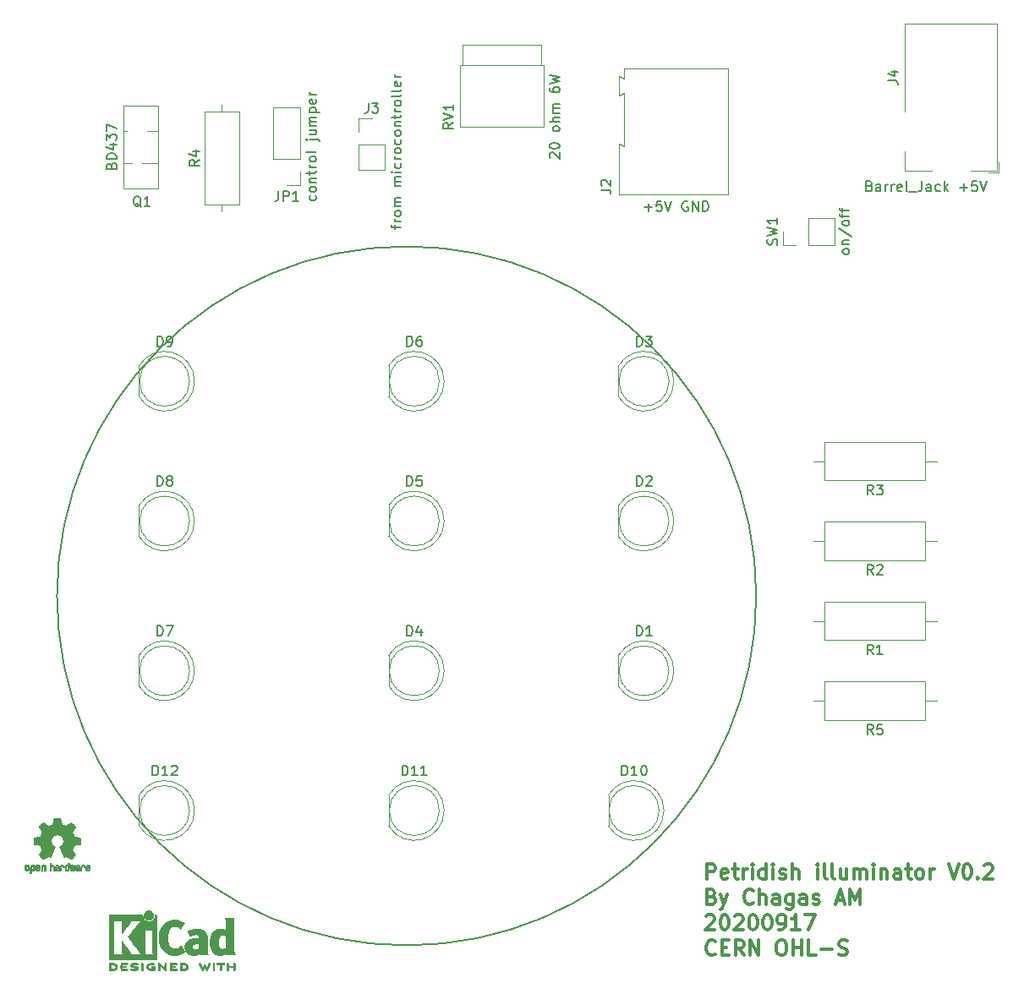
<source format=gbr>
%TF.GenerationSoftware,KiCad,Pcbnew,5.1.6-c6e7f7d~87~ubuntu20.04.1*%
%TF.CreationDate,2020-09-17T17:53:29+01:00*%
%TF.ProjectId,pcb-illuminator,7063622d-696c-46c7-956d-696e61746f72,rev?*%
%TF.SameCoordinates,Original*%
%TF.FileFunction,Legend,Top*%
%TF.FilePolarity,Positive*%
%FSLAX46Y46*%
G04 Gerber Fmt 4.6, Leading zero omitted, Abs format (unit mm)*
G04 Created by KiCad (PCBNEW 5.1.6-c6e7f7d~87~ubuntu20.04.1) date 2020-09-17 17:53:29*
%MOMM*%
%LPD*%
G01*
G04 APERTURE LIST*
%ADD10C,0.300000*%
%ADD11C,0.150000*%
%ADD12C,0.010000*%
%ADD13C,0.120000*%
G04 APERTURE END LIST*
D10*
X165552142Y-141853571D02*
X165552142Y-140353571D01*
X166123571Y-140353571D01*
X166266428Y-140425000D01*
X166337857Y-140496428D01*
X166409285Y-140639285D01*
X166409285Y-140853571D01*
X166337857Y-140996428D01*
X166266428Y-141067857D01*
X166123571Y-141139285D01*
X165552142Y-141139285D01*
X167623571Y-141782142D02*
X167480714Y-141853571D01*
X167195000Y-141853571D01*
X167052142Y-141782142D01*
X166980714Y-141639285D01*
X166980714Y-141067857D01*
X167052142Y-140925000D01*
X167195000Y-140853571D01*
X167480714Y-140853571D01*
X167623571Y-140925000D01*
X167695000Y-141067857D01*
X167695000Y-141210714D01*
X166980714Y-141353571D01*
X168123571Y-140853571D02*
X168695000Y-140853571D01*
X168337857Y-140353571D02*
X168337857Y-141639285D01*
X168409285Y-141782142D01*
X168552142Y-141853571D01*
X168695000Y-141853571D01*
X169195000Y-141853571D02*
X169195000Y-140853571D01*
X169195000Y-141139285D02*
X169266428Y-140996428D01*
X169337857Y-140925000D01*
X169480714Y-140853571D01*
X169623571Y-140853571D01*
X170123571Y-141853571D02*
X170123571Y-140853571D01*
X170123571Y-140353571D02*
X170052142Y-140425000D01*
X170123571Y-140496428D01*
X170195000Y-140425000D01*
X170123571Y-140353571D01*
X170123571Y-140496428D01*
X171480714Y-141853571D02*
X171480714Y-140353571D01*
X171480714Y-141782142D02*
X171337857Y-141853571D01*
X171052142Y-141853571D01*
X170909285Y-141782142D01*
X170837857Y-141710714D01*
X170766428Y-141567857D01*
X170766428Y-141139285D01*
X170837857Y-140996428D01*
X170909285Y-140925000D01*
X171052142Y-140853571D01*
X171337857Y-140853571D01*
X171480714Y-140925000D01*
X172195000Y-141853571D02*
X172195000Y-140853571D01*
X172195000Y-140353571D02*
X172123571Y-140425000D01*
X172195000Y-140496428D01*
X172266428Y-140425000D01*
X172195000Y-140353571D01*
X172195000Y-140496428D01*
X172837857Y-141782142D02*
X172980714Y-141853571D01*
X173266428Y-141853571D01*
X173409285Y-141782142D01*
X173480714Y-141639285D01*
X173480714Y-141567857D01*
X173409285Y-141425000D01*
X173266428Y-141353571D01*
X173052142Y-141353571D01*
X172909285Y-141282142D01*
X172837857Y-141139285D01*
X172837857Y-141067857D01*
X172909285Y-140925000D01*
X173052142Y-140853571D01*
X173266428Y-140853571D01*
X173409285Y-140925000D01*
X174123571Y-141853571D02*
X174123571Y-140353571D01*
X174766428Y-141853571D02*
X174766428Y-141067857D01*
X174695000Y-140925000D01*
X174552142Y-140853571D01*
X174337857Y-140853571D01*
X174195000Y-140925000D01*
X174123571Y-140996428D01*
X176623571Y-141853571D02*
X176623571Y-140853571D01*
X176623571Y-140353571D02*
X176552142Y-140425000D01*
X176623571Y-140496428D01*
X176695000Y-140425000D01*
X176623571Y-140353571D01*
X176623571Y-140496428D01*
X177552142Y-141853571D02*
X177409285Y-141782142D01*
X177337857Y-141639285D01*
X177337857Y-140353571D01*
X178337857Y-141853571D02*
X178195000Y-141782142D01*
X178123571Y-141639285D01*
X178123571Y-140353571D01*
X179552142Y-140853571D02*
X179552142Y-141853571D01*
X178909285Y-140853571D02*
X178909285Y-141639285D01*
X178980714Y-141782142D01*
X179123571Y-141853571D01*
X179337857Y-141853571D01*
X179480714Y-141782142D01*
X179552142Y-141710714D01*
X180266428Y-141853571D02*
X180266428Y-140853571D01*
X180266428Y-140996428D02*
X180337857Y-140925000D01*
X180480714Y-140853571D01*
X180695000Y-140853571D01*
X180837857Y-140925000D01*
X180909285Y-141067857D01*
X180909285Y-141853571D01*
X180909285Y-141067857D02*
X180980714Y-140925000D01*
X181123571Y-140853571D01*
X181337857Y-140853571D01*
X181480714Y-140925000D01*
X181552142Y-141067857D01*
X181552142Y-141853571D01*
X182266428Y-141853571D02*
X182266428Y-140853571D01*
X182266428Y-140353571D02*
X182195000Y-140425000D01*
X182266428Y-140496428D01*
X182337857Y-140425000D01*
X182266428Y-140353571D01*
X182266428Y-140496428D01*
X182980714Y-140853571D02*
X182980714Y-141853571D01*
X182980714Y-140996428D02*
X183052142Y-140925000D01*
X183195000Y-140853571D01*
X183409285Y-140853571D01*
X183552142Y-140925000D01*
X183623571Y-141067857D01*
X183623571Y-141853571D01*
X184980714Y-141853571D02*
X184980714Y-141067857D01*
X184909285Y-140925000D01*
X184766428Y-140853571D01*
X184480714Y-140853571D01*
X184337857Y-140925000D01*
X184980714Y-141782142D02*
X184837857Y-141853571D01*
X184480714Y-141853571D01*
X184337857Y-141782142D01*
X184266428Y-141639285D01*
X184266428Y-141496428D01*
X184337857Y-141353571D01*
X184480714Y-141282142D01*
X184837857Y-141282142D01*
X184980714Y-141210714D01*
X185480714Y-140853571D02*
X186052142Y-140853571D01*
X185695000Y-140353571D02*
X185695000Y-141639285D01*
X185766428Y-141782142D01*
X185909285Y-141853571D01*
X186052142Y-141853571D01*
X186766428Y-141853571D02*
X186623571Y-141782142D01*
X186552142Y-141710714D01*
X186480714Y-141567857D01*
X186480714Y-141139285D01*
X186552142Y-140996428D01*
X186623571Y-140925000D01*
X186766428Y-140853571D01*
X186980714Y-140853571D01*
X187123571Y-140925000D01*
X187195000Y-140996428D01*
X187266428Y-141139285D01*
X187266428Y-141567857D01*
X187195000Y-141710714D01*
X187123571Y-141782142D01*
X186980714Y-141853571D01*
X186766428Y-141853571D01*
X187909285Y-141853571D02*
X187909285Y-140853571D01*
X187909285Y-141139285D02*
X187980714Y-140996428D01*
X188052142Y-140925000D01*
X188195000Y-140853571D01*
X188337857Y-140853571D01*
X189766428Y-140353571D02*
X190266428Y-141853571D01*
X190766428Y-140353571D01*
X191552142Y-140353571D02*
X191695000Y-140353571D01*
X191837857Y-140425000D01*
X191909285Y-140496428D01*
X191980714Y-140639285D01*
X192052142Y-140925000D01*
X192052142Y-141282142D01*
X191980714Y-141567857D01*
X191909285Y-141710714D01*
X191837857Y-141782142D01*
X191695000Y-141853571D01*
X191552142Y-141853571D01*
X191409285Y-141782142D01*
X191337857Y-141710714D01*
X191266428Y-141567857D01*
X191195000Y-141282142D01*
X191195000Y-140925000D01*
X191266428Y-140639285D01*
X191337857Y-140496428D01*
X191409285Y-140425000D01*
X191552142Y-140353571D01*
X192695000Y-141710714D02*
X192766428Y-141782142D01*
X192695000Y-141853571D01*
X192623571Y-141782142D01*
X192695000Y-141710714D01*
X192695000Y-141853571D01*
X193337857Y-140496428D02*
X193409285Y-140425000D01*
X193552142Y-140353571D01*
X193909285Y-140353571D01*
X194052142Y-140425000D01*
X194123571Y-140496428D01*
X194195000Y-140639285D01*
X194195000Y-140782142D01*
X194123571Y-140996428D01*
X193266428Y-141853571D01*
X194195000Y-141853571D01*
X166052142Y-143617857D02*
X166266428Y-143689285D01*
X166337857Y-143760714D01*
X166409285Y-143903571D01*
X166409285Y-144117857D01*
X166337857Y-144260714D01*
X166266428Y-144332142D01*
X166123571Y-144403571D01*
X165552142Y-144403571D01*
X165552142Y-142903571D01*
X166052142Y-142903571D01*
X166195000Y-142975000D01*
X166266428Y-143046428D01*
X166337857Y-143189285D01*
X166337857Y-143332142D01*
X166266428Y-143475000D01*
X166195000Y-143546428D01*
X166052142Y-143617857D01*
X165552142Y-143617857D01*
X166909285Y-143403571D02*
X167266428Y-144403571D01*
X167623571Y-143403571D02*
X167266428Y-144403571D01*
X167123571Y-144760714D01*
X167052142Y-144832142D01*
X166909285Y-144903571D01*
X170195000Y-144260714D02*
X170123571Y-144332142D01*
X169909285Y-144403571D01*
X169766428Y-144403571D01*
X169552142Y-144332142D01*
X169409285Y-144189285D01*
X169337857Y-144046428D01*
X169266428Y-143760714D01*
X169266428Y-143546428D01*
X169337857Y-143260714D01*
X169409285Y-143117857D01*
X169552142Y-142975000D01*
X169766428Y-142903571D01*
X169909285Y-142903571D01*
X170123571Y-142975000D01*
X170195000Y-143046428D01*
X170837857Y-144403571D02*
X170837857Y-142903571D01*
X171480714Y-144403571D02*
X171480714Y-143617857D01*
X171409285Y-143475000D01*
X171266428Y-143403571D01*
X171052142Y-143403571D01*
X170909285Y-143475000D01*
X170837857Y-143546428D01*
X172837857Y-144403571D02*
X172837857Y-143617857D01*
X172766428Y-143475000D01*
X172623571Y-143403571D01*
X172337857Y-143403571D01*
X172195000Y-143475000D01*
X172837857Y-144332142D02*
X172695000Y-144403571D01*
X172337857Y-144403571D01*
X172195000Y-144332142D01*
X172123571Y-144189285D01*
X172123571Y-144046428D01*
X172195000Y-143903571D01*
X172337857Y-143832142D01*
X172695000Y-143832142D01*
X172837857Y-143760714D01*
X174195000Y-143403571D02*
X174195000Y-144617857D01*
X174123571Y-144760714D01*
X174052142Y-144832142D01*
X173909285Y-144903571D01*
X173695000Y-144903571D01*
X173552142Y-144832142D01*
X174195000Y-144332142D02*
X174052142Y-144403571D01*
X173766428Y-144403571D01*
X173623571Y-144332142D01*
X173552142Y-144260714D01*
X173480714Y-144117857D01*
X173480714Y-143689285D01*
X173552142Y-143546428D01*
X173623571Y-143475000D01*
X173766428Y-143403571D01*
X174052142Y-143403571D01*
X174195000Y-143475000D01*
X175552142Y-144403571D02*
X175552142Y-143617857D01*
X175480714Y-143475000D01*
X175337857Y-143403571D01*
X175052142Y-143403571D01*
X174909285Y-143475000D01*
X175552142Y-144332142D02*
X175409285Y-144403571D01*
X175052142Y-144403571D01*
X174909285Y-144332142D01*
X174837857Y-144189285D01*
X174837857Y-144046428D01*
X174909285Y-143903571D01*
X175052142Y-143832142D01*
X175409285Y-143832142D01*
X175552142Y-143760714D01*
X176195000Y-144332142D02*
X176337857Y-144403571D01*
X176623571Y-144403571D01*
X176766428Y-144332142D01*
X176837857Y-144189285D01*
X176837857Y-144117857D01*
X176766428Y-143975000D01*
X176623571Y-143903571D01*
X176409285Y-143903571D01*
X176266428Y-143832142D01*
X176195000Y-143689285D01*
X176195000Y-143617857D01*
X176266428Y-143475000D01*
X176409285Y-143403571D01*
X176623571Y-143403571D01*
X176766428Y-143475000D01*
X178552142Y-143975000D02*
X179266428Y-143975000D01*
X178409285Y-144403571D02*
X178909285Y-142903571D01*
X179409285Y-144403571D01*
X179909285Y-144403571D02*
X179909285Y-142903571D01*
X180409285Y-143975000D01*
X180909285Y-142903571D01*
X180909285Y-144403571D01*
X165480714Y-145596428D02*
X165552142Y-145525000D01*
X165695000Y-145453571D01*
X166052142Y-145453571D01*
X166195000Y-145525000D01*
X166266428Y-145596428D01*
X166337857Y-145739285D01*
X166337857Y-145882142D01*
X166266428Y-146096428D01*
X165409285Y-146953571D01*
X166337857Y-146953571D01*
X167266428Y-145453571D02*
X167409285Y-145453571D01*
X167552142Y-145525000D01*
X167623571Y-145596428D01*
X167695000Y-145739285D01*
X167766428Y-146025000D01*
X167766428Y-146382142D01*
X167695000Y-146667857D01*
X167623571Y-146810714D01*
X167552142Y-146882142D01*
X167409285Y-146953571D01*
X167266428Y-146953571D01*
X167123571Y-146882142D01*
X167052142Y-146810714D01*
X166980714Y-146667857D01*
X166909285Y-146382142D01*
X166909285Y-146025000D01*
X166980714Y-145739285D01*
X167052142Y-145596428D01*
X167123571Y-145525000D01*
X167266428Y-145453571D01*
X168337857Y-145596428D02*
X168409285Y-145525000D01*
X168552142Y-145453571D01*
X168909285Y-145453571D01*
X169052142Y-145525000D01*
X169123571Y-145596428D01*
X169195000Y-145739285D01*
X169195000Y-145882142D01*
X169123571Y-146096428D01*
X168266428Y-146953571D01*
X169195000Y-146953571D01*
X170123571Y-145453571D02*
X170266428Y-145453571D01*
X170409285Y-145525000D01*
X170480714Y-145596428D01*
X170552142Y-145739285D01*
X170623571Y-146025000D01*
X170623571Y-146382142D01*
X170552142Y-146667857D01*
X170480714Y-146810714D01*
X170409285Y-146882142D01*
X170266428Y-146953571D01*
X170123571Y-146953571D01*
X169980714Y-146882142D01*
X169909285Y-146810714D01*
X169837857Y-146667857D01*
X169766428Y-146382142D01*
X169766428Y-146025000D01*
X169837857Y-145739285D01*
X169909285Y-145596428D01*
X169980714Y-145525000D01*
X170123571Y-145453571D01*
X171552142Y-145453571D02*
X171695000Y-145453571D01*
X171837857Y-145525000D01*
X171909285Y-145596428D01*
X171980714Y-145739285D01*
X172052142Y-146025000D01*
X172052142Y-146382142D01*
X171980714Y-146667857D01*
X171909285Y-146810714D01*
X171837857Y-146882142D01*
X171695000Y-146953571D01*
X171552142Y-146953571D01*
X171409285Y-146882142D01*
X171337857Y-146810714D01*
X171266428Y-146667857D01*
X171195000Y-146382142D01*
X171195000Y-146025000D01*
X171266428Y-145739285D01*
X171337857Y-145596428D01*
X171409285Y-145525000D01*
X171552142Y-145453571D01*
X172766428Y-146953571D02*
X173052142Y-146953571D01*
X173195000Y-146882142D01*
X173266428Y-146810714D01*
X173409285Y-146596428D01*
X173480714Y-146310714D01*
X173480714Y-145739285D01*
X173409285Y-145596428D01*
X173337857Y-145525000D01*
X173195000Y-145453571D01*
X172909285Y-145453571D01*
X172766428Y-145525000D01*
X172695000Y-145596428D01*
X172623571Y-145739285D01*
X172623571Y-146096428D01*
X172695000Y-146239285D01*
X172766428Y-146310714D01*
X172909285Y-146382142D01*
X173195000Y-146382142D01*
X173337857Y-146310714D01*
X173409285Y-146239285D01*
X173480714Y-146096428D01*
X174909285Y-146953571D02*
X174052142Y-146953571D01*
X174480714Y-146953571D02*
X174480714Y-145453571D01*
X174337857Y-145667857D01*
X174195000Y-145810714D01*
X174052142Y-145882142D01*
X175409285Y-145453571D02*
X176409285Y-145453571D01*
X175766428Y-146953571D01*
X166409285Y-149360714D02*
X166337857Y-149432142D01*
X166123571Y-149503571D01*
X165980714Y-149503571D01*
X165766428Y-149432142D01*
X165623571Y-149289285D01*
X165552142Y-149146428D01*
X165480714Y-148860714D01*
X165480714Y-148646428D01*
X165552142Y-148360714D01*
X165623571Y-148217857D01*
X165766428Y-148075000D01*
X165980714Y-148003571D01*
X166123571Y-148003571D01*
X166337857Y-148075000D01*
X166409285Y-148146428D01*
X167052142Y-148717857D02*
X167552142Y-148717857D01*
X167766428Y-149503571D02*
X167052142Y-149503571D01*
X167052142Y-148003571D01*
X167766428Y-148003571D01*
X169266428Y-149503571D02*
X168766428Y-148789285D01*
X168409285Y-149503571D02*
X168409285Y-148003571D01*
X168980714Y-148003571D01*
X169123571Y-148075000D01*
X169195000Y-148146428D01*
X169266428Y-148289285D01*
X169266428Y-148503571D01*
X169195000Y-148646428D01*
X169123571Y-148717857D01*
X168980714Y-148789285D01*
X168409285Y-148789285D01*
X169909285Y-149503571D02*
X169909285Y-148003571D01*
X170766428Y-149503571D01*
X170766428Y-148003571D01*
X172909285Y-148003571D02*
X173195000Y-148003571D01*
X173337857Y-148075000D01*
X173480714Y-148217857D01*
X173552142Y-148503571D01*
X173552142Y-149003571D01*
X173480714Y-149289285D01*
X173337857Y-149432142D01*
X173195000Y-149503571D01*
X172909285Y-149503571D01*
X172766428Y-149432142D01*
X172623571Y-149289285D01*
X172552142Y-149003571D01*
X172552142Y-148503571D01*
X172623571Y-148217857D01*
X172766428Y-148075000D01*
X172909285Y-148003571D01*
X174195000Y-149503571D02*
X174195000Y-148003571D01*
X174195000Y-148717857D02*
X175052142Y-148717857D01*
X175052142Y-149503571D02*
X175052142Y-148003571D01*
X176480714Y-149503571D02*
X175766428Y-149503571D01*
X175766428Y-148003571D01*
X176980714Y-148932142D02*
X178123571Y-148932142D01*
X178766428Y-149432142D02*
X178980714Y-149503571D01*
X179337857Y-149503571D01*
X179480714Y-149432142D01*
X179552142Y-149360714D01*
X179623571Y-149217857D01*
X179623571Y-149075000D01*
X179552142Y-148932142D01*
X179480714Y-148860714D01*
X179337857Y-148789285D01*
X179052142Y-148717857D01*
X178909285Y-148646428D01*
X178837857Y-148575000D01*
X178766428Y-148432142D01*
X178766428Y-148289285D01*
X178837857Y-148146428D01*
X178909285Y-148075000D01*
X179052142Y-148003571D01*
X179409285Y-148003571D01*
X179623571Y-148075000D01*
D11*
X170503571Y-113500000D02*
G75*
G03*
X170503571Y-113500000I-35003571J0D01*
G01*
D12*
%TO.C,REF\u002A\u002A*%
G36*
X109053600Y-145489054D02*
G01*
X109064465Y-145602993D01*
X109096082Y-145710616D01*
X109146985Y-145809615D01*
X109215707Y-145897684D01*
X109300781Y-145972516D01*
X109397768Y-146030384D01*
X109504036Y-146070005D01*
X109611050Y-146088573D01*
X109716700Y-146087434D01*
X109818875Y-146067930D01*
X109915466Y-146031406D01*
X110004362Y-145979205D01*
X110083454Y-145912673D01*
X110150631Y-145833152D01*
X110203783Y-145741987D01*
X110240801Y-145640523D01*
X110259573Y-145530102D01*
X110261511Y-145480206D01*
X110261511Y-145392267D01*
X110313440Y-145392267D01*
X110349747Y-145395111D01*
X110376645Y-145406911D01*
X110403751Y-145430649D01*
X110442133Y-145469031D01*
X110442133Y-147660602D01*
X110442124Y-147922739D01*
X110442092Y-148163241D01*
X110442028Y-148383048D01*
X110441924Y-148583101D01*
X110441773Y-148764344D01*
X110441566Y-148927716D01*
X110441294Y-149074160D01*
X110440950Y-149204617D01*
X110440526Y-149320029D01*
X110440013Y-149421338D01*
X110439403Y-149509484D01*
X110438688Y-149585410D01*
X110437860Y-149650057D01*
X110436911Y-149704367D01*
X110435833Y-149749280D01*
X110434617Y-149785740D01*
X110433255Y-149814687D01*
X110431739Y-149837063D01*
X110430062Y-149853809D01*
X110428214Y-149865868D01*
X110426187Y-149874180D01*
X110423975Y-149879687D01*
X110422892Y-149881537D01*
X110418729Y-149888549D01*
X110415195Y-149894996D01*
X110411365Y-149900900D01*
X110406318Y-149906286D01*
X110399129Y-149911178D01*
X110388877Y-149915598D01*
X110374636Y-149919572D01*
X110355486Y-149923121D01*
X110330501Y-149926270D01*
X110298760Y-149929042D01*
X110259338Y-149931461D01*
X110211314Y-149933551D01*
X110153763Y-149935335D01*
X110085763Y-149936837D01*
X110006390Y-149938080D01*
X109914721Y-149939089D01*
X109809834Y-149939885D01*
X109690804Y-149940494D01*
X109556710Y-149940939D01*
X109406627Y-149941243D01*
X109239633Y-149941430D01*
X109054804Y-149941524D01*
X108851217Y-149941548D01*
X108627950Y-149941525D01*
X108384078Y-149941480D01*
X108118679Y-149941437D01*
X108080296Y-149941432D01*
X107813318Y-149941389D01*
X107567998Y-149941318D01*
X107343417Y-149941213D01*
X107138655Y-149941066D01*
X106952794Y-149940869D01*
X106784912Y-149940616D01*
X106634092Y-149940300D01*
X106499413Y-149939913D01*
X106379956Y-149939447D01*
X106274801Y-149938897D01*
X106183029Y-149938253D01*
X106103721Y-149937511D01*
X106035957Y-149936661D01*
X105978818Y-149935697D01*
X105931383Y-149934611D01*
X105892734Y-149933397D01*
X105861951Y-149932047D01*
X105838115Y-149930555D01*
X105820306Y-149928911D01*
X105807605Y-149927111D01*
X105799092Y-149925145D01*
X105794734Y-149923477D01*
X105786272Y-149919906D01*
X105778503Y-149917270D01*
X105771398Y-149914634D01*
X105764927Y-149911062D01*
X105759061Y-149905621D01*
X105753771Y-149897375D01*
X105749026Y-149885390D01*
X105744798Y-149868731D01*
X105741057Y-149846463D01*
X105737773Y-149817652D01*
X105734917Y-149781363D01*
X105732460Y-149736661D01*
X105730371Y-149682611D01*
X105728622Y-149618279D01*
X105727183Y-149542730D01*
X105726024Y-149455030D01*
X105725117Y-149354243D01*
X105724431Y-149239434D01*
X105723937Y-149109670D01*
X105723605Y-148964015D01*
X105723407Y-148801535D01*
X105723313Y-148621295D01*
X105723292Y-148422360D01*
X105723315Y-148203796D01*
X105723354Y-147964668D01*
X105723378Y-147704040D01*
X105723378Y-147661889D01*
X105723364Y-147398992D01*
X105723339Y-147157732D01*
X105723329Y-146937165D01*
X105723358Y-146736352D01*
X105723452Y-146554349D01*
X105723638Y-146390216D01*
X105723941Y-146243011D01*
X105724386Y-146111792D01*
X105724966Y-146001867D01*
X106027803Y-146001867D01*
X106067593Y-146059711D01*
X106078764Y-146075479D01*
X106088834Y-146089441D01*
X106097862Y-146102784D01*
X106105903Y-146116693D01*
X106113014Y-146132356D01*
X106119253Y-146150958D01*
X106124675Y-146173686D01*
X106129338Y-146201727D01*
X106133299Y-146236267D01*
X106136615Y-146278492D01*
X106139341Y-146329589D01*
X106141536Y-146390744D01*
X106143255Y-146463144D01*
X106144556Y-146547975D01*
X106145495Y-146646422D01*
X106146130Y-146759674D01*
X106146516Y-146888916D01*
X106146712Y-147035334D01*
X106146773Y-147200116D01*
X106146757Y-147384447D01*
X106146720Y-147589513D01*
X106146711Y-147712133D01*
X106146735Y-147929082D01*
X106146769Y-148124642D01*
X106146757Y-148299999D01*
X106146642Y-148456341D01*
X106146370Y-148594857D01*
X106145882Y-148716734D01*
X106145124Y-148823160D01*
X106144038Y-148915322D01*
X106142569Y-148994409D01*
X106140660Y-149061608D01*
X106138256Y-149118107D01*
X106135299Y-149165093D01*
X106131734Y-149203755D01*
X106127505Y-149235280D01*
X106122554Y-149260855D01*
X106116827Y-149281670D01*
X106110267Y-149298911D01*
X106102817Y-149313765D01*
X106094421Y-149327422D01*
X106085024Y-149341069D01*
X106074568Y-149355893D01*
X106068477Y-149364783D01*
X106029704Y-149422400D01*
X106561268Y-149422400D01*
X106684517Y-149422365D01*
X106787013Y-149422215D01*
X106870580Y-149421878D01*
X106937044Y-149421286D01*
X106988229Y-149420367D01*
X107025959Y-149419051D01*
X107052060Y-149417269D01*
X107068356Y-149414951D01*
X107076672Y-149412026D01*
X107078832Y-149408424D01*
X107076661Y-149404075D01*
X107075465Y-149402645D01*
X107050315Y-149365573D01*
X107024417Y-149312772D01*
X107000808Y-149250770D01*
X106992539Y-149224357D01*
X106987922Y-149206416D01*
X106984021Y-149185355D01*
X106980752Y-149159089D01*
X106978034Y-149125532D01*
X106975785Y-149082599D01*
X106973923Y-149028204D01*
X106972364Y-148960262D01*
X106971028Y-148876688D01*
X106969831Y-148775395D01*
X106968692Y-148654300D01*
X106968315Y-148609600D01*
X106967298Y-148484449D01*
X106966540Y-148380082D01*
X106966097Y-148294707D01*
X106966030Y-148226533D01*
X106966395Y-148173765D01*
X106967252Y-148134614D01*
X106968659Y-148107285D01*
X106970675Y-148089986D01*
X106973357Y-148080926D01*
X106976764Y-148078312D01*
X106980956Y-148080351D01*
X106985429Y-148084667D01*
X106995784Y-148097602D01*
X107017842Y-148126676D01*
X107050043Y-148169759D01*
X107090826Y-148224718D01*
X107138630Y-148289423D01*
X107191895Y-148361742D01*
X107249060Y-148439544D01*
X107308563Y-148520698D01*
X107368845Y-148603072D01*
X107428345Y-148684536D01*
X107485502Y-148762957D01*
X107538755Y-148836204D01*
X107586543Y-148902147D01*
X107627307Y-148958654D01*
X107659484Y-149003593D01*
X107681515Y-149034834D01*
X107686083Y-149041466D01*
X107709004Y-149078369D01*
X107735812Y-149126359D01*
X107761211Y-149175897D01*
X107764432Y-149182577D01*
X107786110Y-149230772D01*
X107798696Y-149268334D01*
X107804426Y-149304160D01*
X107805544Y-149346200D01*
X107804910Y-149422400D01*
X108959349Y-149422400D01*
X108868185Y-149328669D01*
X108821388Y-149278775D01*
X108771101Y-149222295D01*
X108725056Y-149168026D01*
X108704631Y-149142673D01*
X108674193Y-149103128D01*
X108634138Y-149049916D01*
X108585639Y-148984667D01*
X108529865Y-148909011D01*
X108467989Y-148824577D01*
X108401181Y-148732994D01*
X108330613Y-148635892D01*
X108257455Y-148534901D01*
X108182879Y-148431650D01*
X108108056Y-148327768D01*
X108034157Y-148224885D01*
X107962354Y-148124631D01*
X107893816Y-148028636D01*
X107829716Y-147938527D01*
X107771225Y-147855936D01*
X107719514Y-147782492D01*
X107675753Y-147719824D01*
X107641115Y-147669561D01*
X107616770Y-147633334D01*
X107603889Y-147612771D01*
X107602131Y-147608668D01*
X107610090Y-147597342D01*
X107630885Y-147570162D01*
X107663153Y-147528829D01*
X107705530Y-147475044D01*
X107756653Y-147410506D01*
X107815159Y-147336918D01*
X107879686Y-147255978D01*
X107948869Y-147169388D01*
X108021347Y-147078848D01*
X108095754Y-146986060D01*
X108155483Y-146911702D01*
X109166489Y-146911702D01*
X109172398Y-146924659D01*
X109186728Y-146946908D01*
X109187775Y-146948391D01*
X109206562Y-146978544D01*
X109226209Y-147015375D01*
X109230108Y-147023511D01*
X109233644Y-147031940D01*
X109236770Y-147042059D01*
X109239514Y-147055260D01*
X109241908Y-147072938D01*
X109243981Y-147096484D01*
X109245765Y-147127293D01*
X109247288Y-147166757D01*
X109248581Y-147216269D01*
X109249674Y-147277223D01*
X109250597Y-147351011D01*
X109251381Y-147439028D01*
X109252055Y-147542665D01*
X109252650Y-147663316D01*
X109253195Y-147802374D01*
X109253721Y-147961232D01*
X109254255Y-148140089D01*
X109254794Y-148325207D01*
X109255228Y-148489145D01*
X109255491Y-148633303D01*
X109255516Y-148759079D01*
X109255235Y-148867871D01*
X109254581Y-148961077D01*
X109253486Y-149040097D01*
X109251882Y-149106328D01*
X109249703Y-149161170D01*
X109246881Y-149206021D01*
X109243349Y-149242278D01*
X109239039Y-149271341D01*
X109233883Y-149294609D01*
X109227815Y-149313479D01*
X109220767Y-149329351D01*
X109212671Y-149343622D01*
X109203460Y-149357691D01*
X109194960Y-149370158D01*
X109177824Y-149396452D01*
X109167678Y-149414037D01*
X109166489Y-149417257D01*
X109177396Y-149418334D01*
X109208589Y-149419335D01*
X109257777Y-149420235D01*
X109322667Y-149421010D01*
X109400970Y-149421637D01*
X109490393Y-149422091D01*
X109588644Y-149422349D01*
X109657555Y-149422400D01*
X109762548Y-149422180D01*
X109859390Y-149421548D01*
X109945893Y-149420549D01*
X110019868Y-149419227D01*
X110079126Y-149417626D01*
X110121480Y-149415791D01*
X110144740Y-149413765D01*
X110148622Y-149412493D01*
X110140924Y-149397591D01*
X110132926Y-149389560D01*
X110119754Y-149372434D01*
X110102515Y-149342183D01*
X110090593Y-149317622D01*
X110063955Y-149258711D01*
X110060880Y-148081845D01*
X110057805Y-146904978D01*
X109612147Y-146904978D01*
X109514330Y-146905142D01*
X109423936Y-146905611D01*
X109343370Y-146906347D01*
X109275038Y-146907316D01*
X109221344Y-146908480D01*
X109184695Y-146909803D01*
X109167496Y-146911249D01*
X109166489Y-146911702D01*
X108155483Y-146911702D01*
X108170730Y-146892722D01*
X108244910Y-146800537D01*
X108316931Y-146711204D01*
X108385431Y-146626424D01*
X108449045Y-146547898D01*
X108506412Y-146477326D01*
X108556167Y-146416409D01*
X108596948Y-146366847D01*
X108614112Y-146346178D01*
X108700404Y-146245516D01*
X108777003Y-146162259D01*
X108845817Y-146094438D01*
X108908752Y-146040089D01*
X108918133Y-146032722D01*
X108957644Y-146002117D01*
X107825884Y-146001867D01*
X107831173Y-146049844D01*
X107827870Y-146107188D01*
X107806339Y-146175463D01*
X107766365Y-146255212D01*
X107721057Y-146327495D01*
X107704839Y-146350140D01*
X107676786Y-146387696D01*
X107638570Y-146438021D01*
X107591863Y-146498973D01*
X107538339Y-146568411D01*
X107479669Y-146644194D01*
X107417525Y-146724180D01*
X107353579Y-146806228D01*
X107289505Y-146888196D01*
X107226973Y-146967943D01*
X107167657Y-147043327D01*
X107113229Y-147112207D01*
X107065361Y-147172442D01*
X107025725Y-147221889D01*
X106995994Y-147258408D01*
X106977839Y-147279858D01*
X106974780Y-147283156D01*
X106971921Y-147275149D01*
X106969707Y-147244855D01*
X106968143Y-147192556D01*
X106967233Y-147118531D01*
X106966980Y-147023063D01*
X106967387Y-146906434D01*
X106968296Y-146786445D01*
X106969618Y-146654333D01*
X106971143Y-146542594D01*
X106973119Y-146449025D01*
X106975794Y-146371419D01*
X106979418Y-146307574D01*
X106984239Y-146255283D01*
X106990506Y-146212344D01*
X106998468Y-146176551D01*
X107008373Y-146145700D01*
X107020469Y-146117586D01*
X107035007Y-146090005D01*
X107049689Y-146064966D01*
X107087686Y-146001867D01*
X106027803Y-146001867D01*
X105724966Y-146001867D01*
X105724999Y-145995617D01*
X105725805Y-145893544D01*
X105726830Y-145804633D01*
X105728100Y-145727941D01*
X105729640Y-145662527D01*
X105731476Y-145607449D01*
X105733633Y-145561765D01*
X105736137Y-145524534D01*
X105739013Y-145494813D01*
X105742287Y-145471662D01*
X105745985Y-145454139D01*
X105750131Y-145441301D01*
X105754753Y-145432208D01*
X105759874Y-145425918D01*
X105765522Y-145421488D01*
X105771721Y-145417978D01*
X105778496Y-145414445D01*
X105784492Y-145410876D01*
X105789725Y-145408300D01*
X105797901Y-145405972D01*
X105810114Y-145403878D01*
X105827459Y-145402007D01*
X105851031Y-145400347D01*
X105881923Y-145398884D01*
X105921232Y-145397608D01*
X105970050Y-145396504D01*
X106029473Y-145395561D01*
X106100596Y-145394767D01*
X106184512Y-145394109D01*
X106282317Y-145393575D01*
X106395106Y-145393153D01*
X106523971Y-145392829D01*
X106670009Y-145392592D01*
X106834314Y-145392430D01*
X107017980Y-145392330D01*
X107222103Y-145392280D01*
X107433247Y-145392267D01*
X109053600Y-145392267D01*
X109053600Y-145489054D01*
G37*
X109053600Y-145489054D02*
X109064465Y-145602993D01*
X109096082Y-145710616D01*
X109146985Y-145809615D01*
X109215707Y-145897684D01*
X109300781Y-145972516D01*
X109397768Y-146030384D01*
X109504036Y-146070005D01*
X109611050Y-146088573D01*
X109716700Y-146087434D01*
X109818875Y-146067930D01*
X109915466Y-146031406D01*
X110004362Y-145979205D01*
X110083454Y-145912673D01*
X110150631Y-145833152D01*
X110203783Y-145741987D01*
X110240801Y-145640523D01*
X110259573Y-145530102D01*
X110261511Y-145480206D01*
X110261511Y-145392267D01*
X110313440Y-145392267D01*
X110349747Y-145395111D01*
X110376645Y-145406911D01*
X110403751Y-145430649D01*
X110442133Y-145469031D01*
X110442133Y-147660602D01*
X110442124Y-147922739D01*
X110442092Y-148163241D01*
X110442028Y-148383048D01*
X110441924Y-148583101D01*
X110441773Y-148764344D01*
X110441566Y-148927716D01*
X110441294Y-149074160D01*
X110440950Y-149204617D01*
X110440526Y-149320029D01*
X110440013Y-149421338D01*
X110439403Y-149509484D01*
X110438688Y-149585410D01*
X110437860Y-149650057D01*
X110436911Y-149704367D01*
X110435833Y-149749280D01*
X110434617Y-149785740D01*
X110433255Y-149814687D01*
X110431739Y-149837063D01*
X110430062Y-149853809D01*
X110428214Y-149865868D01*
X110426187Y-149874180D01*
X110423975Y-149879687D01*
X110422892Y-149881537D01*
X110418729Y-149888549D01*
X110415195Y-149894996D01*
X110411365Y-149900900D01*
X110406318Y-149906286D01*
X110399129Y-149911178D01*
X110388877Y-149915598D01*
X110374636Y-149919572D01*
X110355486Y-149923121D01*
X110330501Y-149926270D01*
X110298760Y-149929042D01*
X110259338Y-149931461D01*
X110211314Y-149933551D01*
X110153763Y-149935335D01*
X110085763Y-149936837D01*
X110006390Y-149938080D01*
X109914721Y-149939089D01*
X109809834Y-149939885D01*
X109690804Y-149940494D01*
X109556710Y-149940939D01*
X109406627Y-149941243D01*
X109239633Y-149941430D01*
X109054804Y-149941524D01*
X108851217Y-149941548D01*
X108627950Y-149941525D01*
X108384078Y-149941480D01*
X108118679Y-149941437D01*
X108080296Y-149941432D01*
X107813318Y-149941389D01*
X107567998Y-149941318D01*
X107343417Y-149941213D01*
X107138655Y-149941066D01*
X106952794Y-149940869D01*
X106784912Y-149940616D01*
X106634092Y-149940300D01*
X106499413Y-149939913D01*
X106379956Y-149939447D01*
X106274801Y-149938897D01*
X106183029Y-149938253D01*
X106103721Y-149937511D01*
X106035957Y-149936661D01*
X105978818Y-149935697D01*
X105931383Y-149934611D01*
X105892734Y-149933397D01*
X105861951Y-149932047D01*
X105838115Y-149930555D01*
X105820306Y-149928911D01*
X105807605Y-149927111D01*
X105799092Y-149925145D01*
X105794734Y-149923477D01*
X105786272Y-149919906D01*
X105778503Y-149917270D01*
X105771398Y-149914634D01*
X105764927Y-149911062D01*
X105759061Y-149905621D01*
X105753771Y-149897375D01*
X105749026Y-149885390D01*
X105744798Y-149868731D01*
X105741057Y-149846463D01*
X105737773Y-149817652D01*
X105734917Y-149781363D01*
X105732460Y-149736661D01*
X105730371Y-149682611D01*
X105728622Y-149618279D01*
X105727183Y-149542730D01*
X105726024Y-149455030D01*
X105725117Y-149354243D01*
X105724431Y-149239434D01*
X105723937Y-149109670D01*
X105723605Y-148964015D01*
X105723407Y-148801535D01*
X105723313Y-148621295D01*
X105723292Y-148422360D01*
X105723315Y-148203796D01*
X105723354Y-147964668D01*
X105723378Y-147704040D01*
X105723378Y-147661889D01*
X105723364Y-147398992D01*
X105723339Y-147157732D01*
X105723329Y-146937165D01*
X105723358Y-146736352D01*
X105723452Y-146554349D01*
X105723638Y-146390216D01*
X105723941Y-146243011D01*
X105724386Y-146111792D01*
X105724966Y-146001867D01*
X106027803Y-146001867D01*
X106067593Y-146059711D01*
X106078764Y-146075479D01*
X106088834Y-146089441D01*
X106097862Y-146102784D01*
X106105903Y-146116693D01*
X106113014Y-146132356D01*
X106119253Y-146150958D01*
X106124675Y-146173686D01*
X106129338Y-146201727D01*
X106133299Y-146236267D01*
X106136615Y-146278492D01*
X106139341Y-146329589D01*
X106141536Y-146390744D01*
X106143255Y-146463144D01*
X106144556Y-146547975D01*
X106145495Y-146646422D01*
X106146130Y-146759674D01*
X106146516Y-146888916D01*
X106146712Y-147035334D01*
X106146773Y-147200116D01*
X106146757Y-147384447D01*
X106146720Y-147589513D01*
X106146711Y-147712133D01*
X106146735Y-147929082D01*
X106146769Y-148124642D01*
X106146757Y-148299999D01*
X106146642Y-148456341D01*
X106146370Y-148594857D01*
X106145882Y-148716734D01*
X106145124Y-148823160D01*
X106144038Y-148915322D01*
X106142569Y-148994409D01*
X106140660Y-149061608D01*
X106138256Y-149118107D01*
X106135299Y-149165093D01*
X106131734Y-149203755D01*
X106127505Y-149235280D01*
X106122554Y-149260855D01*
X106116827Y-149281670D01*
X106110267Y-149298911D01*
X106102817Y-149313765D01*
X106094421Y-149327422D01*
X106085024Y-149341069D01*
X106074568Y-149355893D01*
X106068477Y-149364783D01*
X106029704Y-149422400D01*
X106561268Y-149422400D01*
X106684517Y-149422365D01*
X106787013Y-149422215D01*
X106870580Y-149421878D01*
X106937044Y-149421286D01*
X106988229Y-149420367D01*
X107025959Y-149419051D01*
X107052060Y-149417269D01*
X107068356Y-149414951D01*
X107076672Y-149412026D01*
X107078832Y-149408424D01*
X107076661Y-149404075D01*
X107075465Y-149402645D01*
X107050315Y-149365573D01*
X107024417Y-149312772D01*
X107000808Y-149250770D01*
X106992539Y-149224357D01*
X106987922Y-149206416D01*
X106984021Y-149185355D01*
X106980752Y-149159089D01*
X106978034Y-149125532D01*
X106975785Y-149082599D01*
X106973923Y-149028204D01*
X106972364Y-148960262D01*
X106971028Y-148876688D01*
X106969831Y-148775395D01*
X106968692Y-148654300D01*
X106968315Y-148609600D01*
X106967298Y-148484449D01*
X106966540Y-148380082D01*
X106966097Y-148294707D01*
X106966030Y-148226533D01*
X106966395Y-148173765D01*
X106967252Y-148134614D01*
X106968659Y-148107285D01*
X106970675Y-148089986D01*
X106973357Y-148080926D01*
X106976764Y-148078312D01*
X106980956Y-148080351D01*
X106985429Y-148084667D01*
X106995784Y-148097602D01*
X107017842Y-148126676D01*
X107050043Y-148169759D01*
X107090826Y-148224718D01*
X107138630Y-148289423D01*
X107191895Y-148361742D01*
X107249060Y-148439544D01*
X107308563Y-148520698D01*
X107368845Y-148603072D01*
X107428345Y-148684536D01*
X107485502Y-148762957D01*
X107538755Y-148836204D01*
X107586543Y-148902147D01*
X107627307Y-148958654D01*
X107659484Y-149003593D01*
X107681515Y-149034834D01*
X107686083Y-149041466D01*
X107709004Y-149078369D01*
X107735812Y-149126359D01*
X107761211Y-149175897D01*
X107764432Y-149182577D01*
X107786110Y-149230772D01*
X107798696Y-149268334D01*
X107804426Y-149304160D01*
X107805544Y-149346200D01*
X107804910Y-149422400D01*
X108959349Y-149422400D01*
X108868185Y-149328669D01*
X108821388Y-149278775D01*
X108771101Y-149222295D01*
X108725056Y-149168026D01*
X108704631Y-149142673D01*
X108674193Y-149103128D01*
X108634138Y-149049916D01*
X108585639Y-148984667D01*
X108529865Y-148909011D01*
X108467989Y-148824577D01*
X108401181Y-148732994D01*
X108330613Y-148635892D01*
X108257455Y-148534901D01*
X108182879Y-148431650D01*
X108108056Y-148327768D01*
X108034157Y-148224885D01*
X107962354Y-148124631D01*
X107893816Y-148028636D01*
X107829716Y-147938527D01*
X107771225Y-147855936D01*
X107719514Y-147782492D01*
X107675753Y-147719824D01*
X107641115Y-147669561D01*
X107616770Y-147633334D01*
X107603889Y-147612771D01*
X107602131Y-147608668D01*
X107610090Y-147597342D01*
X107630885Y-147570162D01*
X107663153Y-147528829D01*
X107705530Y-147475044D01*
X107756653Y-147410506D01*
X107815159Y-147336918D01*
X107879686Y-147255978D01*
X107948869Y-147169388D01*
X108021347Y-147078848D01*
X108095754Y-146986060D01*
X108155483Y-146911702D01*
X109166489Y-146911702D01*
X109172398Y-146924659D01*
X109186728Y-146946908D01*
X109187775Y-146948391D01*
X109206562Y-146978544D01*
X109226209Y-147015375D01*
X109230108Y-147023511D01*
X109233644Y-147031940D01*
X109236770Y-147042059D01*
X109239514Y-147055260D01*
X109241908Y-147072938D01*
X109243981Y-147096484D01*
X109245765Y-147127293D01*
X109247288Y-147166757D01*
X109248581Y-147216269D01*
X109249674Y-147277223D01*
X109250597Y-147351011D01*
X109251381Y-147439028D01*
X109252055Y-147542665D01*
X109252650Y-147663316D01*
X109253195Y-147802374D01*
X109253721Y-147961232D01*
X109254255Y-148140089D01*
X109254794Y-148325207D01*
X109255228Y-148489145D01*
X109255491Y-148633303D01*
X109255516Y-148759079D01*
X109255235Y-148867871D01*
X109254581Y-148961077D01*
X109253486Y-149040097D01*
X109251882Y-149106328D01*
X109249703Y-149161170D01*
X109246881Y-149206021D01*
X109243349Y-149242278D01*
X109239039Y-149271341D01*
X109233883Y-149294609D01*
X109227815Y-149313479D01*
X109220767Y-149329351D01*
X109212671Y-149343622D01*
X109203460Y-149357691D01*
X109194960Y-149370158D01*
X109177824Y-149396452D01*
X109167678Y-149414037D01*
X109166489Y-149417257D01*
X109177396Y-149418334D01*
X109208589Y-149419335D01*
X109257777Y-149420235D01*
X109322667Y-149421010D01*
X109400970Y-149421637D01*
X109490393Y-149422091D01*
X109588644Y-149422349D01*
X109657555Y-149422400D01*
X109762548Y-149422180D01*
X109859390Y-149421548D01*
X109945893Y-149420549D01*
X110019868Y-149419227D01*
X110079126Y-149417626D01*
X110121480Y-149415791D01*
X110144740Y-149413765D01*
X110148622Y-149412493D01*
X110140924Y-149397591D01*
X110132926Y-149389560D01*
X110119754Y-149372434D01*
X110102515Y-149342183D01*
X110090593Y-149317622D01*
X110063955Y-149258711D01*
X110060880Y-148081845D01*
X110057805Y-146904978D01*
X109612147Y-146904978D01*
X109514330Y-146905142D01*
X109423936Y-146905611D01*
X109343370Y-146906347D01*
X109275038Y-146907316D01*
X109221344Y-146908480D01*
X109184695Y-146909803D01*
X109167496Y-146911249D01*
X109166489Y-146911702D01*
X108155483Y-146911702D01*
X108170730Y-146892722D01*
X108244910Y-146800537D01*
X108316931Y-146711204D01*
X108385431Y-146626424D01*
X108449045Y-146547898D01*
X108506412Y-146477326D01*
X108556167Y-146416409D01*
X108596948Y-146366847D01*
X108614112Y-146346178D01*
X108700404Y-146245516D01*
X108777003Y-146162259D01*
X108845817Y-146094438D01*
X108908752Y-146040089D01*
X108918133Y-146032722D01*
X108957644Y-146002117D01*
X107825884Y-146001867D01*
X107831173Y-146049844D01*
X107827870Y-146107188D01*
X107806339Y-146175463D01*
X107766365Y-146255212D01*
X107721057Y-146327495D01*
X107704839Y-146350140D01*
X107676786Y-146387696D01*
X107638570Y-146438021D01*
X107591863Y-146498973D01*
X107538339Y-146568411D01*
X107479669Y-146644194D01*
X107417525Y-146724180D01*
X107353579Y-146806228D01*
X107289505Y-146888196D01*
X107226973Y-146967943D01*
X107167657Y-147043327D01*
X107113229Y-147112207D01*
X107065361Y-147172442D01*
X107025725Y-147221889D01*
X106995994Y-147258408D01*
X106977839Y-147279858D01*
X106974780Y-147283156D01*
X106971921Y-147275149D01*
X106969707Y-147244855D01*
X106968143Y-147192556D01*
X106967233Y-147118531D01*
X106966980Y-147023063D01*
X106967387Y-146906434D01*
X106968296Y-146786445D01*
X106969618Y-146654333D01*
X106971143Y-146542594D01*
X106973119Y-146449025D01*
X106975794Y-146371419D01*
X106979418Y-146307574D01*
X106984239Y-146255283D01*
X106990506Y-146212344D01*
X106998468Y-146176551D01*
X107008373Y-146145700D01*
X107020469Y-146117586D01*
X107035007Y-146090005D01*
X107049689Y-146064966D01*
X107087686Y-146001867D01*
X106027803Y-146001867D01*
X105724966Y-146001867D01*
X105724999Y-145995617D01*
X105725805Y-145893544D01*
X105726830Y-145804633D01*
X105728100Y-145727941D01*
X105729640Y-145662527D01*
X105731476Y-145607449D01*
X105733633Y-145561765D01*
X105736137Y-145524534D01*
X105739013Y-145494813D01*
X105742287Y-145471662D01*
X105745985Y-145454139D01*
X105750131Y-145441301D01*
X105754753Y-145432208D01*
X105759874Y-145425918D01*
X105765522Y-145421488D01*
X105771721Y-145417978D01*
X105778496Y-145414445D01*
X105784492Y-145410876D01*
X105789725Y-145408300D01*
X105797901Y-145405972D01*
X105810114Y-145403878D01*
X105827459Y-145402007D01*
X105851031Y-145400347D01*
X105881923Y-145398884D01*
X105921232Y-145397608D01*
X105970050Y-145396504D01*
X106029473Y-145395561D01*
X106100596Y-145394767D01*
X106184512Y-145394109D01*
X106282317Y-145393575D01*
X106395106Y-145393153D01*
X106523971Y-145392829D01*
X106670009Y-145392592D01*
X106834314Y-145392430D01*
X107017980Y-145392330D01*
X107222103Y-145392280D01*
X107433247Y-145392267D01*
X109053600Y-145392267D01*
X109053600Y-145489054D01*
G36*
X112328429Y-145949071D02*
G01*
X112488570Y-145970245D01*
X112652510Y-146010385D01*
X112822313Y-146069889D01*
X113000043Y-146149154D01*
X113011310Y-146154699D01*
X113069005Y-146182725D01*
X113120552Y-146206802D01*
X113162191Y-146225249D01*
X113190162Y-146236386D01*
X113199733Y-146238933D01*
X113218950Y-146243941D01*
X113223561Y-146248147D01*
X113218458Y-146258580D01*
X113202418Y-146284868D01*
X113177288Y-146324257D01*
X113144914Y-146373991D01*
X113107143Y-146431315D01*
X113065822Y-146493476D01*
X113022798Y-146557718D01*
X112979917Y-146621285D01*
X112939026Y-146681425D01*
X112901971Y-146735380D01*
X112870600Y-146780397D01*
X112846759Y-146813721D01*
X112832294Y-146832597D01*
X112830309Y-146834787D01*
X112820191Y-146830138D01*
X112797850Y-146812962D01*
X112767280Y-146786440D01*
X112751536Y-146771964D01*
X112655047Y-146696682D01*
X112548336Y-146641241D01*
X112432832Y-146606141D01*
X112309962Y-146591880D01*
X112240561Y-146593051D01*
X112119423Y-146610212D01*
X112010205Y-146646094D01*
X111912582Y-146700959D01*
X111826228Y-146775070D01*
X111750815Y-146868688D01*
X111686018Y-146982076D01*
X111648601Y-147068667D01*
X111604748Y-147204366D01*
X111572428Y-147351850D01*
X111551557Y-147507314D01*
X111542051Y-147666956D01*
X111543827Y-147826973D01*
X111556803Y-147983561D01*
X111580894Y-148132918D01*
X111616018Y-148271240D01*
X111662092Y-148394724D01*
X111678373Y-148428978D01*
X111746620Y-148543064D01*
X111827079Y-148639557D01*
X111918570Y-148717670D01*
X112019911Y-148776617D01*
X112129920Y-148815612D01*
X112247415Y-148833868D01*
X112288883Y-148835211D01*
X112410441Y-148824290D01*
X112530878Y-148791474D01*
X112648666Y-148737439D01*
X112762277Y-148662865D01*
X112853685Y-148584539D01*
X112900215Y-148540008D01*
X113081483Y-148837271D01*
X113126580Y-148911433D01*
X113167819Y-148979646D01*
X113203735Y-149039459D01*
X113232866Y-149088420D01*
X113253750Y-149124079D01*
X113264924Y-149143984D01*
X113266375Y-149147079D01*
X113258146Y-149156718D01*
X113232567Y-149173999D01*
X113192873Y-149197283D01*
X113142297Y-149224934D01*
X113084074Y-149255315D01*
X113021437Y-149286790D01*
X112957621Y-149317722D01*
X112895860Y-149346473D01*
X112839388Y-149371408D01*
X112791438Y-149390889D01*
X112767986Y-149399318D01*
X112634221Y-149437133D01*
X112496327Y-149462136D01*
X112348622Y-149475140D01*
X112221833Y-149477468D01*
X112153878Y-149476373D01*
X112088277Y-149474275D01*
X112030847Y-149471434D01*
X111987403Y-149468106D01*
X111973298Y-149466422D01*
X111834284Y-149437587D01*
X111692757Y-149392468D01*
X111555275Y-149333750D01*
X111428394Y-149264120D01*
X111350889Y-149211441D01*
X111223481Y-149103239D01*
X111105178Y-148976671D01*
X110998172Y-148834866D01*
X110904652Y-148680951D01*
X110826810Y-148518053D01*
X110782956Y-148400756D01*
X110732708Y-148217128D01*
X110699209Y-148022581D01*
X110682449Y-147821325D01*
X110682416Y-147617568D01*
X110699101Y-147415521D01*
X110732493Y-147219392D01*
X110782580Y-147033391D01*
X110786397Y-147021803D01*
X110849281Y-146859750D01*
X110926028Y-146711832D01*
X111019242Y-146573865D01*
X111131527Y-146441661D01*
X111175392Y-146396399D01*
X111311534Y-146272457D01*
X111451491Y-146169915D01*
X111597411Y-146087656D01*
X111751442Y-146024564D01*
X111915732Y-145979523D01*
X112011289Y-145962033D01*
X112170023Y-145946466D01*
X112328429Y-145949071D01*
G37*
X112328429Y-145949071D02*
X112488570Y-145970245D01*
X112652510Y-146010385D01*
X112822313Y-146069889D01*
X113000043Y-146149154D01*
X113011310Y-146154699D01*
X113069005Y-146182725D01*
X113120552Y-146206802D01*
X113162191Y-146225249D01*
X113190162Y-146236386D01*
X113199733Y-146238933D01*
X113218950Y-146243941D01*
X113223561Y-146248147D01*
X113218458Y-146258580D01*
X113202418Y-146284868D01*
X113177288Y-146324257D01*
X113144914Y-146373991D01*
X113107143Y-146431315D01*
X113065822Y-146493476D01*
X113022798Y-146557718D01*
X112979917Y-146621285D01*
X112939026Y-146681425D01*
X112901971Y-146735380D01*
X112870600Y-146780397D01*
X112846759Y-146813721D01*
X112832294Y-146832597D01*
X112830309Y-146834787D01*
X112820191Y-146830138D01*
X112797850Y-146812962D01*
X112767280Y-146786440D01*
X112751536Y-146771964D01*
X112655047Y-146696682D01*
X112548336Y-146641241D01*
X112432832Y-146606141D01*
X112309962Y-146591880D01*
X112240561Y-146593051D01*
X112119423Y-146610212D01*
X112010205Y-146646094D01*
X111912582Y-146700959D01*
X111826228Y-146775070D01*
X111750815Y-146868688D01*
X111686018Y-146982076D01*
X111648601Y-147068667D01*
X111604748Y-147204366D01*
X111572428Y-147351850D01*
X111551557Y-147507314D01*
X111542051Y-147666956D01*
X111543827Y-147826973D01*
X111556803Y-147983561D01*
X111580894Y-148132918D01*
X111616018Y-148271240D01*
X111662092Y-148394724D01*
X111678373Y-148428978D01*
X111746620Y-148543064D01*
X111827079Y-148639557D01*
X111918570Y-148717670D01*
X112019911Y-148776617D01*
X112129920Y-148815612D01*
X112247415Y-148833868D01*
X112288883Y-148835211D01*
X112410441Y-148824290D01*
X112530878Y-148791474D01*
X112648666Y-148737439D01*
X112762277Y-148662865D01*
X112853685Y-148584539D01*
X112900215Y-148540008D01*
X113081483Y-148837271D01*
X113126580Y-148911433D01*
X113167819Y-148979646D01*
X113203735Y-149039459D01*
X113232866Y-149088420D01*
X113253750Y-149124079D01*
X113264924Y-149143984D01*
X113266375Y-149147079D01*
X113258146Y-149156718D01*
X113232567Y-149173999D01*
X113192873Y-149197283D01*
X113142297Y-149224934D01*
X113084074Y-149255315D01*
X113021437Y-149286790D01*
X112957621Y-149317722D01*
X112895860Y-149346473D01*
X112839388Y-149371408D01*
X112791438Y-149390889D01*
X112767986Y-149399318D01*
X112634221Y-149437133D01*
X112496327Y-149462136D01*
X112348622Y-149475140D01*
X112221833Y-149477468D01*
X112153878Y-149476373D01*
X112088277Y-149474275D01*
X112030847Y-149471434D01*
X111987403Y-149468106D01*
X111973298Y-149466422D01*
X111834284Y-149437587D01*
X111692757Y-149392468D01*
X111555275Y-149333750D01*
X111428394Y-149264120D01*
X111350889Y-149211441D01*
X111223481Y-149103239D01*
X111105178Y-148976671D01*
X110998172Y-148834866D01*
X110904652Y-148680951D01*
X110826810Y-148518053D01*
X110782956Y-148400756D01*
X110732708Y-148217128D01*
X110699209Y-148022581D01*
X110682449Y-147821325D01*
X110682416Y-147617568D01*
X110699101Y-147415521D01*
X110732493Y-147219392D01*
X110782580Y-147033391D01*
X110786397Y-147021803D01*
X110849281Y-146859750D01*
X110926028Y-146711832D01*
X111019242Y-146573865D01*
X111131527Y-146441661D01*
X111175392Y-146396399D01*
X111311534Y-146272457D01*
X111451491Y-146169915D01*
X111597411Y-146087656D01*
X111751442Y-146024564D01*
X111915732Y-145979523D01*
X112011289Y-145962033D01*
X112170023Y-145946466D01*
X112328429Y-145949071D01*
G36*
X114673574Y-146866552D02*
G01*
X114825492Y-146886567D01*
X114960756Y-146920202D01*
X115080239Y-146967725D01*
X115184815Y-147029405D01*
X115262424Y-147092965D01*
X115331265Y-147167099D01*
X115385006Y-147246871D01*
X115427910Y-147339091D01*
X115443384Y-147382161D01*
X115456244Y-147421142D01*
X115467446Y-147457289D01*
X115477120Y-147492434D01*
X115485396Y-147528410D01*
X115492403Y-147567050D01*
X115498272Y-147610185D01*
X115503131Y-147659649D01*
X115507110Y-147717273D01*
X115510340Y-147784891D01*
X115512949Y-147864334D01*
X115515067Y-147957436D01*
X115516824Y-148066027D01*
X115518349Y-148191942D01*
X115519772Y-148337012D01*
X115521025Y-148479778D01*
X115522351Y-148635968D01*
X115523556Y-148771239D01*
X115524766Y-148887246D01*
X115526106Y-148985645D01*
X115527700Y-149068093D01*
X115529675Y-149136246D01*
X115532156Y-149191760D01*
X115535269Y-149236292D01*
X115539138Y-149271498D01*
X115543889Y-149299034D01*
X115549648Y-149320556D01*
X115556539Y-149337722D01*
X115564689Y-149352186D01*
X115574223Y-149365606D01*
X115585266Y-149379638D01*
X115589566Y-149385071D01*
X115605386Y-149407910D01*
X115612422Y-149423463D01*
X115612444Y-149423922D01*
X115601567Y-149426121D01*
X115570582Y-149428147D01*
X115521957Y-149429942D01*
X115458163Y-149431451D01*
X115381669Y-149432616D01*
X115294944Y-149433380D01*
X115200457Y-149433686D01*
X115189550Y-149433689D01*
X114766657Y-149433689D01*
X114763395Y-149337622D01*
X114760133Y-149241556D01*
X114698044Y-149292543D01*
X114600714Y-149360057D01*
X114490813Y-149414749D01*
X114404349Y-149444978D01*
X114335278Y-149459666D01*
X114251925Y-149469659D01*
X114162159Y-149474646D01*
X114073845Y-149474313D01*
X113994851Y-149468351D01*
X113958622Y-149462638D01*
X113818603Y-149424776D01*
X113692178Y-149369932D01*
X113580260Y-149298924D01*
X113483762Y-149212568D01*
X113403600Y-149111679D01*
X113340687Y-148997076D01*
X113296312Y-148870984D01*
X113283978Y-148814401D01*
X113276368Y-148752202D01*
X113272739Y-148677363D01*
X113272245Y-148643467D01*
X113272310Y-148640282D01*
X114032248Y-148640282D01*
X114041541Y-148715333D01*
X114069728Y-148779160D01*
X114118197Y-148834798D01*
X114123254Y-148839211D01*
X114171548Y-148874037D01*
X114223257Y-148896620D01*
X114283989Y-148908540D01*
X114359352Y-148911383D01*
X114377459Y-148910978D01*
X114431278Y-148908325D01*
X114471308Y-148902909D01*
X114506324Y-148892745D01*
X114545103Y-148875850D01*
X114555745Y-148870672D01*
X114616396Y-148834844D01*
X114663215Y-148792212D01*
X114675952Y-148776973D01*
X114720622Y-148720462D01*
X114720622Y-148524586D01*
X114720086Y-148445939D01*
X114718396Y-148387988D01*
X114715428Y-148348875D01*
X114711057Y-148326741D01*
X114706972Y-148320274D01*
X114691047Y-148317111D01*
X114657264Y-148314488D01*
X114610340Y-148312655D01*
X114554993Y-148311857D01*
X114546106Y-148311842D01*
X114425330Y-148317096D01*
X114322660Y-148333263D01*
X114236106Y-148360961D01*
X114163681Y-148400808D01*
X114108751Y-148447758D01*
X114064204Y-148505645D01*
X114039480Y-148568693D01*
X114032248Y-148640282D01*
X113272310Y-148640282D01*
X113274178Y-148549712D01*
X113282522Y-148470812D01*
X113298768Y-148399590D01*
X113324405Y-148328864D01*
X113348401Y-148276493D01*
X113407020Y-148181196D01*
X113485117Y-148093170D01*
X113580315Y-148014017D01*
X113690238Y-147945340D01*
X113812510Y-147888741D01*
X113944755Y-147845821D01*
X114009422Y-147830882D01*
X114145604Y-147808777D01*
X114294049Y-147794194D01*
X114445505Y-147787813D01*
X114572064Y-147789445D01*
X114733950Y-147796224D01*
X114726530Y-147737245D01*
X114707238Y-147638092D01*
X114676104Y-147557372D01*
X114632269Y-147494466D01*
X114574871Y-147448756D01*
X114503048Y-147419622D01*
X114415941Y-147406447D01*
X114312686Y-147408611D01*
X114274711Y-147412612D01*
X114133520Y-147437780D01*
X113996707Y-147478814D01*
X113902178Y-147516815D01*
X113857018Y-147536190D01*
X113818585Y-147551760D01*
X113792234Y-147561405D01*
X113784546Y-147563452D01*
X113774802Y-147554374D01*
X113758083Y-147525405D01*
X113734232Y-147476217D01*
X113703093Y-147406484D01*
X113664507Y-147315879D01*
X113657910Y-147300089D01*
X113627853Y-147227772D01*
X113600874Y-147162425D01*
X113578136Y-147106906D01*
X113560806Y-147064072D01*
X113550048Y-147036781D01*
X113546941Y-147027942D01*
X113556940Y-147023187D01*
X113583217Y-147017910D01*
X113611489Y-147014231D01*
X113641646Y-147009474D01*
X113689433Y-147000028D01*
X113750612Y-146986820D01*
X113820946Y-146970776D01*
X113896194Y-146952820D01*
X113924755Y-146945797D01*
X114029816Y-146920209D01*
X114117480Y-146900147D01*
X114192068Y-146884969D01*
X114257903Y-146874035D01*
X114319307Y-146866704D01*
X114380602Y-146862335D01*
X114446110Y-146860287D01*
X114504128Y-146859889D01*
X114673574Y-146866552D01*
G37*
X114673574Y-146866552D02*
X114825492Y-146886567D01*
X114960756Y-146920202D01*
X115080239Y-146967725D01*
X115184815Y-147029405D01*
X115262424Y-147092965D01*
X115331265Y-147167099D01*
X115385006Y-147246871D01*
X115427910Y-147339091D01*
X115443384Y-147382161D01*
X115456244Y-147421142D01*
X115467446Y-147457289D01*
X115477120Y-147492434D01*
X115485396Y-147528410D01*
X115492403Y-147567050D01*
X115498272Y-147610185D01*
X115503131Y-147659649D01*
X115507110Y-147717273D01*
X115510340Y-147784891D01*
X115512949Y-147864334D01*
X115515067Y-147957436D01*
X115516824Y-148066027D01*
X115518349Y-148191942D01*
X115519772Y-148337012D01*
X115521025Y-148479778D01*
X115522351Y-148635968D01*
X115523556Y-148771239D01*
X115524766Y-148887246D01*
X115526106Y-148985645D01*
X115527700Y-149068093D01*
X115529675Y-149136246D01*
X115532156Y-149191760D01*
X115535269Y-149236292D01*
X115539138Y-149271498D01*
X115543889Y-149299034D01*
X115549648Y-149320556D01*
X115556539Y-149337722D01*
X115564689Y-149352186D01*
X115574223Y-149365606D01*
X115585266Y-149379638D01*
X115589566Y-149385071D01*
X115605386Y-149407910D01*
X115612422Y-149423463D01*
X115612444Y-149423922D01*
X115601567Y-149426121D01*
X115570582Y-149428147D01*
X115521957Y-149429942D01*
X115458163Y-149431451D01*
X115381669Y-149432616D01*
X115294944Y-149433380D01*
X115200457Y-149433686D01*
X115189550Y-149433689D01*
X114766657Y-149433689D01*
X114763395Y-149337622D01*
X114760133Y-149241556D01*
X114698044Y-149292543D01*
X114600714Y-149360057D01*
X114490813Y-149414749D01*
X114404349Y-149444978D01*
X114335278Y-149459666D01*
X114251925Y-149469659D01*
X114162159Y-149474646D01*
X114073845Y-149474313D01*
X113994851Y-149468351D01*
X113958622Y-149462638D01*
X113818603Y-149424776D01*
X113692178Y-149369932D01*
X113580260Y-149298924D01*
X113483762Y-149212568D01*
X113403600Y-149111679D01*
X113340687Y-148997076D01*
X113296312Y-148870984D01*
X113283978Y-148814401D01*
X113276368Y-148752202D01*
X113272739Y-148677363D01*
X113272245Y-148643467D01*
X113272310Y-148640282D01*
X114032248Y-148640282D01*
X114041541Y-148715333D01*
X114069728Y-148779160D01*
X114118197Y-148834798D01*
X114123254Y-148839211D01*
X114171548Y-148874037D01*
X114223257Y-148896620D01*
X114283989Y-148908540D01*
X114359352Y-148911383D01*
X114377459Y-148910978D01*
X114431278Y-148908325D01*
X114471308Y-148902909D01*
X114506324Y-148892745D01*
X114545103Y-148875850D01*
X114555745Y-148870672D01*
X114616396Y-148834844D01*
X114663215Y-148792212D01*
X114675952Y-148776973D01*
X114720622Y-148720462D01*
X114720622Y-148524586D01*
X114720086Y-148445939D01*
X114718396Y-148387988D01*
X114715428Y-148348875D01*
X114711057Y-148326741D01*
X114706972Y-148320274D01*
X114691047Y-148317111D01*
X114657264Y-148314488D01*
X114610340Y-148312655D01*
X114554993Y-148311857D01*
X114546106Y-148311842D01*
X114425330Y-148317096D01*
X114322660Y-148333263D01*
X114236106Y-148360961D01*
X114163681Y-148400808D01*
X114108751Y-148447758D01*
X114064204Y-148505645D01*
X114039480Y-148568693D01*
X114032248Y-148640282D01*
X113272310Y-148640282D01*
X113274178Y-148549712D01*
X113282522Y-148470812D01*
X113298768Y-148399590D01*
X113324405Y-148328864D01*
X113348401Y-148276493D01*
X113407020Y-148181196D01*
X113485117Y-148093170D01*
X113580315Y-148014017D01*
X113690238Y-147945340D01*
X113812510Y-147888741D01*
X113944755Y-147845821D01*
X114009422Y-147830882D01*
X114145604Y-147808777D01*
X114294049Y-147794194D01*
X114445505Y-147787813D01*
X114572064Y-147789445D01*
X114733950Y-147796224D01*
X114726530Y-147737245D01*
X114707238Y-147638092D01*
X114676104Y-147557372D01*
X114632269Y-147494466D01*
X114574871Y-147448756D01*
X114503048Y-147419622D01*
X114415941Y-147406447D01*
X114312686Y-147408611D01*
X114274711Y-147412612D01*
X114133520Y-147437780D01*
X113996707Y-147478814D01*
X113902178Y-147516815D01*
X113857018Y-147536190D01*
X113818585Y-147551760D01*
X113792234Y-147561405D01*
X113784546Y-147563452D01*
X113774802Y-147554374D01*
X113758083Y-147525405D01*
X113734232Y-147476217D01*
X113703093Y-147406484D01*
X113664507Y-147315879D01*
X113657910Y-147300089D01*
X113627853Y-147227772D01*
X113600874Y-147162425D01*
X113578136Y-147106906D01*
X113560806Y-147064072D01*
X113550048Y-147036781D01*
X113546941Y-147027942D01*
X113556940Y-147023187D01*
X113583217Y-147017910D01*
X113611489Y-147014231D01*
X113641646Y-147009474D01*
X113689433Y-147000028D01*
X113750612Y-146986820D01*
X113820946Y-146970776D01*
X113896194Y-146952820D01*
X113924755Y-146945797D01*
X114029816Y-146920209D01*
X114117480Y-146900147D01*
X114192068Y-146884969D01*
X114257903Y-146874035D01*
X114319307Y-146866704D01*
X114380602Y-146862335D01*
X114446110Y-146860287D01*
X114504128Y-146859889D01*
X114673574Y-146866552D01*
G36*
X118186507Y-147472245D02*
G01*
X118186526Y-147706662D01*
X118186552Y-147919603D01*
X118186625Y-148112168D01*
X118186782Y-148285459D01*
X118187064Y-148440576D01*
X118187509Y-148578620D01*
X118188156Y-148700692D01*
X118189045Y-148807894D01*
X118190213Y-148901326D01*
X118191701Y-148982090D01*
X118193546Y-149051286D01*
X118195789Y-149110015D01*
X118198469Y-149159379D01*
X118201623Y-149200478D01*
X118205292Y-149234413D01*
X118209513Y-149262286D01*
X118214327Y-149285198D01*
X118219773Y-149304249D01*
X118225888Y-149320540D01*
X118232712Y-149335173D01*
X118240285Y-149349249D01*
X118248645Y-149363868D01*
X118253839Y-149372974D01*
X118288104Y-149433689D01*
X117429955Y-149433689D01*
X117429955Y-149337733D01*
X117429224Y-149294370D01*
X117427272Y-149261205D01*
X117424463Y-149243424D01*
X117423221Y-149241778D01*
X117411799Y-149248662D01*
X117389084Y-149266505D01*
X117366385Y-149285879D01*
X117311800Y-149326614D01*
X117242321Y-149367617D01*
X117165270Y-149405123D01*
X117087965Y-149435364D01*
X117057113Y-149445012D01*
X116988616Y-149459578D01*
X116905764Y-149469539D01*
X116816371Y-149474583D01*
X116728248Y-149474396D01*
X116649207Y-149468666D01*
X116611511Y-149462858D01*
X116473414Y-149424797D01*
X116346113Y-149367073D01*
X116230292Y-149290211D01*
X116126637Y-149194739D01*
X116035833Y-149081179D01*
X115969031Y-148970381D01*
X115914164Y-148853625D01*
X115872163Y-148734276D01*
X115842167Y-148608283D01*
X115823311Y-148471594D01*
X115814732Y-148320158D01*
X115814006Y-148242711D01*
X115816100Y-148185934D01*
X116645217Y-148185934D01*
X116645424Y-148279002D01*
X116648337Y-148366692D01*
X116654000Y-148443772D01*
X116662455Y-148505009D01*
X116665038Y-148517350D01*
X116696840Y-148624633D01*
X116738498Y-148711658D01*
X116790363Y-148778642D01*
X116852781Y-148825805D01*
X116926100Y-148853365D01*
X117010669Y-148861541D01*
X117106835Y-148850551D01*
X117170311Y-148834829D01*
X117219454Y-148816639D01*
X117273583Y-148790791D01*
X117314244Y-148767089D01*
X117384800Y-148720721D01*
X117384800Y-147570530D01*
X117317392Y-147526962D01*
X117238867Y-147486040D01*
X117154681Y-147459389D01*
X117069557Y-147447465D01*
X116988216Y-147450722D01*
X116915380Y-147469615D01*
X116883426Y-147485184D01*
X116825501Y-147528181D01*
X116776544Y-147584953D01*
X116735390Y-147657575D01*
X116700874Y-147748121D01*
X116671833Y-147858666D01*
X116670552Y-147864533D01*
X116660381Y-147926788D01*
X116652739Y-148004594D01*
X116647670Y-148092720D01*
X116645217Y-148185934D01*
X115816100Y-148185934D01*
X115821857Y-148029895D01*
X115843802Y-147834059D01*
X115879786Y-147655332D01*
X115929759Y-147493845D01*
X115993668Y-147349726D01*
X116071462Y-147223106D01*
X116163089Y-147114115D01*
X116268497Y-147022883D01*
X116313662Y-146991932D01*
X116414611Y-146935785D01*
X116517901Y-146896174D01*
X116627989Y-146872014D01*
X116749330Y-146862219D01*
X116841836Y-146863265D01*
X116971490Y-146874231D01*
X117084084Y-146896046D01*
X117182875Y-146929714D01*
X117271121Y-146976236D01*
X117319986Y-147010448D01*
X117349353Y-147032362D01*
X117371043Y-147047333D01*
X117379253Y-147051733D01*
X117380868Y-147040904D01*
X117382159Y-147010251D01*
X117383138Y-146962526D01*
X117383817Y-146900479D01*
X117384210Y-146826862D01*
X117384330Y-146744427D01*
X117384188Y-146655925D01*
X117383797Y-146564107D01*
X117383171Y-146471724D01*
X117382320Y-146381528D01*
X117381260Y-146296271D01*
X117380001Y-146218703D01*
X117378556Y-146151576D01*
X117376938Y-146097641D01*
X117375161Y-146059650D01*
X117374669Y-146052667D01*
X117367092Y-145982251D01*
X117355531Y-145927102D01*
X117337792Y-145879981D01*
X117311682Y-145833647D01*
X117305415Y-145824067D01*
X117280983Y-145787378D01*
X118186311Y-145787378D01*
X118186507Y-147472245D01*
G37*
X118186507Y-147472245D02*
X118186526Y-147706662D01*
X118186552Y-147919603D01*
X118186625Y-148112168D01*
X118186782Y-148285459D01*
X118187064Y-148440576D01*
X118187509Y-148578620D01*
X118188156Y-148700692D01*
X118189045Y-148807894D01*
X118190213Y-148901326D01*
X118191701Y-148982090D01*
X118193546Y-149051286D01*
X118195789Y-149110015D01*
X118198469Y-149159379D01*
X118201623Y-149200478D01*
X118205292Y-149234413D01*
X118209513Y-149262286D01*
X118214327Y-149285198D01*
X118219773Y-149304249D01*
X118225888Y-149320540D01*
X118232712Y-149335173D01*
X118240285Y-149349249D01*
X118248645Y-149363868D01*
X118253839Y-149372974D01*
X118288104Y-149433689D01*
X117429955Y-149433689D01*
X117429955Y-149337733D01*
X117429224Y-149294370D01*
X117427272Y-149261205D01*
X117424463Y-149243424D01*
X117423221Y-149241778D01*
X117411799Y-149248662D01*
X117389084Y-149266505D01*
X117366385Y-149285879D01*
X117311800Y-149326614D01*
X117242321Y-149367617D01*
X117165270Y-149405123D01*
X117087965Y-149435364D01*
X117057113Y-149445012D01*
X116988616Y-149459578D01*
X116905764Y-149469539D01*
X116816371Y-149474583D01*
X116728248Y-149474396D01*
X116649207Y-149468666D01*
X116611511Y-149462858D01*
X116473414Y-149424797D01*
X116346113Y-149367073D01*
X116230292Y-149290211D01*
X116126637Y-149194739D01*
X116035833Y-149081179D01*
X115969031Y-148970381D01*
X115914164Y-148853625D01*
X115872163Y-148734276D01*
X115842167Y-148608283D01*
X115823311Y-148471594D01*
X115814732Y-148320158D01*
X115814006Y-148242711D01*
X115816100Y-148185934D01*
X116645217Y-148185934D01*
X116645424Y-148279002D01*
X116648337Y-148366692D01*
X116654000Y-148443772D01*
X116662455Y-148505009D01*
X116665038Y-148517350D01*
X116696840Y-148624633D01*
X116738498Y-148711658D01*
X116790363Y-148778642D01*
X116852781Y-148825805D01*
X116926100Y-148853365D01*
X117010669Y-148861541D01*
X117106835Y-148850551D01*
X117170311Y-148834829D01*
X117219454Y-148816639D01*
X117273583Y-148790791D01*
X117314244Y-148767089D01*
X117384800Y-148720721D01*
X117384800Y-147570530D01*
X117317392Y-147526962D01*
X117238867Y-147486040D01*
X117154681Y-147459389D01*
X117069557Y-147447465D01*
X116988216Y-147450722D01*
X116915380Y-147469615D01*
X116883426Y-147485184D01*
X116825501Y-147528181D01*
X116776544Y-147584953D01*
X116735390Y-147657575D01*
X116700874Y-147748121D01*
X116671833Y-147858666D01*
X116670552Y-147864533D01*
X116660381Y-147926788D01*
X116652739Y-148004594D01*
X116647670Y-148092720D01*
X116645217Y-148185934D01*
X115816100Y-148185934D01*
X115821857Y-148029895D01*
X115843802Y-147834059D01*
X115879786Y-147655332D01*
X115929759Y-147493845D01*
X115993668Y-147349726D01*
X116071462Y-147223106D01*
X116163089Y-147114115D01*
X116268497Y-147022883D01*
X116313662Y-146991932D01*
X116414611Y-146935785D01*
X116517901Y-146896174D01*
X116627989Y-146872014D01*
X116749330Y-146862219D01*
X116841836Y-146863265D01*
X116971490Y-146874231D01*
X117084084Y-146896046D01*
X117182875Y-146929714D01*
X117271121Y-146976236D01*
X117319986Y-147010448D01*
X117349353Y-147032362D01*
X117371043Y-147047333D01*
X117379253Y-147051733D01*
X117380868Y-147040904D01*
X117382159Y-147010251D01*
X117383138Y-146962526D01*
X117383817Y-146900479D01*
X117384210Y-146826862D01*
X117384330Y-146744427D01*
X117384188Y-146655925D01*
X117383797Y-146564107D01*
X117383171Y-146471724D01*
X117382320Y-146381528D01*
X117381260Y-146296271D01*
X117380001Y-146218703D01*
X117378556Y-146151576D01*
X117376938Y-146097641D01*
X117375161Y-146059650D01*
X117374669Y-146052667D01*
X117367092Y-145982251D01*
X117355531Y-145927102D01*
X117337792Y-145879981D01*
X117311682Y-145833647D01*
X117305415Y-145824067D01*
X117280983Y-145787378D01*
X118186311Y-145787378D01*
X118186507Y-147472245D01*
G36*
X109726957Y-145026571D02*
G01*
X109823232Y-145050809D01*
X109909816Y-145093641D01*
X109984627Y-145153419D01*
X110045582Y-145228494D01*
X110090601Y-145317220D01*
X110116864Y-145413530D01*
X110122714Y-145510795D01*
X110107860Y-145604654D01*
X110074160Y-145692511D01*
X110023472Y-145771770D01*
X109957655Y-145839836D01*
X109878566Y-145894112D01*
X109788066Y-145932002D01*
X109736800Y-145944426D01*
X109692302Y-145951947D01*
X109658001Y-145954919D01*
X109625040Y-145953094D01*
X109584566Y-145946225D01*
X109551469Y-145939250D01*
X109458053Y-145907741D01*
X109374381Y-145856617D01*
X109302335Y-145787429D01*
X109243800Y-145701728D01*
X109229852Y-145674489D01*
X109213414Y-145638122D01*
X109203106Y-145607582D01*
X109197540Y-145575450D01*
X109195331Y-145534307D01*
X109195052Y-145488222D01*
X109199139Y-145403865D01*
X109212554Y-145334586D01*
X109237744Y-145273961D01*
X109277154Y-145215567D01*
X109315702Y-145171302D01*
X109387594Y-145105484D01*
X109462687Y-145060053D01*
X109545438Y-145032850D01*
X109623072Y-145022576D01*
X109726957Y-145026571D01*
G37*
X109726957Y-145026571D02*
X109823232Y-145050809D01*
X109909816Y-145093641D01*
X109984627Y-145153419D01*
X110045582Y-145228494D01*
X110090601Y-145317220D01*
X110116864Y-145413530D01*
X110122714Y-145510795D01*
X110107860Y-145604654D01*
X110074160Y-145692511D01*
X110023472Y-145771770D01*
X109957655Y-145839836D01*
X109878566Y-145894112D01*
X109788066Y-145932002D01*
X109736800Y-145944426D01*
X109692302Y-145951947D01*
X109658001Y-145954919D01*
X109625040Y-145953094D01*
X109584566Y-145946225D01*
X109551469Y-145939250D01*
X109458053Y-145907741D01*
X109374381Y-145856617D01*
X109302335Y-145787429D01*
X109243800Y-145701728D01*
X109229852Y-145674489D01*
X109213414Y-145638122D01*
X109203106Y-145607582D01*
X109197540Y-145575450D01*
X109195331Y-145534307D01*
X109195052Y-145488222D01*
X109199139Y-145403865D01*
X109212554Y-145334586D01*
X109237744Y-145273961D01*
X109277154Y-145215567D01*
X109315702Y-145171302D01*
X109387594Y-145105484D01*
X109462687Y-145060053D01*
X109545438Y-145032850D01*
X109623072Y-145022576D01*
X109726957Y-145026571D01*
G36*
X105878629Y-150269066D02*
G01*
X105918111Y-150269467D01*
X106033800Y-150272259D01*
X106130689Y-150280550D01*
X106212081Y-150295232D01*
X106281277Y-150317193D01*
X106341580Y-150347322D01*
X106396292Y-150386510D01*
X106415833Y-150403532D01*
X106448250Y-150443363D01*
X106477480Y-150497413D01*
X106500009Y-150557323D01*
X106512321Y-150614739D01*
X106513600Y-150635956D01*
X106505583Y-150694769D01*
X106484101Y-150759013D01*
X106453001Y-150819821D01*
X106416134Y-150868330D01*
X106410146Y-150874182D01*
X106359421Y-150915321D01*
X106303875Y-150947435D01*
X106240304Y-150971365D01*
X106165506Y-150987953D01*
X106076278Y-150998041D01*
X105969418Y-151002469D01*
X105920472Y-151002845D01*
X105858238Y-151002545D01*
X105814472Y-151001292D01*
X105785069Y-150998554D01*
X105765921Y-150993801D01*
X105752923Y-150986501D01*
X105745955Y-150980267D01*
X105739374Y-150972694D01*
X105734212Y-150962924D01*
X105730297Y-150948340D01*
X105727457Y-150926326D01*
X105725520Y-150894264D01*
X105724316Y-150849536D01*
X105723672Y-150789526D01*
X105723417Y-150711617D01*
X105723378Y-150635956D01*
X105723130Y-150535041D01*
X105723183Y-150454427D01*
X105724143Y-150415822D01*
X105870133Y-150415822D01*
X105870133Y-150856089D01*
X105963266Y-150856004D01*
X106019307Y-150854396D01*
X106078001Y-150850256D01*
X106126972Y-150844464D01*
X106128462Y-150844226D01*
X106207608Y-150825090D01*
X106268998Y-150795287D01*
X106315695Y-150752878D01*
X106345365Y-150706961D01*
X106363647Y-150656026D01*
X106362229Y-150608200D01*
X106341012Y-150556933D01*
X106299511Y-150503899D01*
X106242002Y-150464600D01*
X106167250Y-150438331D01*
X106117292Y-150429035D01*
X106060584Y-150422507D01*
X106000481Y-150417782D01*
X105949361Y-150415817D01*
X105946333Y-150415808D01*
X105870133Y-150415822D01*
X105724143Y-150415822D01*
X105724740Y-150391851D01*
X105729002Y-150345055D01*
X105737170Y-150311778D01*
X105750444Y-150289759D01*
X105770026Y-150276739D01*
X105797117Y-150270457D01*
X105832918Y-150268653D01*
X105878629Y-150269066D01*
G37*
X105878629Y-150269066D02*
X105918111Y-150269467D01*
X106033800Y-150272259D01*
X106130689Y-150280550D01*
X106212081Y-150295232D01*
X106281277Y-150317193D01*
X106341580Y-150347322D01*
X106396292Y-150386510D01*
X106415833Y-150403532D01*
X106448250Y-150443363D01*
X106477480Y-150497413D01*
X106500009Y-150557323D01*
X106512321Y-150614739D01*
X106513600Y-150635956D01*
X106505583Y-150694769D01*
X106484101Y-150759013D01*
X106453001Y-150819821D01*
X106416134Y-150868330D01*
X106410146Y-150874182D01*
X106359421Y-150915321D01*
X106303875Y-150947435D01*
X106240304Y-150971365D01*
X106165506Y-150987953D01*
X106076278Y-150998041D01*
X105969418Y-151002469D01*
X105920472Y-151002845D01*
X105858238Y-151002545D01*
X105814472Y-151001292D01*
X105785069Y-150998554D01*
X105765921Y-150993801D01*
X105752923Y-150986501D01*
X105745955Y-150980267D01*
X105739374Y-150972694D01*
X105734212Y-150962924D01*
X105730297Y-150948340D01*
X105727457Y-150926326D01*
X105725520Y-150894264D01*
X105724316Y-150849536D01*
X105723672Y-150789526D01*
X105723417Y-150711617D01*
X105723378Y-150635956D01*
X105723130Y-150535041D01*
X105723183Y-150454427D01*
X105724143Y-150415822D01*
X105870133Y-150415822D01*
X105870133Y-150856089D01*
X105963266Y-150856004D01*
X106019307Y-150854396D01*
X106078001Y-150850256D01*
X106126972Y-150844464D01*
X106128462Y-150844226D01*
X106207608Y-150825090D01*
X106268998Y-150795287D01*
X106315695Y-150752878D01*
X106345365Y-150706961D01*
X106363647Y-150656026D01*
X106362229Y-150608200D01*
X106341012Y-150556933D01*
X106299511Y-150503899D01*
X106242002Y-150464600D01*
X106167250Y-150438331D01*
X106117292Y-150429035D01*
X106060584Y-150422507D01*
X106000481Y-150417782D01*
X105949361Y-150415817D01*
X105946333Y-150415808D01*
X105870133Y-150415822D01*
X105724143Y-150415822D01*
X105724740Y-150391851D01*
X105729002Y-150345055D01*
X105737170Y-150311778D01*
X105750444Y-150289759D01*
X105770026Y-150276739D01*
X105797117Y-150270457D01*
X105832918Y-150268653D01*
X105878629Y-150269066D01*
G36*
X107287206Y-150269146D02*
G01*
X107356614Y-150269518D01*
X107409003Y-150270385D01*
X107447153Y-150271946D01*
X107473841Y-150274403D01*
X107491847Y-150277957D01*
X107503951Y-150282810D01*
X107512931Y-150289161D01*
X107516182Y-150292084D01*
X107535957Y-150323142D01*
X107539518Y-150358828D01*
X107526509Y-150390510D01*
X107520494Y-150396913D01*
X107510765Y-150403121D01*
X107495099Y-150407910D01*
X107470592Y-150411514D01*
X107434339Y-150414164D01*
X107383435Y-150416095D01*
X107314974Y-150417539D01*
X107252383Y-150418418D01*
X107004666Y-150421467D01*
X107001281Y-150486378D01*
X106997895Y-150551289D01*
X107166042Y-150551289D01*
X107239041Y-150551919D01*
X107292483Y-150554553D01*
X107329372Y-150560309D01*
X107352712Y-150570304D01*
X107365506Y-150585656D01*
X107370758Y-150607482D01*
X107371555Y-150627738D01*
X107369077Y-150652592D01*
X107359723Y-150670906D01*
X107340617Y-150683637D01*
X107308882Y-150691741D01*
X107261641Y-150696176D01*
X107196017Y-150697899D01*
X107160199Y-150698045D01*
X106999022Y-150698045D01*
X106999022Y-150856089D01*
X107247378Y-150856089D01*
X107328787Y-150856202D01*
X107390658Y-150856712D01*
X107436032Y-150857870D01*
X107467946Y-150859930D01*
X107489441Y-150863146D01*
X107503557Y-150867772D01*
X107513332Y-150874059D01*
X107518311Y-150878667D01*
X107535390Y-150905560D01*
X107540889Y-150929467D01*
X107533037Y-150958667D01*
X107518311Y-150980267D01*
X107510454Y-150987066D01*
X107500312Y-150992346D01*
X107485156Y-150996298D01*
X107462259Y-150999113D01*
X107428891Y-151000982D01*
X107382325Y-151002098D01*
X107319833Y-151002651D01*
X107238686Y-151002833D01*
X107196578Y-151002845D01*
X107106402Y-151002765D01*
X107036076Y-151002398D01*
X106982871Y-151001552D01*
X106944060Y-151000036D01*
X106916913Y-150997659D01*
X106898702Y-150994229D01*
X106886700Y-150989554D01*
X106878178Y-150983444D01*
X106874844Y-150980267D01*
X106868245Y-150972670D01*
X106863073Y-150962870D01*
X106859154Y-150948239D01*
X106856316Y-150926152D01*
X106854385Y-150893982D01*
X106853188Y-150849103D01*
X106852552Y-150788889D01*
X106852303Y-150710713D01*
X106852266Y-150637923D01*
X106852300Y-150544707D01*
X106852535Y-150471431D01*
X106853170Y-150415458D01*
X106854406Y-150374151D01*
X106856444Y-150344872D01*
X106859483Y-150324984D01*
X106863723Y-150311850D01*
X106869365Y-150302832D01*
X106876609Y-150295293D01*
X106878394Y-150293612D01*
X106887055Y-150286172D01*
X106897118Y-150280409D01*
X106911375Y-150276112D01*
X106932617Y-150273064D01*
X106963636Y-150271051D01*
X107007223Y-150269860D01*
X107066169Y-150269275D01*
X107143266Y-150269083D01*
X107197999Y-150269067D01*
X107287206Y-150269146D01*
G37*
X107287206Y-150269146D02*
X107356614Y-150269518D01*
X107409003Y-150270385D01*
X107447153Y-150271946D01*
X107473841Y-150274403D01*
X107491847Y-150277957D01*
X107503951Y-150282810D01*
X107512931Y-150289161D01*
X107516182Y-150292084D01*
X107535957Y-150323142D01*
X107539518Y-150358828D01*
X107526509Y-150390510D01*
X107520494Y-150396913D01*
X107510765Y-150403121D01*
X107495099Y-150407910D01*
X107470592Y-150411514D01*
X107434339Y-150414164D01*
X107383435Y-150416095D01*
X107314974Y-150417539D01*
X107252383Y-150418418D01*
X107004666Y-150421467D01*
X107001281Y-150486378D01*
X106997895Y-150551289D01*
X107166042Y-150551289D01*
X107239041Y-150551919D01*
X107292483Y-150554553D01*
X107329372Y-150560309D01*
X107352712Y-150570304D01*
X107365506Y-150585656D01*
X107370758Y-150607482D01*
X107371555Y-150627738D01*
X107369077Y-150652592D01*
X107359723Y-150670906D01*
X107340617Y-150683637D01*
X107308882Y-150691741D01*
X107261641Y-150696176D01*
X107196017Y-150697899D01*
X107160199Y-150698045D01*
X106999022Y-150698045D01*
X106999022Y-150856089D01*
X107247378Y-150856089D01*
X107328787Y-150856202D01*
X107390658Y-150856712D01*
X107436032Y-150857870D01*
X107467946Y-150859930D01*
X107489441Y-150863146D01*
X107503557Y-150867772D01*
X107513332Y-150874059D01*
X107518311Y-150878667D01*
X107535390Y-150905560D01*
X107540889Y-150929467D01*
X107533037Y-150958667D01*
X107518311Y-150980267D01*
X107510454Y-150987066D01*
X107500312Y-150992346D01*
X107485156Y-150996298D01*
X107462259Y-150999113D01*
X107428891Y-151000982D01*
X107382325Y-151002098D01*
X107319833Y-151002651D01*
X107238686Y-151002833D01*
X107196578Y-151002845D01*
X107106402Y-151002765D01*
X107036076Y-151002398D01*
X106982871Y-151001552D01*
X106944060Y-151000036D01*
X106916913Y-150997659D01*
X106898702Y-150994229D01*
X106886700Y-150989554D01*
X106878178Y-150983444D01*
X106874844Y-150980267D01*
X106868245Y-150972670D01*
X106863073Y-150962870D01*
X106859154Y-150948239D01*
X106856316Y-150926152D01*
X106854385Y-150893982D01*
X106853188Y-150849103D01*
X106852552Y-150788889D01*
X106852303Y-150710713D01*
X106852266Y-150637923D01*
X106852300Y-150544707D01*
X106852535Y-150471431D01*
X106853170Y-150415458D01*
X106854406Y-150374151D01*
X106856444Y-150344872D01*
X106859483Y-150324984D01*
X106863723Y-150311850D01*
X106869365Y-150302832D01*
X106876609Y-150295293D01*
X106878394Y-150293612D01*
X106887055Y-150286172D01*
X106897118Y-150280409D01*
X106911375Y-150276112D01*
X106932617Y-150273064D01*
X106963636Y-150271051D01*
X107007223Y-150269860D01*
X107066169Y-150269275D01*
X107143266Y-150269083D01*
X107197999Y-150269067D01*
X107287206Y-150269146D01*
G36*
X108308297Y-150270351D02*
G01*
X108383112Y-150275581D01*
X108452694Y-150283750D01*
X108512998Y-150294550D01*
X108559980Y-150307673D01*
X108589594Y-150322813D01*
X108594140Y-150327269D01*
X108609946Y-150361850D01*
X108605153Y-150397351D01*
X108580636Y-150427725D01*
X108579466Y-150428596D01*
X108565046Y-150437954D01*
X108549992Y-150442876D01*
X108528995Y-150443473D01*
X108496743Y-150439861D01*
X108447927Y-150432154D01*
X108444000Y-150431505D01*
X108371261Y-150422569D01*
X108292783Y-150418161D01*
X108214073Y-150418119D01*
X108140639Y-150422279D01*
X108077989Y-150430479D01*
X108031630Y-150442557D01*
X108028584Y-150443771D01*
X107994952Y-150462615D01*
X107983136Y-150481685D01*
X107992386Y-150500439D01*
X108021953Y-150518337D01*
X108071089Y-150534837D01*
X108139043Y-150549396D01*
X108184355Y-150556406D01*
X108278544Y-150569889D01*
X108353456Y-150582214D01*
X108412283Y-150594449D01*
X108458215Y-150607661D01*
X108494445Y-150622917D01*
X108524162Y-150641285D01*
X108550558Y-150663831D01*
X108571770Y-150685971D01*
X108596935Y-150716819D01*
X108609319Y-150743345D01*
X108613192Y-150776026D01*
X108613333Y-150787995D01*
X108610424Y-150827712D01*
X108598798Y-150857259D01*
X108578677Y-150883486D01*
X108537784Y-150923576D01*
X108492183Y-150954149D01*
X108438487Y-150976203D01*
X108373308Y-150990735D01*
X108293256Y-150998741D01*
X108194943Y-151001218D01*
X108178711Y-151001177D01*
X108113151Y-150999818D01*
X108048134Y-150996730D01*
X107990748Y-150992356D01*
X107948078Y-150987140D01*
X107944628Y-150986541D01*
X107902204Y-150976491D01*
X107866220Y-150963796D01*
X107845850Y-150952190D01*
X107826893Y-150921572D01*
X107825573Y-150885918D01*
X107841915Y-150854144D01*
X107845571Y-150850551D01*
X107860685Y-150839876D01*
X107879585Y-150835276D01*
X107908838Y-150836059D01*
X107944349Y-150840127D01*
X107984030Y-150843762D01*
X108039655Y-150846828D01*
X108104594Y-150849053D01*
X108172215Y-150850164D01*
X108190000Y-150850237D01*
X108257872Y-150849964D01*
X108307546Y-150848646D01*
X108343390Y-150845827D01*
X108369776Y-150841050D01*
X108391074Y-150833857D01*
X108403874Y-150827867D01*
X108432000Y-150811233D01*
X108449932Y-150796168D01*
X108452553Y-150791897D01*
X108447024Y-150774263D01*
X108420740Y-150757192D01*
X108375522Y-150741458D01*
X108313192Y-150727838D01*
X108294829Y-150724804D01*
X108198910Y-150709738D01*
X108122359Y-150697146D01*
X108062220Y-150686111D01*
X108015540Y-150675720D01*
X107979363Y-150665056D01*
X107950735Y-150653205D01*
X107926702Y-150639251D01*
X107904308Y-150622281D01*
X107880598Y-150601378D01*
X107872620Y-150594049D01*
X107844647Y-150566699D01*
X107829840Y-150545029D01*
X107824048Y-150520232D01*
X107823111Y-150488983D01*
X107833425Y-150427705D01*
X107864248Y-150375640D01*
X107915405Y-150332958D01*
X107986717Y-150299825D01*
X108037600Y-150284964D01*
X108092900Y-150275366D01*
X108159147Y-150269936D01*
X108232294Y-150268367D01*
X108308297Y-150270351D01*
G37*
X108308297Y-150270351D02*
X108383112Y-150275581D01*
X108452694Y-150283750D01*
X108512998Y-150294550D01*
X108559980Y-150307673D01*
X108589594Y-150322813D01*
X108594140Y-150327269D01*
X108609946Y-150361850D01*
X108605153Y-150397351D01*
X108580636Y-150427725D01*
X108579466Y-150428596D01*
X108565046Y-150437954D01*
X108549992Y-150442876D01*
X108528995Y-150443473D01*
X108496743Y-150439861D01*
X108447927Y-150432154D01*
X108444000Y-150431505D01*
X108371261Y-150422569D01*
X108292783Y-150418161D01*
X108214073Y-150418119D01*
X108140639Y-150422279D01*
X108077989Y-150430479D01*
X108031630Y-150442557D01*
X108028584Y-150443771D01*
X107994952Y-150462615D01*
X107983136Y-150481685D01*
X107992386Y-150500439D01*
X108021953Y-150518337D01*
X108071089Y-150534837D01*
X108139043Y-150549396D01*
X108184355Y-150556406D01*
X108278544Y-150569889D01*
X108353456Y-150582214D01*
X108412283Y-150594449D01*
X108458215Y-150607661D01*
X108494445Y-150622917D01*
X108524162Y-150641285D01*
X108550558Y-150663831D01*
X108571770Y-150685971D01*
X108596935Y-150716819D01*
X108609319Y-150743345D01*
X108613192Y-150776026D01*
X108613333Y-150787995D01*
X108610424Y-150827712D01*
X108598798Y-150857259D01*
X108578677Y-150883486D01*
X108537784Y-150923576D01*
X108492183Y-150954149D01*
X108438487Y-150976203D01*
X108373308Y-150990735D01*
X108293256Y-150998741D01*
X108194943Y-151001218D01*
X108178711Y-151001177D01*
X108113151Y-150999818D01*
X108048134Y-150996730D01*
X107990748Y-150992356D01*
X107948078Y-150987140D01*
X107944628Y-150986541D01*
X107902204Y-150976491D01*
X107866220Y-150963796D01*
X107845850Y-150952190D01*
X107826893Y-150921572D01*
X107825573Y-150885918D01*
X107841915Y-150854144D01*
X107845571Y-150850551D01*
X107860685Y-150839876D01*
X107879585Y-150835276D01*
X107908838Y-150836059D01*
X107944349Y-150840127D01*
X107984030Y-150843762D01*
X108039655Y-150846828D01*
X108104594Y-150849053D01*
X108172215Y-150850164D01*
X108190000Y-150850237D01*
X108257872Y-150849964D01*
X108307546Y-150848646D01*
X108343390Y-150845827D01*
X108369776Y-150841050D01*
X108391074Y-150833857D01*
X108403874Y-150827867D01*
X108432000Y-150811233D01*
X108449932Y-150796168D01*
X108452553Y-150791897D01*
X108447024Y-150774263D01*
X108420740Y-150757192D01*
X108375522Y-150741458D01*
X108313192Y-150727838D01*
X108294829Y-150724804D01*
X108198910Y-150709738D01*
X108122359Y-150697146D01*
X108062220Y-150686111D01*
X108015540Y-150675720D01*
X107979363Y-150665056D01*
X107950735Y-150653205D01*
X107926702Y-150639251D01*
X107904308Y-150622281D01*
X107880598Y-150601378D01*
X107872620Y-150594049D01*
X107844647Y-150566699D01*
X107829840Y-150545029D01*
X107824048Y-150520232D01*
X107823111Y-150488983D01*
X107833425Y-150427705D01*
X107864248Y-150375640D01*
X107915405Y-150332958D01*
X107986717Y-150299825D01*
X108037600Y-150284964D01*
X108092900Y-150275366D01*
X108159147Y-150269936D01*
X108232294Y-150268367D01*
X108308297Y-150270351D01*
G36*
X109076178Y-150291645D02*
G01*
X109082758Y-150299218D01*
X109087921Y-150308987D01*
X109091836Y-150323571D01*
X109094676Y-150345585D01*
X109096613Y-150377648D01*
X109097817Y-150422375D01*
X109098461Y-150482385D01*
X109098716Y-150560294D01*
X109098755Y-150635956D01*
X109098686Y-150729802D01*
X109098362Y-150803689D01*
X109097614Y-150860232D01*
X109096268Y-150902049D01*
X109094154Y-150931757D01*
X109091100Y-150951973D01*
X109086934Y-150965314D01*
X109081484Y-150974398D01*
X109076178Y-150980267D01*
X109043174Y-150999947D01*
X109008009Y-150998181D01*
X108976545Y-150976717D01*
X108969316Y-150968337D01*
X108963666Y-150958614D01*
X108959401Y-150944861D01*
X108956327Y-150924389D01*
X108954248Y-150894512D01*
X108952970Y-150852541D01*
X108952299Y-150795789D01*
X108952041Y-150721567D01*
X108952000Y-150637537D01*
X108952000Y-150324485D01*
X108979709Y-150296776D01*
X109013863Y-150273463D01*
X109046994Y-150272623D01*
X109076178Y-150291645D01*
G37*
X109076178Y-150291645D02*
X109082758Y-150299218D01*
X109087921Y-150308987D01*
X109091836Y-150323571D01*
X109094676Y-150345585D01*
X109096613Y-150377648D01*
X109097817Y-150422375D01*
X109098461Y-150482385D01*
X109098716Y-150560294D01*
X109098755Y-150635956D01*
X109098686Y-150729802D01*
X109098362Y-150803689D01*
X109097614Y-150860232D01*
X109096268Y-150902049D01*
X109094154Y-150931757D01*
X109091100Y-150951973D01*
X109086934Y-150965314D01*
X109081484Y-150974398D01*
X109076178Y-150980267D01*
X109043174Y-150999947D01*
X109008009Y-150998181D01*
X108976545Y-150976717D01*
X108969316Y-150968337D01*
X108963666Y-150958614D01*
X108959401Y-150944861D01*
X108956327Y-150924389D01*
X108954248Y-150894512D01*
X108952970Y-150852541D01*
X108952299Y-150795789D01*
X108952041Y-150721567D01*
X108952000Y-150637537D01*
X108952000Y-150324485D01*
X108979709Y-150296776D01*
X109013863Y-150273463D01*
X109046994Y-150272623D01*
X109076178Y-150291645D01*
G36*
X110049919Y-150274599D02*
G01*
X110118435Y-150286095D01*
X110171057Y-150303967D01*
X110205292Y-150327499D01*
X110214621Y-150340924D01*
X110224107Y-150372148D01*
X110217723Y-150400395D01*
X110197570Y-150427182D01*
X110166255Y-150439713D01*
X110120817Y-150438696D01*
X110085674Y-150431906D01*
X110007581Y-150418971D01*
X109927774Y-150417742D01*
X109838445Y-150428241D01*
X109813771Y-150432690D01*
X109730709Y-150456108D01*
X109665727Y-150490945D01*
X109619539Y-150536604D01*
X109592855Y-150592494D01*
X109587337Y-150621388D01*
X109590949Y-150680012D01*
X109614271Y-150731879D01*
X109655176Y-150775978D01*
X109711541Y-150811299D01*
X109781240Y-150836829D01*
X109862148Y-150851559D01*
X109952140Y-150854478D01*
X110049090Y-150844575D01*
X110054564Y-150843641D01*
X110093125Y-150836459D01*
X110114506Y-150829521D01*
X110123773Y-150819227D01*
X110125994Y-150801976D01*
X110126044Y-150792841D01*
X110126044Y-150754489D01*
X110057569Y-150754489D01*
X109997100Y-150750347D01*
X109955835Y-150737147D01*
X109931825Y-150713730D01*
X109923123Y-150678936D01*
X109923017Y-150674394D01*
X109928108Y-150644654D01*
X109945567Y-150623419D01*
X109978061Y-150609366D01*
X110028257Y-150601173D01*
X110076877Y-150598161D01*
X110147544Y-150596433D01*
X110198802Y-150599070D01*
X110233761Y-150608800D01*
X110255530Y-150628353D01*
X110267220Y-150660456D01*
X110271940Y-150707838D01*
X110272800Y-150770071D01*
X110271391Y-150839535D01*
X110267152Y-150886786D01*
X110260064Y-150912012D01*
X110258689Y-150913988D01*
X110219772Y-150945508D01*
X110162714Y-150970470D01*
X110091131Y-150988340D01*
X110008642Y-150998586D01*
X109918861Y-151000673D01*
X109825408Y-150994068D01*
X109770444Y-150985956D01*
X109684234Y-150961554D01*
X109604108Y-150921662D01*
X109537023Y-150869887D01*
X109526827Y-150859539D01*
X109493698Y-150816035D01*
X109463806Y-150762118D01*
X109440643Y-150705592D01*
X109427702Y-150654259D01*
X109426142Y-150634544D01*
X109432782Y-150593419D01*
X109450432Y-150542252D01*
X109475703Y-150488394D01*
X109505211Y-150439195D01*
X109531281Y-150406334D01*
X109592235Y-150357452D01*
X109671031Y-150318545D01*
X109764843Y-150290494D01*
X109870850Y-150274179D01*
X109968000Y-150270192D01*
X110049919Y-150274599D01*
G37*
X110049919Y-150274599D02*
X110118435Y-150286095D01*
X110171057Y-150303967D01*
X110205292Y-150327499D01*
X110214621Y-150340924D01*
X110224107Y-150372148D01*
X110217723Y-150400395D01*
X110197570Y-150427182D01*
X110166255Y-150439713D01*
X110120817Y-150438696D01*
X110085674Y-150431906D01*
X110007581Y-150418971D01*
X109927774Y-150417742D01*
X109838445Y-150428241D01*
X109813771Y-150432690D01*
X109730709Y-150456108D01*
X109665727Y-150490945D01*
X109619539Y-150536604D01*
X109592855Y-150592494D01*
X109587337Y-150621388D01*
X109590949Y-150680012D01*
X109614271Y-150731879D01*
X109655176Y-150775978D01*
X109711541Y-150811299D01*
X109781240Y-150836829D01*
X109862148Y-150851559D01*
X109952140Y-150854478D01*
X110049090Y-150844575D01*
X110054564Y-150843641D01*
X110093125Y-150836459D01*
X110114506Y-150829521D01*
X110123773Y-150819227D01*
X110125994Y-150801976D01*
X110126044Y-150792841D01*
X110126044Y-150754489D01*
X110057569Y-150754489D01*
X109997100Y-150750347D01*
X109955835Y-150737147D01*
X109931825Y-150713730D01*
X109923123Y-150678936D01*
X109923017Y-150674394D01*
X109928108Y-150644654D01*
X109945567Y-150623419D01*
X109978061Y-150609366D01*
X110028257Y-150601173D01*
X110076877Y-150598161D01*
X110147544Y-150596433D01*
X110198802Y-150599070D01*
X110233761Y-150608800D01*
X110255530Y-150628353D01*
X110267220Y-150660456D01*
X110271940Y-150707838D01*
X110272800Y-150770071D01*
X110271391Y-150839535D01*
X110267152Y-150886786D01*
X110260064Y-150912012D01*
X110258689Y-150913988D01*
X110219772Y-150945508D01*
X110162714Y-150970470D01*
X110091131Y-150988340D01*
X110008642Y-150998586D01*
X109918861Y-151000673D01*
X109825408Y-150994068D01*
X109770444Y-150985956D01*
X109684234Y-150961554D01*
X109604108Y-150921662D01*
X109537023Y-150869887D01*
X109526827Y-150859539D01*
X109493698Y-150816035D01*
X109463806Y-150762118D01*
X109440643Y-150705592D01*
X109427702Y-150654259D01*
X109426142Y-150634544D01*
X109432782Y-150593419D01*
X109450432Y-150542252D01*
X109475703Y-150488394D01*
X109505211Y-150439195D01*
X109531281Y-150406334D01*
X109592235Y-150357452D01*
X109671031Y-150318545D01*
X109764843Y-150290494D01*
X109870850Y-150274179D01*
X109968000Y-150270192D01*
X110049919Y-150274599D01*
G36*
X110699886Y-150273448D02*
G01*
X110723452Y-150287273D01*
X110754265Y-150309881D01*
X110793922Y-150342338D01*
X110844020Y-150385708D01*
X110906157Y-150441058D01*
X110981928Y-150509451D01*
X111068666Y-150588084D01*
X111249289Y-150751878D01*
X111254933Y-150532029D01*
X111256971Y-150456351D01*
X111258937Y-150399994D01*
X111261266Y-150359706D01*
X111264394Y-150332235D01*
X111268755Y-150314329D01*
X111274784Y-150302737D01*
X111282916Y-150294208D01*
X111287228Y-150290623D01*
X111321759Y-150271670D01*
X111354617Y-150274441D01*
X111380682Y-150290633D01*
X111407333Y-150312199D01*
X111410648Y-150627151D01*
X111411565Y-150719779D01*
X111412032Y-150792544D01*
X111411887Y-150848161D01*
X111410968Y-150889342D01*
X111409113Y-150918803D01*
X111406161Y-150939255D01*
X111401950Y-150953413D01*
X111396318Y-150963991D01*
X111390073Y-150972474D01*
X111376561Y-150988207D01*
X111363117Y-150998636D01*
X111347876Y-151002639D01*
X111328974Y-150999094D01*
X111304545Y-150986879D01*
X111272727Y-150964871D01*
X111231652Y-150931949D01*
X111179458Y-150886991D01*
X111114278Y-150828875D01*
X111040444Y-150762099D01*
X110775155Y-150521458D01*
X110769511Y-150740589D01*
X110767469Y-150816128D01*
X110765498Y-150872354D01*
X110763161Y-150912524D01*
X110760019Y-150939896D01*
X110755636Y-150957728D01*
X110749576Y-150969279D01*
X110741400Y-150977807D01*
X110737216Y-150981282D01*
X110700235Y-151000372D01*
X110665292Y-150997493D01*
X110634864Y-150973100D01*
X110627903Y-150963286D01*
X110622477Y-150951826D01*
X110618397Y-150935968D01*
X110615471Y-150912963D01*
X110613508Y-150880062D01*
X110612317Y-150834516D01*
X110611708Y-150773573D01*
X110611489Y-150694486D01*
X110611466Y-150635956D01*
X110611540Y-150544407D01*
X110611887Y-150472687D01*
X110612699Y-150418045D01*
X110614167Y-150377732D01*
X110616481Y-150348998D01*
X110619833Y-150329093D01*
X110624412Y-150315268D01*
X110630411Y-150304772D01*
X110634864Y-150298811D01*
X110646150Y-150284691D01*
X110656699Y-150274029D01*
X110668107Y-150267892D01*
X110681970Y-150267343D01*
X110699886Y-150273448D01*
G37*
X110699886Y-150273448D02*
X110723452Y-150287273D01*
X110754265Y-150309881D01*
X110793922Y-150342338D01*
X110844020Y-150385708D01*
X110906157Y-150441058D01*
X110981928Y-150509451D01*
X111068666Y-150588084D01*
X111249289Y-150751878D01*
X111254933Y-150532029D01*
X111256971Y-150456351D01*
X111258937Y-150399994D01*
X111261266Y-150359706D01*
X111264394Y-150332235D01*
X111268755Y-150314329D01*
X111274784Y-150302737D01*
X111282916Y-150294208D01*
X111287228Y-150290623D01*
X111321759Y-150271670D01*
X111354617Y-150274441D01*
X111380682Y-150290633D01*
X111407333Y-150312199D01*
X111410648Y-150627151D01*
X111411565Y-150719779D01*
X111412032Y-150792544D01*
X111411887Y-150848161D01*
X111410968Y-150889342D01*
X111409113Y-150918803D01*
X111406161Y-150939255D01*
X111401950Y-150953413D01*
X111396318Y-150963991D01*
X111390073Y-150972474D01*
X111376561Y-150988207D01*
X111363117Y-150998636D01*
X111347876Y-151002639D01*
X111328974Y-150999094D01*
X111304545Y-150986879D01*
X111272727Y-150964871D01*
X111231652Y-150931949D01*
X111179458Y-150886991D01*
X111114278Y-150828875D01*
X111040444Y-150762099D01*
X110775155Y-150521458D01*
X110769511Y-150740589D01*
X110767469Y-150816128D01*
X110765498Y-150872354D01*
X110763161Y-150912524D01*
X110760019Y-150939896D01*
X110755636Y-150957728D01*
X110749576Y-150969279D01*
X110741400Y-150977807D01*
X110737216Y-150981282D01*
X110700235Y-151000372D01*
X110665292Y-150997493D01*
X110634864Y-150973100D01*
X110627903Y-150963286D01*
X110622477Y-150951826D01*
X110618397Y-150935968D01*
X110615471Y-150912963D01*
X110613508Y-150880062D01*
X110612317Y-150834516D01*
X110611708Y-150773573D01*
X110611489Y-150694486D01*
X110611466Y-150635956D01*
X110611540Y-150544407D01*
X110611887Y-150472687D01*
X110612699Y-150418045D01*
X110614167Y-150377732D01*
X110616481Y-150348998D01*
X110619833Y-150329093D01*
X110624412Y-150315268D01*
X110630411Y-150304772D01*
X110634864Y-150298811D01*
X110646150Y-150284691D01*
X110656699Y-150274029D01*
X110668107Y-150267892D01*
X110681970Y-150267343D01*
X110699886Y-150273448D01*
G36*
X112230343Y-150269260D02*
G01*
X112306701Y-150270174D01*
X112365217Y-150272311D01*
X112408255Y-150276175D01*
X112438183Y-150282267D01*
X112457368Y-150291090D01*
X112468176Y-150303146D01*
X112472973Y-150318939D01*
X112474127Y-150338970D01*
X112474133Y-150341335D01*
X112473131Y-150363992D01*
X112468396Y-150381503D01*
X112457333Y-150394574D01*
X112437348Y-150403913D01*
X112405846Y-150410227D01*
X112360232Y-150414222D01*
X112297913Y-150416606D01*
X112216293Y-150418086D01*
X112191277Y-150418414D01*
X111949200Y-150421467D01*
X111945814Y-150486378D01*
X111942429Y-150551289D01*
X112110576Y-150551289D01*
X112176266Y-150551531D01*
X112223172Y-150552556D01*
X112255083Y-150554811D01*
X112275791Y-150558742D01*
X112289084Y-150564798D01*
X112298755Y-150573424D01*
X112298817Y-150573493D01*
X112316356Y-150607112D01*
X112315722Y-150643448D01*
X112297314Y-150674423D01*
X112293671Y-150677607D01*
X112280741Y-150685812D01*
X112263024Y-150691521D01*
X112236570Y-150695162D01*
X112197432Y-150697167D01*
X112141662Y-150697964D01*
X112105994Y-150698045D01*
X111943555Y-150698045D01*
X111943555Y-150856089D01*
X112190161Y-150856089D01*
X112271580Y-150856231D01*
X112333410Y-150856814D01*
X112378637Y-150858068D01*
X112410248Y-150860227D01*
X112431231Y-150863523D01*
X112444573Y-150868189D01*
X112453261Y-150874457D01*
X112455450Y-150876733D01*
X112471614Y-150908280D01*
X112472797Y-150944168D01*
X112459536Y-150975285D01*
X112449043Y-150985271D01*
X112438129Y-150990769D01*
X112421217Y-150995022D01*
X112395633Y-150998180D01*
X112358701Y-151000392D01*
X112307746Y-151001806D01*
X112240094Y-151002572D01*
X112153069Y-151002838D01*
X112133394Y-151002845D01*
X112044911Y-151002787D01*
X111976227Y-151002467D01*
X111924564Y-151001667D01*
X111887145Y-151000167D01*
X111861190Y-150997749D01*
X111843922Y-150994194D01*
X111832562Y-150989282D01*
X111824332Y-150982795D01*
X111819817Y-150978138D01*
X111813021Y-150969889D01*
X111807712Y-150959669D01*
X111803706Y-150944800D01*
X111800821Y-150922602D01*
X111798874Y-150890393D01*
X111797681Y-150845496D01*
X111797061Y-150785228D01*
X111796829Y-150706911D01*
X111796800Y-150640994D01*
X111796871Y-150548628D01*
X111797208Y-150476117D01*
X111797998Y-150420737D01*
X111799426Y-150379765D01*
X111801679Y-150350478D01*
X111804943Y-150330153D01*
X111809404Y-150316066D01*
X111815248Y-150305495D01*
X111820197Y-150298811D01*
X111843594Y-150269067D01*
X112133774Y-150269067D01*
X112230343Y-150269260D01*
G37*
X112230343Y-150269260D02*
X112306701Y-150270174D01*
X112365217Y-150272311D01*
X112408255Y-150276175D01*
X112438183Y-150282267D01*
X112457368Y-150291090D01*
X112468176Y-150303146D01*
X112472973Y-150318939D01*
X112474127Y-150338970D01*
X112474133Y-150341335D01*
X112473131Y-150363992D01*
X112468396Y-150381503D01*
X112457333Y-150394574D01*
X112437348Y-150403913D01*
X112405846Y-150410227D01*
X112360232Y-150414222D01*
X112297913Y-150416606D01*
X112216293Y-150418086D01*
X112191277Y-150418414D01*
X111949200Y-150421467D01*
X111945814Y-150486378D01*
X111942429Y-150551289D01*
X112110576Y-150551289D01*
X112176266Y-150551531D01*
X112223172Y-150552556D01*
X112255083Y-150554811D01*
X112275791Y-150558742D01*
X112289084Y-150564798D01*
X112298755Y-150573424D01*
X112298817Y-150573493D01*
X112316356Y-150607112D01*
X112315722Y-150643448D01*
X112297314Y-150674423D01*
X112293671Y-150677607D01*
X112280741Y-150685812D01*
X112263024Y-150691521D01*
X112236570Y-150695162D01*
X112197432Y-150697167D01*
X112141662Y-150697964D01*
X112105994Y-150698045D01*
X111943555Y-150698045D01*
X111943555Y-150856089D01*
X112190161Y-150856089D01*
X112271580Y-150856231D01*
X112333410Y-150856814D01*
X112378637Y-150858068D01*
X112410248Y-150860227D01*
X112431231Y-150863523D01*
X112444573Y-150868189D01*
X112453261Y-150874457D01*
X112455450Y-150876733D01*
X112471614Y-150908280D01*
X112472797Y-150944168D01*
X112459536Y-150975285D01*
X112449043Y-150985271D01*
X112438129Y-150990769D01*
X112421217Y-150995022D01*
X112395633Y-150998180D01*
X112358701Y-151000392D01*
X112307746Y-151001806D01*
X112240094Y-151002572D01*
X112153069Y-151002838D01*
X112133394Y-151002845D01*
X112044911Y-151002787D01*
X111976227Y-151002467D01*
X111924564Y-151001667D01*
X111887145Y-151000167D01*
X111861190Y-150997749D01*
X111843922Y-150994194D01*
X111832562Y-150989282D01*
X111824332Y-150982795D01*
X111819817Y-150978138D01*
X111813021Y-150969889D01*
X111807712Y-150959669D01*
X111803706Y-150944800D01*
X111800821Y-150922602D01*
X111798874Y-150890393D01*
X111797681Y-150845496D01*
X111797061Y-150785228D01*
X111796829Y-150706911D01*
X111796800Y-150640994D01*
X111796871Y-150548628D01*
X111797208Y-150476117D01*
X111797998Y-150420737D01*
X111799426Y-150379765D01*
X111801679Y-150350478D01*
X111804943Y-150330153D01*
X111809404Y-150316066D01*
X111815248Y-150305495D01*
X111820197Y-150298811D01*
X111843594Y-150269067D01*
X112133774Y-150269067D01*
X112230343Y-150269260D01*
G36*
X113018309Y-150269275D02*
G01*
X113147288Y-150273636D01*
X113256991Y-150286861D01*
X113349226Y-150309741D01*
X113425802Y-150343070D01*
X113488527Y-150387638D01*
X113539212Y-150444236D01*
X113579663Y-150513658D01*
X113580459Y-150515351D01*
X113604601Y-150577483D01*
X113613203Y-150632509D01*
X113606231Y-150687887D01*
X113583654Y-150751073D01*
X113579372Y-150760689D01*
X113550172Y-150816966D01*
X113517356Y-150860451D01*
X113475002Y-150897417D01*
X113417190Y-150934135D01*
X113413831Y-150936052D01*
X113363504Y-150960227D01*
X113306621Y-150978282D01*
X113239527Y-150990839D01*
X113158565Y-150998522D01*
X113060082Y-151001953D01*
X113025286Y-151002251D01*
X112859594Y-151002845D01*
X112836197Y-150973100D01*
X112829257Y-150963319D01*
X112823842Y-150951897D01*
X112819765Y-150936095D01*
X112816837Y-150913175D01*
X112814867Y-150880396D01*
X112814225Y-150856089D01*
X112970844Y-150856089D01*
X113064726Y-150856089D01*
X113119664Y-150854483D01*
X113176060Y-150850255D01*
X113222345Y-150844292D01*
X113225139Y-150843790D01*
X113307348Y-150821736D01*
X113371114Y-150788600D01*
X113418452Y-150742847D01*
X113451382Y-150682939D01*
X113457108Y-150667061D01*
X113462721Y-150642333D01*
X113460291Y-150617902D01*
X113448467Y-150585400D01*
X113441340Y-150569434D01*
X113418000Y-150527006D01*
X113389880Y-150497240D01*
X113358940Y-150476511D01*
X113296966Y-150449537D01*
X113217651Y-150429998D01*
X113125253Y-150418746D01*
X113058333Y-150416270D01*
X112970844Y-150415822D01*
X112970844Y-150856089D01*
X112814225Y-150856089D01*
X112813668Y-150835021D01*
X112813050Y-150774311D01*
X112812825Y-150695526D01*
X112812800Y-150633920D01*
X112812800Y-150324485D01*
X112840509Y-150296776D01*
X112852806Y-150285544D01*
X112866103Y-150277853D01*
X112884672Y-150273040D01*
X112912786Y-150270446D01*
X112954717Y-150269410D01*
X113014737Y-150269270D01*
X113018309Y-150269275D01*
G37*
X113018309Y-150269275D02*
X113147288Y-150273636D01*
X113256991Y-150286861D01*
X113349226Y-150309741D01*
X113425802Y-150343070D01*
X113488527Y-150387638D01*
X113539212Y-150444236D01*
X113579663Y-150513658D01*
X113580459Y-150515351D01*
X113604601Y-150577483D01*
X113613203Y-150632509D01*
X113606231Y-150687887D01*
X113583654Y-150751073D01*
X113579372Y-150760689D01*
X113550172Y-150816966D01*
X113517356Y-150860451D01*
X113475002Y-150897417D01*
X113417190Y-150934135D01*
X113413831Y-150936052D01*
X113363504Y-150960227D01*
X113306621Y-150978282D01*
X113239527Y-150990839D01*
X113158565Y-150998522D01*
X113060082Y-151001953D01*
X113025286Y-151002251D01*
X112859594Y-151002845D01*
X112836197Y-150973100D01*
X112829257Y-150963319D01*
X112823842Y-150951897D01*
X112819765Y-150936095D01*
X112816837Y-150913175D01*
X112814867Y-150880396D01*
X112814225Y-150856089D01*
X112970844Y-150856089D01*
X113064726Y-150856089D01*
X113119664Y-150854483D01*
X113176060Y-150850255D01*
X113222345Y-150844292D01*
X113225139Y-150843790D01*
X113307348Y-150821736D01*
X113371114Y-150788600D01*
X113418452Y-150742847D01*
X113451382Y-150682939D01*
X113457108Y-150667061D01*
X113462721Y-150642333D01*
X113460291Y-150617902D01*
X113448467Y-150585400D01*
X113441340Y-150569434D01*
X113418000Y-150527006D01*
X113389880Y-150497240D01*
X113358940Y-150476511D01*
X113296966Y-150449537D01*
X113217651Y-150429998D01*
X113125253Y-150418746D01*
X113058333Y-150416270D01*
X112970844Y-150415822D01*
X112970844Y-150856089D01*
X112814225Y-150856089D01*
X112813668Y-150835021D01*
X112813050Y-150774311D01*
X112812825Y-150695526D01*
X112812800Y-150633920D01*
X112812800Y-150324485D01*
X112840509Y-150296776D01*
X112852806Y-150285544D01*
X112866103Y-150277853D01*
X112884672Y-150273040D01*
X112912786Y-150270446D01*
X112954717Y-150269410D01*
X113014737Y-150269270D01*
X113018309Y-150269275D01*
G36*
X115744665Y-150271034D02*
G01*
X115764255Y-150278035D01*
X115765010Y-150278377D01*
X115791613Y-150298678D01*
X115806270Y-150319561D01*
X115809138Y-150329352D01*
X115808996Y-150342361D01*
X115804961Y-150360895D01*
X115796146Y-150387257D01*
X115781669Y-150423752D01*
X115760645Y-150472687D01*
X115732188Y-150536365D01*
X115695415Y-150617093D01*
X115675175Y-150661216D01*
X115638625Y-150739985D01*
X115604315Y-150812423D01*
X115573552Y-150875880D01*
X115547648Y-150927708D01*
X115527910Y-150965259D01*
X115515650Y-150985884D01*
X115513224Y-150988733D01*
X115482183Y-151001302D01*
X115447121Y-150999619D01*
X115419000Y-150984332D01*
X115417854Y-150983089D01*
X115406668Y-150966154D01*
X115387904Y-150933170D01*
X115363875Y-150888380D01*
X115336897Y-150836032D01*
X115327201Y-150816742D01*
X115254014Y-150670150D01*
X115174240Y-150829393D01*
X115145767Y-150884415D01*
X115119350Y-150932132D01*
X115097148Y-150968893D01*
X115081319Y-150991044D01*
X115075954Y-150995741D01*
X115034257Y-151002102D01*
X114999849Y-150988733D01*
X114989728Y-150974446D01*
X114972214Y-150942692D01*
X114948735Y-150896597D01*
X114920720Y-150839285D01*
X114889599Y-150773880D01*
X114856799Y-150703507D01*
X114823750Y-150631291D01*
X114791881Y-150560355D01*
X114762619Y-150493825D01*
X114737395Y-150434826D01*
X114717636Y-150386481D01*
X114704772Y-150351915D01*
X114700231Y-150334253D01*
X114700277Y-150333613D01*
X114711326Y-150311388D01*
X114733410Y-150288753D01*
X114734710Y-150287768D01*
X114761853Y-150272425D01*
X114786958Y-150272574D01*
X114796368Y-150275466D01*
X114807834Y-150281718D01*
X114820010Y-150294014D01*
X114834357Y-150314908D01*
X114852336Y-150346949D01*
X114875407Y-150392688D01*
X114905030Y-150454677D01*
X114931745Y-150511898D01*
X114962480Y-150578226D01*
X114990021Y-150637874D01*
X115012938Y-150687725D01*
X115029798Y-150724664D01*
X115039173Y-150745573D01*
X115040540Y-150748845D01*
X115046689Y-150743497D01*
X115060822Y-150721109D01*
X115081057Y-150684946D01*
X115105515Y-150638277D01*
X115115248Y-150619022D01*
X115148217Y-150554004D01*
X115173643Y-150506654D01*
X115193612Y-150474219D01*
X115210210Y-150453946D01*
X115225524Y-150443082D01*
X115241640Y-150438875D01*
X115252143Y-150438400D01*
X115270670Y-150440042D01*
X115286904Y-150446831D01*
X115303035Y-150461566D01*
X115321251Y-150487044D01*
X115343739Y-150526061D01*
X115372689Y-150581414D01*
X115388662Y-150612903D01*
X115414570Y-150663087D01*
X115437167Y-150704704D01*
X115454458Y-150734242D01*
X115464450Y-150748189D01*
X115465809Y-150748770D01*
X115472261Y-150737793D01*
X115486708Y-150709290D01*
X115507703Y-150666244D01*
X115533797Y-150611638D01*
X115563546Y-150548454D01*
X115578180Y-150517071D01*
X115616250Y-150436078D01*
X115646905Y-150373756D01*
X115671737Y-150328071D01*
X115692337Y-150296989D01*
X115710298Y-150278478D01*
X115727210Y-150270504D01*
X115744665Y-150271034D01*
G37*
X115744665Y-150271034D02*
X115764255Y-150278035D01*
X115765010Y-150278377D01*
X115791613Y-150298678D01*
X115806270Y-150319561D01*
X115809138Y-150329352D01*
X115808996Y-150342361D01*
X115804961Y-150360895D01*
X115796146Y-150387257D01*
X115781669Y-150423752D01*
X115760645Y-150472687D01*
X115732188Y-150536365D01*
X115695415Y-150617093D01*
X115675175Y-150661216D01*
X115638625Y-150739985D01*
X115604315Y-150812423D01*
X115573552Y-150875880D01*
X115547648Y-150927708D01*
X115527910Y-150965259D01*
X115515650Y-150985884D01*
X115513224Y-150988733D01*
X115482183Y-151001302D01*
X115447121Y-150999619D01*
X115419000Y-150984332D01*
X115417854Y-150983089D01*
X115406668Y-150966154D01*
X115387904Y-150933170D01*
X115363875Y-150888380D01*
X115336897Y-150836032D01*
X115327201Y-150816742D01*
X115254014Y-150670150D01*
X115174240Y-150829393D01*
X115145767Y-150884415D01*
X115119350Y-150932132D01*
X115097148Y-150968893D01*
X115081319Y-150991044D01*
X115075954Y-150995741D01*
X115034257Y-151002102D01*
X114999849Y-150988733D01*
X114989728Y-150974446D01*
X114972214Y-150942692D01*
X114948735Y-150896597D01*
X114920720Y-150839285D01*
X114889599Y-150773880D01*
X114856799Y-150703507D01*
X114823750Y-150631291D01*
X114791881Y-150560355D01*
X114762619Y-150493825D01*
X114737395Y-150434826D01*
X114717636Y-150386481D01*
X114704772Y-150351915D01*
X114700231Y-150334253D01*
X114700277Y-150333613D01*
X114711326Y-150311388D01*
X114733410Y-150288753D01*
X114734710Y-150287768D01*
X114761853Y-150272425D01*
X114786958Y-150272574D01*
X114796368Y-150275466D01*
X114807834Y-150281718D01*
X114820010Y-150294014D01*
X114834357Y-150314908D01*
X114852336Y-150346949D01*
X114875407Y-150392688D01*
X114905030Y-150454677D01*
X114931745Y-150511898D01*
X114962480Y-150578226D01*
X114990021Y-150637874D01*
X115012938Y-150687725D01*
X115029798Y-150724664D01*
X115039173Y-150745573D01*
X115040540Y-150748845D01*
X115046689Y-150743497D01*
X115060822Y-150721109D01*
X115081057Y-150684946D01*
X115105515Y-150638277D01*
X115115248Y-150619022D01*
X115148217Y-150554004D01*
X115173643Y-150506654D01*
X115193612Y-150474219D01*
X115210210Y-150453946D01*
X115225524Y-150443082D01*
X115241640Y-150438875D01*
X115252143Y-150438400D01*
X115270670Y-150440042D01*
X115286904Y-150446831D01*
X115303035Y-150461566D01*
X115321251Y-150487044D01*
X115343739Y-150526061D01*
X115372689Y-150581414D01*
X115388662Y-150612903D01*
X115414570Y-150663087D01*
X115437167Y-150704704D01*
X115454458Y-150734242D01*
X115464450Y-150748189D01*
X115465809Y-150748770D01*
X115472261Y-150737793D01*
X115486708Y-150709290D01*
X115507703Y-150666244D01*
X115533797Y-150611638D01*
X115563546Y-150548454D01*
X115578180Y-150517071D01*
X115616250Y-150436078D01*
X115646905Y-150373756D01*
X115671737Y-150328071D01*
X115692337Y-150296989D01*
X115710298Y-150278478D01*
X115727210Y-150270504D01*
X115744665Y-150271034D01*
G36*
X116188614Y-150275877D02*
G01*
X116212327Y-150290647D01*
X116238978Y-150312227D01*
X116238978Y-150633773D01*
X116238893Y-150727830D01*
X116238529Y-150801932D01*
X116237724Y-150858704D01*
X116236313Y-150900768D01*
X116234133Y-150930748D01*
X116231021Y-150951267D01*
X116226814Y-150964949D01*
X116221348Y-150974416D01*
X116217472Y-150979082D01*
X116186034Y-150999575D01*
X116150233Y-150998739D01*
X116118873Y-150981264D01*
X116092222Y-150959684D01*
X116092222Y-150312227D01*
X116118873Y-150290647D01*
X116144594Y-150274949D01*
X116165600Y-150269067D01*
X116188614Y-150275877D01*
G37*
X116188614Y-150275877D02*
X116212327Y-150290647D01*
X116238978Y-150312227D01*
X116238978Y-150633773D01*
X116238893Y-150727830D01*
X116238529Y-150801932D01*
X116237724Y-150858704D01*
X116236313Y-150900768D01*
X116234133Y-150930748D01*
X116231021Y-150951267D01*
X116226814Y-150964949D01*
X116221348Y-150974416D01*
X116217472Y-150979082D01*
X116186034Y-150999575D01*
X116150233Y-150998739D01*
X116118873Y-150981264D01*
X116092222Y-150959684D01*
X116092222Y-150312227D01*
X116118873Y-150290647D01*
X116144594Y-150274949D01*
X116165600Y-150269067D01*
X116188614Y-150275877D01*
G36*
X116963065Y-150269163D02*
G01*
X117041772Y-150269542D01*
X117102863Y-150270333D01*
X117148817Y-150271670D01*
X117182114Y-150273683D01*
X117205236Y-150276506D01*
X117220662Y-150280269D01*
X117230871Y-150285105D01*
X117235813Y-150288822D01*
X117261457Y-150321358D01*
X117264559Y-150355138D01*
X117248711Y-150385826D01*
X117238348Y-150398089D01*
X117227196Y-150406450D01*
X117211035Y-150411657D01*
X117185642Y-150414457D01*
X117146798Y-150415596D01*
X117090280Y-150415821D01*
X117079180Y-150415822D01*
X116933244Y-150415822D01*
X116933244Y-150686756D01*
X116933148Y-150772154D01*
X116932711Y-150837864D01*
X116931712Y-150886774D01*
X116929928Y-150921773D01*
X116927137Y-150945749D01*
X116923117Y-150961593D01*
X116917645Y-150972191D01*
X116910666Y-150980267D01*
X116877734Y-151000112D01*
X116843354Y-150998548D01*
X116812176Y-150975906D01*
X116809886Y-150973100D01*
X116802429Y-150962492D01*
X116796747Y-150950081D01*
X116792601Y-150932850D01*
X116789750Y-150907784D01*
X116787954Y-150871867D01*
X116786972Y-150822083D01*
X116786564Y-150755417D01*
X116786489Y-150679589D01*
X116786489Y-150415822D01*
X116647127Y-150415822D01*
X116587322Y-150415418D01*
X116545918Y-150413840D01*
X116518748Y-150410547D01*
X116501646Y-150404992D01*
X116490443Y-150396631D01*
X116489083Y-150395178D01*
X116472725Y-150361939D01*
X116474172Y-150324362D01*
X116492978Y-150291645D01*
X116500250Y-150285298D01*
X116509627Y-150280266D01*
X116523609Y-150276396D01*
X116544696Y-150273537D01*
X116575389Y-150271535D01*
X116618189Y-150270239D01*
X116675595Y-150269498D01*
X116750110Y-150269158D01*
X116844233Y-150269068D01*
X116864260Y-150269067D01*
X116963065Y-150269163D01*
G37*
X116963065Y-150269163D02*
X117041772Y-150269542D01*
X117102863Y-150270333D01*
X117148817Y-150271670D01*
X117182114Y-150273683D01*
X117205236Y-150276506D01*
X117220662Y-150280269D01*
X117230871Y-150285105D01*
X117235813Y-150288822D01*
X117261457Y-150321358D01*
X117264559Y-150355138D01*
X117248711Y-150385826D01*
X117238348Y-150398089D01*
X117227196Y-150406450D01*
X117211035Y-150411657D01*
X117185642Y-150414457D01*
X117146798Y-150415596D01*
X117090280Y-150415821D01*
X117079180Y-150415822D01*
X116933244Y-150415822D01*
X116933244Y-150686756D01*
X116933148Y-150772154D01*
X116932711Y-150837864D01*
X116931712Y-150886774D01*
X116929928Y-150921773D01*
X116927137Y-150945749D01*
X116923117Y-150961593D01*
X116917645Y-150972191D01*
X116910666Y-150980267D01*
X116877734Y-151000112D01*
X116843354Y-150998548D01*
X116812176Y-150975906D01*
X116809886Y-150973100D01*
X116802429Y-150962492D01*
X116796747Y-150950081D01*
X116792601Y-150932850D01*
X116789750Y-150907784D01*
X116787954Y-150871867D01*
X116786972Y-150822083D01*
X116786564Y-150755417D01*
X116786489Y-150679589D01*
X116786489Y-150415822D01*
X116647127Y-150415822D01*
X116587322Y-150415418D01*
X116545918Y-150413840D01*
X116518748Y-150410547D01*
X116501646Y-150404992D01*
X116490443Y-150396631D01*
X116489083Y-150395178D01*
X116472725Y-150361939D01*
X116474172Y-150324362D01*
X116492978Y-150291645D01*
X116500250Y-150285298D01*
X116509627Y-150280266D01*
X116523609Y-150276396D01*
X116544696Y-150273537D01*
X116575389Y-150271535D01*
X116618189Y-150270239D01*
X116675595Y-150269498D01*
X116750110Y-150269158D01*
X116844233Y-150269068D01*
X116864260Y-150269067D01*
X116963065Y-150269163D01*
G36*
X118228823Y-150274533D02*
G01*
X118260202Y-150296776D01*
X118287911Y-150324485D01*
X118287911Y-150633920D01*
X118287838Y-150725799D01*
X118287495Y-150797840D01*
X118286692Y-150852780D01*
X118285241Y-150893360D01*
X118282952Y-150922317D01*
X118279636Y-150942391D01*
X118275105Y-150956321D01*
X118269169Y-150966845D01*
X118264514Y-150973100D01*
X118233783Y-150997673D01*
X118198496Y-151000341D01*
X118166245Y-150985271D01*
X118155588Y-150976374D01*
X118148464Y-150964557D01*
X118144167Y-150945526D01*
X118141991Y-150914992D01*
X118141228Y-150868662D01*
X118141155Y-150832871D01*
X118141155Y-150698045D01*
X117644444Y-150698045D01*
X117644444Y-150820700D01*
X117643931Y-150876787D01*
X117641876Y-150915333D01*
X117637508Y-150941361D01*
X117630056Y-150959897D01*
X117621047Y-150973100D01*
X117590144Y-150997604D01*
X117555196Y-151000506D01*
X117521738Y-150983089D01*
X117512604Y-150973959D01*
X117506152Y-150961855D01*
X117501897Y-150943001D01*
X117499352Y-150913620D01*
X117498029Y-150869937D01*
X117497443Y-150808175D01*
X117497375Y-150794000D01*
X117496891Y-150677631D01*
X117496641Y-150581727D01*
X117496723Y-150504177D01*
X117497231Y-150442869D01*
X117498262Y-150395690D01*
X117499913Y-150360530D01*
X117502279Y-150335276D01*
X117505457Y-150317817D01*
X117509544Y-150306041D01*
X117514634Y-150297835D01*
X117520266Y-150291645D01*
X117552128Y-150271844D01*
X117585357Y-150274533D01*
X117616735Y-150296776D01*
X117629433Y-150311126D01*
X117637526Y-150326978D01*
X117642042Y-150349554D01*
X117644006Y-150384078D01*
X117644444Y-150435776D01*
X117644444Y-150551289D01*
X118141155Y-150551289D01*
X118141155Y-150432756D01*
X118141662Y-150378148D01*
X118143698Y-150341275D01*
X118148035Y-150317307D01*
X118155447Y-150301415D01*
X118163733Y-150291645D01*
X118195594Y-150271844D01*
X118228823Y-150274533D01*
G37*
X118228823Y-150274533D02*
X118260202Y-150296776D01*
X118287911Y-150324485D01*
X118287911Y-150633920D01*
X118287838Y-150725799D01*
X118287495Y-150797840D01*
X118286692Y-150852780D01*
X118285241Y-150893360D01*
X118282952Y-150922317D01*
X118279636Y-150942391D01*
X118275105Y-150956321D01*
X118269169Y-150966845D01*
X118264514Y-150973100D01*
X118233783Y-150997673D01*
X118198496Y-151000341D01*
X118166245Y-150985271D01*
X118155588Y-150976374D01*
X118148464Y-150964557D01*
X118144167Y-150945526D01*
X118141991Y-150914992D01*
X118141228Y-150868662D01*
X118141155Y-150832871D01*
X118141155Y-150698045D01*
X117644444Y-150698045D01*
X117644444Y-150820700D01*
X117643931Y-150876787D01*
X117641876Y-150915333D01*
X117637508Y-150941361D01*
X117630056Y-150959897D01*
X117621047Y-150973100D01*
X117590144Y-150997604D01*
X117555196Y-151000506D01*
X117521738Y-150983089D01*
X117512604Y-150973959D01*
X117506152Y-150961855D01*
X117501897Y-150943001D01*
X117499352Y-150913620D01*
X117498029Y-150869937D01*
X117497443Y-150808175D01*
X117497375Y-150794000D01*
X117496891Y-150677631D01*
X117496641Y-150581727D01*
X117496723Y-150504177D01*
X117497231Y-150442869D01*
X117498262Y-150395690D01*
X117499913Y-150360530D01*
X117502279Y-150335276D01*
X117505457Y-150317817D01*
X117509544Y-150306041D01*
X117514634Y-150297835D01*
X117520266Y-150291645D01*
X117552128Y-150271844D01*
X117585357Y-150274533D01*
X117616735Y-150296776D01*
X117629433Y-150311126D01*
X117637526Y-150326978D01*
X117642042Y-150349554D01*
X117644006Y-150384078D01*
X117644444Y-150435776D01*
X117644444Y-150551289D01*
X118141155Y-150551289D01*
X118141155Y-150432756D01*
X118141662Y-150378148D01*
X118143698Y-150341275D01*
X118148035Y-150317307D01*
X118155447Y-150301415D01*
X118163733Y-150291645D01*
X118195594Y-150271844D01*
X118228823Y-150274533D01*
G36*
X98099744Y-140419918D02*
G01*
X98155201Y-140447568D01*
X98204148Y-140498480D01*
X98217629Y-140517338D01*
X98232314Y-140542015D01*
X98241842Y-140568816D01*
X98247293Y-140604587D01*
X98249747Y-140656169D01*
X98250286Y-140724267D01*
X98247852Y-140817588D01*
X98239394Y-140887657D01*
X98223174Y-140939931D01*
X98197454Y-140979869D01*
X98160497Y-141012929D01*
X98157782Y-141014886D01*
X98121360Y-141034908D01*
X98077502Y-141044815D01*
X98021724Y-141047257D01*
X97931048Y-141047257D01*
X97931010Y-141135283D01*
X97930166Y-141184308D01*
X97925024Y-141213065D01*
X97911587Y-141230311D01*
X97885858Y-141244808D01*
X97879679Y-141247769D01*
X97850764Y-141261648D01*
X97828376Y-141270414D01*
X97811729Y-141271171D01*
X97800036Y-141261023D01*
X97792510Y-141237073D01*
X97788366Y-141196426D01*
X97786815Y-141136186D01*
X97787071Y-141053455D01*
X97788349Y-140945339D01*
X97788748Y-140913000D01*
X97790185Y-140801524D01*
X97791472Y-140728603D01*
X97930971Y-140728603D01*
X97931755Y-140790499D01*
X97935240Y-140830997D01*
X97943124Y-140857708D01*
X97957105Y-140878244D01*
X97966597Y-140888260D01*
X98005404Y-140917567D01*
X98039763Y-140919952D01*
X98075216Y-140895750D01*
X98076114Y-140894857D01*
X98090539Y-140876153D01*
X98099313Y-140850732D01*
X98103739Y-140811584D01*
X98105118Y-140751697D01*
X98105143Y-140738430D01*
X98101812Y-140655901D01*
X98090969Y-140598691D01*
X98071340Y-140563766D01*
X98041650Y-140548094D01*
X98024491Y-140546514D01*
X97983766Y-140553926D01*
X97955832Y-140578330D01*
X97939017Y-140622980D01*
X97931650Y-140691130D01*
X97930971Y-140728603D01*
X97791472Y-140728603D01*
X97791708Y-140715245D01*
X97793677Y-140650333D01*
X97796450Y-140602958D01*
X97800388Y-140569290D01*
X97805849Y-140545498D01*
X97813192Y-140527753D01*
X97822777Y-140512224D01*
X97826887Y-140506381D01*
X97881405Y-140451185D01*
X97950336Y-140419890D01*
X98030072Y-140411165D01*
X98099744Y-140419918D01*
G37*
X98099744Y-140419918D02*
X98155201Y-140447568D01*
X98204148Y-140498480D01*
X98217629Y-140517338D01*
X98232314Y-140542015D01*
X98241842Y-140568816D01*
X98247293Y-140604587D01*
X98249747Y-140656169D01*
X98250286Y-140724267D01*
X98247852Y-140817588D01*
X98239394Y-140887657D01*
X98223174Y-140939931D01*
X98197454Y-140979869D01*
X98160497Y-141012929D01*
X98157782Y-141014886D01*
X98121360Y-141034908D01*
X98077502Y-141044815D01*
X98021724Y-141047257D01*
X97931048Y-141047257D01*
X97931010Y-141135283D01*
X97930166Y-141184308D01*
X97925024Y-141213065D01*
X97911587Y-141230311D01*
X97885858Y-141244808D01*
X97879679Y-141247769D01*
X97850764Y-141261648D01*
X97828376Y-141270414D01*
X97811729Y-141271171D01*
X97800036Y-141261023D01*
X97792510Y-141237073D01*
X97788366Y-141196426D01*
X97786815Y-141136186D01*
X97787071Y-141053455D01*
X97788349Y-140945339D01*
X97788748Y-140913000D01*
X97790185Y-140801524D01*
X97791472Y-140728603D01*
X97930971Y-140728603D01*
X97931755Y-140790499D01*
X97935240Y-140830997D01*
X97943124Y-140857708D01*
X97957105Y-140878244D01*
X97966597Y-140888260D01*
X98005404Y-140917567D01*
X98039763Y-140919952D01*
X98075216Y-140895750D01*
X98076114Y-140894857D01*
X98090539Y-140876153D01*
X98099313Y-140850732D01*
X98103739Y-140811584D01*
X98105118Y-140751697D01*
X98105143Y-140738430D01*
X98101812Y-140655901D01*
X98090969Y-140598691D01*
X98071340Y-140563766D01*
X98041650Y-140548094D01*
X98024491Y-140546514D01*
X97983766Y-140553926D01*
X97955832Y-140578330D01*
X97939017Y-140622980D01*
X97931650Y-140691130D01*
X97930971Y-140728603D01*
X97791472Y-140728603D01*
X97791708Y-140715245D01*
X97793677Y-140650333D01*
X97796450Y-140602958D01*
X97800388Y-140569290D01*
X97805849Y-140545498D01*
X97813192Y-140527753D01*
X97822777Y-140512224D01*
X97826887Y-140506381D01*
X97881405Y-140451185D01*
X97950336Y-140419890D01*
X98030072Y-140411165D01*
X98099744Y-140419918D01*
G36*
X99216093Y-140427780D02*
G01*
X99262672Y-140454723D01*
X99295057Y-140481466D01*
X99318742Y-140509484D01*
X99335059Y-140543748D01*
X99345339Y-140589227D01*
X99350914Y-140650892D01*
X99353116Y-140733711D01*
X99353371Y-140793246D01*
X99353371Y-141012391D01*
X99291686Y-141040044D01*
X99230000Y-141067697D01*
X99222743Y-140827670D01*
X99219744Y-140738028D01*
X99216598Y-140672962D01*
X99212701Y-140628026D01*
X99207447Y-140598770D01*
X99200231Y-140580748D01*
X99190450Y-140569511D01*
X99187312Y-140567079D01*
X99139761Y-140548083D01*
X99091697Y-140555600D01*
X99063086Y-140575543D01*
X99051447Y-140589675D01*
X99043391Y-140608220D01*
X99038271Y-140636334D01*
X99035441Y-140679173D01*
X99034256Y-140741895D01*
X99034057Y-140807261D01*
X99034018Y-140889268D01*
X99032614Y-140947316D01*
X99027914Y-140986465D01*
X99017987Y-141011780D01*
X99000903Y-141028323D01*
X98974732Y-141041156D01*
X98939775Y-141054491D01*
X98901596Y-141069007D01*
X98906141Y-140811389D01*
X98907971Y-140718519D01*
X98910112Y-140649889D01*
X98913181Y-140600711D01*
X98917794Y-140566198D01*
X98924568Y-140541562D01*
X98934119Y-140522016D01*
X98945634Y-140504770D01*
X99001190Y-140449680D01*
X99068980Y-140417822D01*
X99142713Y-140410191D01*
X99216093Y-140427780D01*
G37*
X99216093Y-140427780D02*
X99262672Y-140454723D01*
X99295057Y-140481466D01*
X99318742Y-140509484D01*
X99335059Y-140543748D01*
X99345339Y-140589227D01*
X99350914Y-140650892D01*
X99353116Y-140733711D01*
X99353371Y-140793246D01*
X99353371Y-141012391D01*
X99291686Y-141040044D01*
X99230000Y-141067697D01*
X99222743Y-140827670D01*
X99219744Y-140738028D01*
X99216598Y-140672962D01*
X99212701Y-140628026D01*
X99207447Y-140598770D01*
X99200231Y-140580748D01*
X99190450Y-140569511D01*
X99187312Y-140567079D01*
X99139761Y-140548083D01*
X99091697Y-140555600D01*
X99063086Y-140575543D01*
X99051447Y-140589675D01*
X99043391Y-140608220D01*
X99038271Y-140636334D01*
X99035441Y-140679173D01*
X99034256Y-140741895D01*
X99034057Y-140807261D01*
X99034018Y-140889268D01*
X99032614Y-140947316D01*
X99027914Y-140986465D01*
X99017987Y-141011780D01*
X99000903Y-141028323D01*
X98974732Y-141041156D01*
X98939775Y-141054491D01*
X98901596Y-141069007D01*
X98906141Y-140811389D01*
X98907971Y-140718519D01*
X98910112Y-140649889D01*
X98913181Y-140600711D01*
X98917794Y-140566198D01*
X98924568Y-140541562D01*
X98934119Y-140522016D01*
X98945634Y-140504770D01*
X99001190Y-140449680D01*
X99068980Y-140417822D01*
X99142713Y-140410191D01*
X99216093Y-140427780D01*
G36*
X97541115Y-140421962D02*
G01*
X97609145Y-140457733D01*
X97659351Y-140515301D01*
X97677185Y-140552312D01*
X97691063Y-140607882D01*
X97698167Y-140678096D01*
X97698840Y-140754727D01*
X97693427Y-140829552D01*
X97682270Y-140894342D01*
X97665714Y-140940873D01*
X97660626Y-140948887D01*
X97600355Y-141008707D01*
X97528769Y-141044535D01*
X97451092Y-141055020D01*
X97372548Y-141038810D01*
X97350689Y-141029092D01*
X97308122Y-140999143D01*
X97270763Y-140959433D01*
X97267232Y-140954397D01*
X97252881Y-140930124D01*
X97243394Y-140904178D01*
X97237790Y-140870022D01*
X97235086Y-140821119D01*
X97234299Y-140750935D01*
X97234286Y-140735200D01*
X97234322Y-140730192D01*
X97379429Y-140730192D01*
X97380273Y-140796430D01*
X97383596Y-140840386D01*
X97390583Y-140868779D01*
X97402416Y-140888325D01*
X97408457Y-140894857D01*
X97443186Y-140919680D01*
X97476903Y-140918548D01*
X97510995Y-140897016D01*
X97531329Y-140874029D01*
X97543371Y-140840478D01*
X97550134Y-140787569D01*
X97550598Y-140781399D01*
X97551752Y-140685513D01*
X97539688Y-140614299D01*
X97514570Y-140568194D01*
X97476560Y-140547635D01*
X97462992Y-140546514D01*
X97427364Y-140552152D01*
X97402994Y-140571686D01*
X97388093Y-140609042D01*
X97380875Y-140668150D01*
X97379429Y-140730192D01*
X97234322Y-140730192D01*
X97234826Y-140660413D01*
X97237096Y-140608159D01*
X97242068Y-140571949D01*
X97250713Y-140545299D01*
X97264005Y-140521722D01*
X97266943Y-140517338D01*
X97316313Y-140458249D01*
X97370109Y-140423947D01*
X97435602Y-140410331D01*
X97457842Y-140409665D01*
X97541115Y-140421962D01*
G37*
X97541115Y-140421962D02*
X97609145Y-140457733D01*
X97659351Y-140515301D01*
X97677185Y-140552312D01*
X97691063Y-140607882D01*
X97698167Y-140678096D01*
X97698840Y-140754727D01*
X97693427Y-140829552D01*
X97682270Y-140894342D01*
X97665714Y-140940873D01*
X97660626Y-140948887D01*
X97600355Y-141008707D01*
X97528769Y-141044535D01*
X97451092Y-141055020D01*
X97372548Y-141038810D01*
X97350689Y-141029092D01*
X97308122Y-140999143D01*
X97270763Y-140959433D01*
X97267232Y-140954397D01*
X97252881Y-140930124D01*
X97243394Y-140904178D01*
X97237790Y-140870022D01*
X97235086Y-140821119D01*
X97234299Y-140750935D01*
X97234286Y-140735200D01*
X97234322Y-140730192D01*
X97379429Y-140730192D01*
X97380273Y-140796430D01*
X97383596Y-140840386D01*
X97390583Y-140868779D01*
X97402416Y-140888325D01*
X97408457Y-140894857D01*
X97443186Y-140919680D01*
X97476903Y-140918548D01*
X97510995Y-140897016D01*
X97531329Y-140874029D01*
X97543371Y-140840478D01*
X97550134Y-140787569D01*
X97550598Y-140781399D01*
X97551752Y-140685513D01*
X97539688Y-140614299D01*
X97514570Y-140568194D01*
X97476560Y-140547635D01*
X97462992Y-140546514D01*
X97427364Y-140552152D01*
X97402994Y-140571686D01*
X97388093Y-140609042D01*
X97380875Y-140668150D01*
X97379429Y-140730192D01*
X97234322Y-140730192D01*
X97234826Y-140660413D01*
X97237096Y-140608159D01*
X97242068Y-140571949D01*
X97250713Y-140545299D01*
X97264005Y-140521722D01*
X97266943Y-140517338D01*
X97316313Y-140458249D01*
X97370109Y-140423947D01*
X97435602Y-140410331D01*
X97457842Y-140409665D01*
X97541115Y-140421962D01*
G36*
X98668303Y-140431239D02*
G01*
X98725527Y-140469735D01*
X98769749Y-140525335D01*
X98796167Y-140596086D01*
X98801510Y-140648162D01*
X98800903Y-140669893D01*
X98795822Y-140686531D01*
X98781855Y-140701437D01*
X98754589Y-140717973D01*
X98709612Y-140739498D01*
X98642511Y-140769374D01*
X98642171Y-140769524D01*
X98580407Y-140797813D01*
X98529759Y-140822933D01*
X98495404Y-140842179D01*
X98482518Y-140852848D01*
X98482514Y-140852934D01*
X98493872Y-140876166D01*
X98520431Y-140901774D01*
X98550923Y-140920221D01*
X98566370Y-140923886D01*
X98608515Y-140911212D01*
X98644808Y-140879471D01*
X98662517Y-140844572D01*
X98679552Y-140818845D01*
X98712922Y-140789546D01*
X98752149Y-140764235D01*
X98786756Y-140750471D01*
X98793993Y-140749714D01*
X98802139Y-140762160D01*
X98802630Y-140793972D01*
X98796643Y-140836866D01*
X98785357Y-140882558D01*
X98769950Y-140922761D01*
X98769171Y-140924322D01*
X98722804Y-140989062D01*
X98662711Y-141033097D01*
X98594465Y-141054711D01*
X98523638Y-141052185D01*
X98455804Y-141023804D01*
X98452788Y-141021808D01*
X98399427Y-140973448D01*
X98364340Y-140910352D01*
X98344922Y-140827387D01*
X98342316Y-140804078D01*
X98337701Y-140694055D01*
X98343233Y-140642748D01*
X98482514Y-140642748D01*
X98484324Y-140674753D01*
X98494222Y-140684093D01*
X98518898Y-140677105D01*
X98557795Y-140660587D01*
X98601275Y-140639881D01*
X98602356Y-140639333D01*
X98639209Y-140619949D01*
X98654000Y-140607013D01*
X98650353Y-140593451D01*
X98634995Y-140575632D01*
X98595923Y-140549845D01*
X98553846Y-140547950D01*
X98516103Y-140566717D01*
X98490034Y-140602915D01*
X98482514Y-140642748D01*
X98343233Y-140642748D01*
X98347194Y-140606027D01*
X98371550Y-140536212D01*
X98405456Y-140487302D01*
X98466653Y-140437878D01*
X98534063Y-140413359D01*
X98602880Y-140411797D01*
X98668303Y-140431239D01*
G37*
X98668303Y-140431239D02*
X98725527Y-140469735D01*
X98769749Y-140525335D01*
X98796167Y-140596086D01*
X98801510Y-140648162D01*
X98800903Y-140669893D01*
X98795822Y-140686531D01*
X98781855Y-140701437D01*
X98754589Y-140717973D01*
X98709612Y-140739498D01*
X98642511Y-140769374D01*
X98642171Y-140769524D01*
X98580407Y-140797813D01*
X98529759Y-140822933D01*
X98495404Y-140842179D01*
X98482518Y-140852848D01*
X98482514Y-140852934D01*
X98493872Y-140876166D01*
X98520431Y-140901774D01*
X98550923Y-140920221D01*
X98566370Y-140923886D01*
X98608515Y-140911212D01*
X98644808Y-140879471D01*
X98662517Y-140844572D01*
X98679552Y-140818845D01*
X98712922Y-140789546D01*
X98752149Y-140764235D01*
X98786756Y-140750471D01*
X98793993Y-140749714D01*
X98802139Y-140762160D01*
X98802630Y-140793972D01*
X98796643Y-140836866D01*
X98785357Y-140882558D01*
X98769950Y-140922761D01*
X98769171Y-140924322D01*
X98722804Y-140989062D01*
X98662711Y-141033097D01*
X98594465Y-141054711D01*
X98523638Y-141052185D01*
X98455804Y-141023804D01*
X98452788Y-141021808D01*
X98399427Y-140973448D01*
X98364340Y-140910352D01*
X98344922Y-140827387D01*
X98342316Y-140804078D01*
X98337701Y-140694055D01*
X98343233Y-140642748D01*
X98482514Y-140642748D01*
X98484324Y-140674753D01*
X98494222Y-140684093D01*
X98518898Y-140677105D01*
X98557795Y-140660587D01*
X98601275Y-140639881D01*
X98602356Y-140639333D01*
X98639209Y-140619949D01*
X98654000Y-140607013D01*
X98650353Y-140593451D01*
X98634995Y-140575632D01*
X98595923Y-140549845D01*
X98553846Y-140547950D01*
X98516103Y-140566717D01*
X98490034Y-140602915D01*
X98482514Y-140642748D01*
X98343233Y-140642748D01*
X98347194Y-140606027D01*
X98371550Y-140536212D01*
X98405456Y-140487302D01*
X98466653Y-140437878D01*
X98534063Y-140413359D01*
X98602880Y-140411797D01*
X98668303Y-140431239D01*
G36*
X99875886Y-140351289D02*
G01*
X99880139Y-140410613D01*
X99885025Y-140445572D01*
X99891795Y-140460820D01*
X99901702Y-140461015D01*
X99904914Y-140459195D01*
X99947644Y-140446015D01*
X100003227Y-140446785D01*
X100059737Y-140460333D01*
X100095082Y-140477861D01*
X100131321Y-140505861D01*
X100157813Y-140537549D01*
X100175999Y-140577813D01*
X100187322Y-140631543D01*
X100193222Y-140703626D01*
X100195143Y-140798951D01*
X100195177Y-140817237D01*
X100195200Y-141022646D01*
X100149491Y-141038580D01*
X100117027Y-141049420D01*
X100099215Y-141054468D01*
X100098691Y-141054514D01*
X100096937Y-141040828D01*
X100095444Y-141003076D01*
X100094326Y-140946224D01*
X100093697Y-140875234D01*
X100093600Y-140832073D01*
X100093398Y-140746973D01*
X100092358Y-140685981D01*
X100089831Y-140644177D01*
X100085164Y-140616642D01*
X100077707Y-140598456D01*
X100066811Y-140584698D01*
X100060007Y-140578073D01*
X100013272Y-140551375D01*
X99962272Y-140549375D01*
X99916001Y-140571955D01*
X99907444Y-140580107D01*
X99894893Y-140595436D01*
X99886188Y-140613618D01*
X99880631Y-140639909D01*
X99877526Y-140679562D01*
X99876176Y-140737832D01*
X99875886Y-140818173D01*
X99875886Y-141022646D01*
X99830177Y-141038580D01*
X99797713Y-141049420D01*
X99779901Y-141054468D01*
X99779377Y-141054514D01*
X99778037Y-141040623D01*
X99776828Y-141001439D01*
X99775801Y-140940700D01*
X99775002Y-140862141D01*
X99774481Y-140769498D01*
X99774286Y-140666509D01*
X99774286Y-140269342D01*
X99821457Y-140249444D01*
X99868629Y-140229547D01*
X99875886Y-140351289D01*
G37*
X99875886Y-140351289D02*
X99880139Y-140410613D01*
X99885025Y-140445572D01*
X99891795Y-140460820D01*
X99901702Y-140461015D01*
X99904914Y-140459195D01*
X99947644Y-140446015D01*
X100003227Y-140446785D01*
X100059737Y-140460333D01*
X100095082Y-140477861D01*
X100131321Y-140505861D01*
X100157813Y-140537549D01*
X100175999Y-140577813D01*
X100187322Y-140631543D01*
X100193222Y-140703626D01*
X100195143Y-140798951D01*
X100195177Y-140817237D01*
X100195200Y-141022646D01*
X100149491Y-141038580D01*
X100117027Y-141049420D01*
X100099215Y-141054468D01*
X100098691Y-141054514D01*
X100096937Y-141040828D01*
X100095444Y-141003076D01*
X100094326Y-140946224D01*
X100093697Y-140875234D01*
X100093600Y-140832073D01*
X100093398Y-140746973D01*
X100092358Y-140685981D01*
X100089831Y-140644177D01*
X100085164Y-140616642D01*
X100077707Y-140598456D01*
X100066811Y-140584698D01*
X100060007Y-140578073D01*
X100013272Y-140551375D01*
X99962272Y-140549375D01*
X99916001Y-140571955D01*
X99907444Y-140580107D01*
X99894893Y-140595436D01*
X99886188Y-140613618D01*
X99880631Y-140639909D01*
X99877526Y-140679562D01*
X99876176Y-140737832D01*
X99875886Y-140818173D01*
X99875886Y-141022646D01*
X99830177Y-141038580D01*
X99797713Y-141049420D01*
X99779901Y-141054468D01*
X99779377Y-141054514D01*
X99778037Y-141040623D01*
X99776828Y-141001439D01*
X99775801Y-140940700D01*
X99775002Y-140862141D01*
X99774481Y-140769498D01*
X99774286Y-140666509D01*
X99774286Y-140269342D01*
X99821457Y-140249444D01*
X99868629Y-140229547D01*
X99875886Y-140351289D01*
G36*
X100539744Y-140450968D02*
G01*
X100596616Y-140472087D01*
X100597267Y-140472493D01*
X100632440Y-140498380D01*
X100658407Y-140528633D01*
X100676670Y-140568058D01*
X100688732Y-140621462D01*
X100696096Y-140693651D01*
X100700264Y-140789432D01*
X100700629Y-140803078D01*
X100705876Y-141008842D01*
X100661716Y-141031678D01*
X100629763Y-141047110D01*
X100610470Y-141054423D01*
X100609578Y-141054514D01*
X100606239Y-141041022D01*
X100603587Y-141004626D01*
X100601956Y-140951452D01*
X100601600Y-140908393D01*
X100601592Y-140838641D01*
X100598403Y-140794837D01*
X100587288Y-140773944D01*
X100563501Y-140772925D01*
X100522296Y-140788741D01*
X100460086Y-140817815D01*
X100414341Y-140841963D01*
X100390813Y-140862913D01*
X100383896Y-140885747D01*
X100383886Y-140886877D01*
X100395299Y-140926212D01*
X100429092Y-140947462D01*
X100480809Y-140950539D01*
X100518061Y-140950006D01*
X100537703Y-140960735D01*
X100549952Y-140986505D01*
X100557002Y-141019337D01*
X100546842Y-141037966D01*
X100543017Y-141040632D01*
X100507001Y-141051340D01*
X100456566Y-141052856D01*
X100404626Y-141045759D01*
X100367822Y-141032788D01*
X100316938Y-140989585D01*
X100288014Y-140929446D01*
X100282286Y-140882462D01*
X100286657Y-140840082D01*
X100302475Y-140805488D01*
X100333797Y-140774763D01*
X100384678Y-140743990D01*
X100459176Y-140709252D01*
X100463714Y-140707288D01*
X100530821Y-140676287D01*
X100572232Y-140650862D01*
X100589981Y-140628014D01*
X100586107Y-140604745D01*
X100562643Y-140578056D01*
X100555627Y-140571914D01*
X100508630Y-140548100D01*
X100459933Y-140549103D01*
X100417522Y-140572451D01*
X100389384Y-140615675D01*
X100386769Y-140624160D01*
X100361308Y-140665308D01*
X100329001Y-140685128D01*
X100282286Y-140704770D01*
X100282286Y-140653950D01*
X100296496Y-140580082D01*
X100338675Y-140512327D01*
X100360624Y-140489661D01*
X100410517Y-140460569D01*
X100473967Y-140447400D01*
X100539744Y-140450968D01*
G37*
X100539744Y-140450968D02*
X100596616Y-140472087D01*
X100597267Y-140472493D01*
X100632440Y-140498380D01*
X100658407Y-140528633D01*
X100676670Y-140568058D01*
X100688732Y-140621462D01*
X100696096Y-140693651D01*
X100700264Y-140789432D01*
X100700629Y-140803078D01*
X100705876Y-141008842D01*
X100661716Y-141031678D01*
X100629763Y-141047110D01*
X100610470Y-141054423D01*
X100609578Y-141054514D01*
X100606239Y-141041022D01*
X100603587Y-141004626D01*
X100601956Y-140951452D01*
X100601600Y-140908393D01*
X100601592Y-140838641D01*
X100598403Y-140794837D01*
X100587288Y-140773944D01*
X100563501Y-140772925D01*
X100522296Y-140788741D01*
X100460086Y-140817815D01*
X100414341Y-140841963D01*
X100390813Y-140862913D01*
X100383896Y-140885747D01*
X100383886Y-140886877D01*
X100395299Y-140926212D01*
X100429092Y-140947462D01*
X100480809Y-140950539D01*
X100518061Y-140950006D01*
X100537703Y-140960735D01*
X100549952Y-140986505D01*
X100557002Y-141019337D01*
X100546842Y-141037966D01*
X100543017Y-141040632D01*
X100507001Y-141051340D01*
X100456566Y-141052856D01*
X100404626Y-141045759D01*
X100367822Y-141032788D01*
X100316938Y-140989585D01*
X100288014Y-140929446D01*
X100282286Y-140882462D01*
X100286657Y-140840082D01*
X100302475Y-140805488D01*
X100333797Y-140774763D01*
X100384678Y-140743990D01*
X100459176Y-140709252D01*
X100463714Y-140707288D01*
X100530821Y-140676287D01*
X100572232Y-140650862D01*
X100589981Y-140628014D01*
X100586107Y-140604745D01*
X100562643Y-140578056D01*
X100555627Y-140571914D01*
X100508630Y-140548100D01*
X100459933Y-140549103D01*
X100417522Y-140572451D01*
X100389384Y-140615675D01*
X100386769Y-140624160D01*
X100361308Y-140665308D01*
X100329001Y-140685128D01*
X100282286Y-140704770D01*
X100282286Y-140653950D01*
X100296496Y-140580082D01*
X100338675Y-140512327D01*
X100360624Y-140489661D01*
X100410517Y-140460569D01*
X100473967Y-140447400D01*
X100539744Y-140450968D01*
G36*
X101029926Y-140449755D02*
G01*
X101095858Y-140474084D01*
X101149273Y-140517117D01*
X101170164Y-140547409D01*
X101192939Y-140602994D01*
X101192466Y-140643186D01*
X101168562Y-140670217D01*
X101159717Y-140674813D01*
X101121530Y-140689144D01*
X101102028Y-140685472D01*
X101095422Y-140661407D01*
X101095086Y-140648114D01*
X101082992Y-140599210D01*
X101051471Y-140564999D01*
X101007659Y-140548476D01*
X100958695Y-140552634D01*
X100918894Y-140574227D01*
X100905450Y-140586544D01*
X100895921Y-140601487D01*
X100889485Y-140624075D01*
X100885317Y-140659328D01*
X100882597Y-140712266D01*
X100880502Y-140787907D01*
X100879960Y-140811857D01*
X100877981Y-140893790D01*
X100875731Y-140951455D01*
X100872357Y-140989608D01*
X100867006Y-141013004D01*
X100858824Y-141026398D01*
X100846959Y-141034545D01*
X100839362Y-141038144D01*
X100807102Y-141050452D01*
X100788111Y-141054514D01*
X100781836Y-141040948D01*
X100778006Y-140999934D01*
X100776600Y-140930999D01*
X100777598Y-140833669D01*
X100777908Y-140818657D01*
X100780101Y-140729859D01*
X100782693Y-140665019D01*
X100786382Y-140619067D01*
X100791864Y-140586935D01*
X100799835Y-140563553D01*
X100810993Y-140543852D01*
X100816830Y-140535410D01*
X100850296Y-140498057D01*
X100887727Y-140469003D01*
X100892309Y-140466467D01*
X100959426Y-140446443D01*
X101029926Y-140449755D01*
G37*
X101029926Y-140449755D02*
X101095858Y-140474084D01*
X101149273Y-140517117D01*
X101170164Y-140547409D01*
X101192939Y-140602994D01*
X101192466Y-140643186D01*
X101168562Y-140670217D01*
X101159717Y-140674813D01*
X101121530Y-140689144D01*
X101102028Y-140685472D01*
X101095422Y-140661407D01*
X101095086Y-140648114D01*
X101082992Y-140599210D01*
X101051471Y-140564999D01*
X101007659Y-140548476D01*
X100958695Y-140552634D01*
X100918894Y-140574227D01*
X100905450Y-140586544D01*
X100895921Y-140601487D01*
X100889485Y-140624075D01*
X100885317Y-140659328D01*
X100882597Y-140712266D01*
X100880502Y-140787907D01*
X100879960Y-140811857D01*
X100877981Y-140893790D01*
X100875731Y-140951455D01*
X100872357Y-140989608D01*
X100867006Y-141013004D01*
X100858824Y-141026398D01*
X100846959Y-141034545D01*
X100839362Y-141038144D01*
X100807102Y-141050452D01*
X100788111Y-141054514D01*
X100781836Y-141040948D01*
X100778006Y-140999934D01*
X100776600Y-140930999D01*
X100777598Y-140833669D01*
X100777908Y-140818657D01*
X100780101Y-140729859D01*
X100782693Y-140665019D01*
X100786382Y-140619067D01*
X100791864Y-140586935D01*
X100799835Y-140563553D01*
X100810993Y-140543852D01*
X100816830Y-140535410D01*
X100850296Y-140498057D01*
X100887727Y-140469003D01*
X100892309Y-140466467D01*
X100959426Y-140446443D01*
X101029926Y-140449755D01*
G36*
X101690117Y-140565358D02*
G01*
X101689933Y-140673837D01*
X101689219Y-140757287D01*
X101687675Y-140819704D01*
X101685001Y-140865085D01*
X101680894Y-140897429D01*
X101675055Y-140920733D01*
X101667182Y-140938995D01*
X101661221Y-140949418D01*
X101611855Y-141005945D01*
X101549264Y-141041377D01*
X101480013Y-141054090D01*
X101410668Y-141042463D01*
X101369375Y-141021568D01*
X101326025Y-140985422D01*
X101296481Y-140941276D01*
X101278655Y-140883462D01*
X101270463Y-140806313D01*
X101269302Y-140749714D01*
X101269458Y-140745647D01*
X101370857Y-140745647D01*
X101371476Y-140810550D01*
X101374314Y-140853514D01*
X101380840Y-140881622D01*
X101392523Y-140901953D01*
X101406483Y-140917288D01*
X101453365Y-140946890D01*
X101503701Y-140949419D01*
X101551276Y-140924705D01*
X101554979Y-140921356D01*
X101570783Y-140903935D01*
X101580693Y-140883209D01*
X101586058Y-140852362D01*
X101588228Y-140804577D01*
X101588571Y-140751748D01*
X101587827Y-140685381D01*
X101584748Y-140641106D01*
X101578061Y-140612009D01*
X101566496Y-140591173D01*
X101557013Y-140580107D01*
X101512960Y-140552198D01*
X101462224Y-140548843D01*
X101413796Y-140570159D01*
X101404450Y-140578073D01*
X101388540Y-140595647D01*
X101378610Y-140616587D01*
X101373278Y-140647782D01*
X101371163Y-140696122D01*
X101370857Y-140745647D01*
X101269458Y-140745647D01*
X101272810Y-140658568D01*
X101284726Y-140590086D01*
X101307135Y-140538600D01*
X101342124Y-140498443D01*
X101369375Y-140477861D01*
X101418907Y-140455625D01*
X101476316Y-140445304D01*
X101529682Y-140448067D01*
X101559543Y-140459212D01*
X101571261Y-140462383D01*
X101579037Y-140450557D01*
X101584465Y-140418866D01*
X101588571Y-140370593D01*
X101593067Y-140316829D01*
X101599313Y-140284482D01*
X101610676Y-140265985D01*
X101630528Y-140253770D01*
X101643000Y-140248362D01*
X101690171Y-140228601D01*
X101690117Y-140565358D01*
G37*
X101690117Y-140565358D02*
X101689933Y-140673837D01*
X101689219Y-140757287D01*
X101687675Y-140819704D01*
X101685001Y-140865085D01*
X101680894Y-140897429D01*
X101675055Y-140920733D01*
X101667182Y-140938995D01*
X101661221Y-140949418D01*
X101611855Y-141005945D01*
X101549264Y-141041377D01*
X101480013Y-141054090D01*
X101410668Y-141042463D01*
X101369375Y-141021568D01*
X101326025Y-140985422D01*
X101296481Y-140941276D01*
X101278655Y-140883462D01*
X101270463Y-140806313D01*
X101269302Y-140749714D01*
X101269458Y-140745647D01*
X101370857Y-140745647D01*
X101371476Y-140810550D01*
X101374314Y-140853514D01*
X101380840Y-140881622D01*
X101392523Y-140901953D01*
X101406483Y-140917288D01*
X101453365Y-140946890D01*
X101503701Y-140949419D01*
X101551276Y-140924705D01*
X101554979Y-140921356D01*
X101570783Y-140903935D01*
X101580693Y-140883209D01*
X101586058Y-140852362D01*
X101588228Y-140804577D01*
X101588571Y-140751748D01*
X101587827Y-140685381D01*
X101584748Y-140641106D01*
X101578061Y-140612009D01*
X101566496Y-140591173D01*
X101557013Y-140580107D01*
X101512960Y-140552198D01*
X101462224Y-140548843D01*
X101413796Y-140570159D01*
X101404450Y-140578073D01*
X101388540Y-140595647D01*
X101378610Y-140616587D01*
X101373278Y-140647782D01*
X101371163Y-140696122D01*
X101370857Y-140745647D01*
X101269458Y-140745647D01*
X101272810Y-140658568D01*
X101284726Y-140590086D01*
X101307135Y-140538600D01*
X101342124Y-140498443D01*
X101369375Y-140477861D01*
X101418907Y-140455625D01*
X101476316Y-140445304D01*
X101529682Y-140448067D01*
X101559543Y-140459212D01*
X101571261Y-140462383D01*
X101579037Y-140450557D01*
X101584465Y-140418866D01*
X101588571Y-140370593D01*
X101593067Y-140316829D01*
X101599313Y-140284482D01*
X101610676Y-140265985D01*
X101630528Y-140253770D01*
X101643000Y-140248362D01*
X101690171Y-140228601D01*
X101690117Y-140565358D01*
G36*
X102279833Y-140458663D02*
G01*
X102282048Y-140496850D01*
X102283784Y-140554886D01*
X102284899Y-140628180D01*
X102285257Y-140705055D01*
X102285257Y-140965196D01*
X102239326Y-141011127D01*
X102207675Y-141039429D01*
X102179890Y-141050893D01*
X102141915Y-141050168D01*
X102126840Y-141048321D01*
X102079726Y-141042948D01*
X102040756Y-141039869D01*
X102031257Y-141039585D01*
X101999233Y-141041445D01*
X101953432Y-141046114D01*
X101935674Y-141048321D01*
X101892057Y-141051735D01*
X101862745Y-141044320D01*
X101833680Y-141021427D01*
X101823188Y-141011127D01*
X101777257Y-140965196D01*
X101777257Y-140478602D01*
X101814226Y-140461758D01*
X101846059Y-140449282D01*
X101864683Y-140444914D01*
X101869458Y-140458718D01*
X101873921Y-140497286D01*
X101877775Y-140556356D01*
X101880722Y-140631663D01*
X101882143Y-140695286D01*
X101886114Y-140945657D01*
X101920759Y-140950556D01*
X101952268Y-140947131D01*
X101967708Y-140936041D01*
X101972023Y-140915308D01*
X101975708Y-140871145D01*
X101978469Y-140809146D01*
X101980012Y-140734909D01*
X101980235Y-140696706D01*
X101980457Y-140476783D01*
X102026166Y-140460849D01*
X102058518Y-140450015D01*
X102076115Y-140444962D01*
X102076623Y-140444914D01*
X102078388Y-140458648D01*
X102080329Y-140496730D01*
X102082282Y-140554482D01*
X102084084Y-140627227D01*
X102085343Y-140695286D01*
X102089314Y-140945657D01*
X102176400Y-140945657D01*
X102180396Y-140717240D01*
X102184392Y-140488822D01*
X102226847Y-140466868D01*
X102258192Y-140451793D01*
X102276744Y-140444951D01*
X102277279Y-140444914D01*
X102279833Y-140458663D01*
G37*
X102279833Y-140458663D02*
X102282048Y-140496850D01*
X102283784Y-140554886D01*
X102284899Y-140628180D01*
X102285257Y-140705055D01*
X102285257Y-140965196D01*
X102239326Y-141011127D01*
X102207675Y-141039429D01*
X102179890Y-141050893D01*
X102141915Y-141050168D01*
X102126840Y-141048321D01*
X102079726Y-141042948D01*
X102040756Y-141039869D01*
X102031257Y-141039585D01*
X101999233Y-141041445D01*
X101953432Y-141046114D01*
X101935674Y-141048321D01*
X101892057Y-141051735D01*
X101862745Y-141044320D01*
X101833680Y-141021427D01*
X101823188Y-141011127D01*
X101777257Y-140965196D01*
X101777257Y-140478602D01*
X101814226Y-140461758D01*
X101846059Y-140449282D01*
X101864683Y-140444914D01*
X101869458Y-140458718D01*
X101873921Y-140497286D01*
X101877775Y-140556356D01*
X101880722Y-140631663D01*
X101882143Y-140695286D01*
X101886114Y-140945657D01*
X101920759Y-140950556D01*
X101952268Y-140947131D01*
X101967708Y-140936041D01*
X101972023Y-140915308D01*
X101975708Y-140871145D01*
X101978469Y-140809146D01*
X101980012Y-140734909D01*
X101980235Y-140696706D01*
X101980457Y-140476783D01*
X102026166Y-140460849D01*
X102058518Y-140450015D01*
X102076115Y-140444962D01*
X102076623Y-140444914D01*
X102078388Y-140458648D01*
X102080329Y-140496730D01*
X102082282Y-140554482D01*
X102084084Y-140627227D01*
X102085343Y-140695286D01*
X102089314Y-140945657D01*
X102176400Y-140945657D01*
X102180396Y-140717240D01*
X102184392Y-140488822D01*
X102226847Y-140466868D01*
X102258192Y-140451793D01*
X102276744Y-140444951D01*
X102277279Y-140444914D01*
X102279833Y-140458663D01*
G36*
X102644876Y-140456335D02*
G01*
X102686667Y-140475344D01*
X102719469Y-140498378D01*
X102743503Y-140524133D01*
X102760097Y-140557358D01*
X102770577Y-140602800D01*
X102776271Y-140665207D01*
X102778507Y-140749327D01*
X102778743Y-140804721D01*
X102778743Y-141020826D01*
X102741774Y-141037670D01*
X102712656Y-141049981D01*
X102698231Y-141054514D01*
X102695472Y-141041025D01*
X102693282Y-141004653D01*
X102691942Y-140951542D01*
X102691657Y-140909372D01*
X102690434Y-140848447D01*
X102687136Y-140800115D01*
X102682321Y-140770518D01*
X102678496Y-140764229D01*
X102652783Y-140770652D01*
X102612418Y-140787125D01*
X102565679Y-140809458D01*
X102520845Y-140833457D01*
X102486193Y-140854930D01*
X102470002Y-140869685D01*
X102469938Y-140869845D01*
X102471330Y-140897152D01*
X102483818Y-140923219D01*
X102505743Y-140944392D01*
X102537743Y-140951474D01*
X102565092Y-140950649D01*
X102603826Y-140950042D01*
X102624158Y-140959116D01*
X102636369Y-140983092D01*
X102637909Y-140987613D01*
X102643203Y-141021806D01*
X102629047Y-141042568D01*
X102592148Y-141052462D01*
X102552289Y-141054292D01*
X102480562Y-141040727D01*
X102443432Y-141021355D01*
X102397576Y-140975845D01*
X102373256Y-140919983D01*
X102371073Y-140860957D01*
X102391629Y-140805953D01*
X102422549Y-140771486D01*
X102453420Y-140752189D01*
X102501942Y-140727759D01*
X102558485Y-140702985D01*
X102567910Y-140699199D01*
X102630019Y-140671791D01*
X102665822Y-140647634D01*
X102677337Y-140623619D01*
X102666580Y-140596635D01*
X102648114Y-140575543D01*
X102604469Y-140549572D01*
X102556446Y-140547624D01*
X102512406Y-140567637D01*
X102480709Y-140607551D01*
X102476549Y-140617848D01*
X102452327Y-140655724D01*
X102416965Y-140683842D01*
X102372343Y-140706917D01*
X102372343Y-140641485D01*
X102374969Y-140601506D01*
X102386230Y-140569997D01*
X102411199Y-140536378D01*
X102435169Y-140510484D01*
X102472441Y-140473817D01*
X102501401Y-140454121D01*
X102532505Y-140446220D01*
X102567713Y-140444914D01*
X102644876Y-140456335D01*
G37*
X102644876Y-140456335D02*
X102686667Y-140475344D01*
X102719469Y-140498378D01*
X102743503Y-140524133D01*
X102760097Y-140557358D01*
X102770577Y-140602800D01*
X102776271Y-140665207D01*
X102778507Y-140749327D01*
X102778743Y-140804721D01*
X102778743Y-141020826D01*
X102741774Y-141037670D01*
X102712656Y-141049981D01*
X102698231Y-141054514D01*
X102695472Y-141041025D01*
X102693282Y-141004653D01*
X102691942Y-140951542D01*
X102691657Y-140909372D01*
X102690434Y-140848447D01*
X102687136Y-140800115D01*
X102682321Y-140770518D01*
X102678496Y-140764229D01*
X102652783Y-140770652D01*
X102612418Y-140787125D01*
X102565679Y-140809458D01*
X102520845Y-140833457D01*
X102486193Y-140854930D01*
X102470002Y-140869685D01*
X102469938Y-140869845D01*
X102471330Y-140897152D01*
X102483818Y-140923219D01*
X102505743Y-140944392D01*
X102537743Y-140951474D01*
X102565092Y-140950649D01*
X102603826Y-140950042D01*
X102624158Y-140959116D01*
X102636369Y-140983092D01*
X102637909Y-140987613D01*
X102643203Y-141021806D01*
X102629047Y-141042568D01*
X102592148Y-141052462D01*
X102552289Y-141054292D01*
X102480562Y-141040727D01*
X102443432Y-141021355D01*
X102397576Y-140975845D01*
X102373256Y-140919983D01*
X102371073Y-140860957D01*
X102391629Y-140805953D01*
X102422549Y-140771486D01*
X102453420Y-140752189D01*
X102501942Y-140727759D01*
X102558485Y-140702985D01*
X102567910Y-140699199D01*
X102630019Y-140671791D01*
X102665822Y-140647634D01*
X102677337Y-140623619D01*
X102666580Y-140596635D01*
X102648114Y-140575543D01*
X102604469Y-140549572D01*
X102556446Y-140547624D01*
X102512406Y-140567637D01*
X102480709Y-140607551D01*
X102476549Y-140617848D01*
X102452327Y-140655724D01*
X102416965Y-140683842D01*
X102372343Y-140706917D01*
X102372343Y-140641485D01*
X102374969Y-140601506D01*
X102386230Y-140569997D01*
X102411199Y-140536378D01*
X102435169Y-140510484D01*
X102472441Y-140473817D01*
X102501401Y-140454121D01*
X102532505Y-140446220D01*
X102567713Y-140444914D01*
X102644876Y-140456335D01*
G36*
X103152600Y-140458752D02*
G01*
X103169948Y-140466334D01*
X103211356Y-140499128D01*
X103246765Y-140546547D01*
X103268664Y-140597151D01*
X103272229Y-140622098D01*
X103260279Y-140656927D01*
X103234067Y-140675357D01*
X103205964Y-140686516D01*
X103193095Y-140688572D01*
X103186829Y-140673649D01*
X103174456Y-140641175D01*
X103169028Y-140626502D01*
X103138590Y-140575744D01*
X103094520Y-140550427D01*
X103038010Y-140551206D01*
X103033825Y-140552203D01*
X103003655Y-140566507D01*
X102981476Y-140594393D01*
X102966327Y-140639287D01*
X102957250Y-140704615D01*
X102953286Y-140793804D01*
X102952914Y-140841261D01*
X102952730Y-140916071D01*
X102951522Y-140967069D01*
X102948309Y-140999471D01*
X102942109Y-141018495D01*
X102931940Y-141029356D01*
X102916819Y-141037272D01*
X102915946Y-141037670D01*
X102886828Y-141049981D01*
X102872403Y-141054514D01*
X102870186Y-141040809D01*
X102868289Y-141002925D01*
X102866847Y-140945715D01*
X102865998Y-140874027D01*
X102865829Y-140821565D01*
X102866692Y-140720047D01*
X102870070Y-140643032D01*
X102877142Y-140586023D01*
X102889088Y-140544526D01*
X102907090Y-140514043D01*
X102932327Y-140490080D01*
X102957247Y-140473355D01*
X103017171Y-140451097D01*
X103086911Y-140446076D01*
X103152600Y-140458752D01*
G37*
X103152600Y-140458752D02*
X103169948Y-140466334D01*
X103211356Y-140499128D01*
X103246765Y-140546547D01*
X103268664Y-140597151D01*
X103272229Y-140622098D01*
X103260279Y-140656927D01*
X103234067Y-140675357D01*
X103205964Y-140686516D01*
X103193095Y-140688572D01*
X103186829Y-140673649D01*
X103174456Y-140641175D01*
X103169028Y-140626502D01*
X103138590Y-140575744D01*
X103094520Y-140550427D01*
X103038010Y-140551206D01*
X103033825Y-140552203D01*
X103003655Y-140566507D01*
X102981476Y-140594393D01*
X102966327Y-140639287D01*
X102957250Y-140704615D01*
X102953286Y-140793804D01*
X102952914Y-140841261D01*
X102952730Y-140916071D01*
X102951522Y-140967069D01*
X102948309Y-140999471D01*
X102942109Y-141018495D01*
X102931940Y-141029356D01*
X102916819Y-141037272D01*
X102915946Y-141037670D01*
X102886828Y-141049981D01*
X102872403Y-141054514D01*
X102870186Y-141040809D01*
X102868289Y-141002925D01*
X102866847Y-140945715D01*
X102865998Y-140874027D01*
X102865829Y-140821565D01*
X102866692Y-140720047D01*
X102870070Y-140643032D01*
X102877142Y-140586023D01*
X102889088Y-140544526D01*
X102907090Y-140514043D01*
X102932327Y-140490080D01*
X102957247Y-140473355D01*
X103017171Y-140451097D01*
X103086911Y-140446076D01*
X103152600Y-140458752D01*
G36*
X103653595Y-140466966D02*
G01*
X103711021Y-140504497D01*
X103738719Y-140538096D01*
X103760662Y-140599064D01*
X103762405Y-140647308D01*
X103758457Y-140711816D01*
X103609686Y-140776934D01*
X103537349Y-140810202D01*
X103490084Y-140836964D01*
X103465507Y-140860144D01*
X103461237Y-140882667D01*
X103474889Y-140907455D01*
X103489943Y-140923886D01*
X103533746Y-140950235D01*
X103581389Y-140952081D01*
X103625145Y-140931546D01*
X103657289Y-140890752D01*
X103663038Y-140876347D01*
X103690576Y-140831356D01*
X103722258Y-140812182D01*
X103765714Y-140795779D01*
X103765714Y-140857966D01*
X103761872Y-140900283D01*
X103746823Y-140935969D01*
X103715280Y-140976943D01*
X103710592Y-140982267D01*
X103675506Y-141018720D01*
X103645347Y-141038283D01*
X103607615Y-141047283D01*
X103576335Y-141050230D01*
X103520385Y-141050965D01*
X103480555Y-141041660D01*
X103455708Y-141027846D01*
X103416656Y-140997467D01*
X103389625Y-140964613D01*
X103372517Y-140923294D01*
X103363238Y-140867521D01*
X103359693Y-140791305D01*
X103359410Y-140752622D01*
X103360372Y-140706247D01*
X103448007Y-140706247D01*
X103449023Y-140731126D01*
X103451556Y-140735200D01*
X103468274Y-140729665D01*
X103504249Y-140715017D01*
X103552331Y-140694190D01*
X103562386Y-140689714D01*
X103623152Y-140658814D01*
X103656632Y-140631657D01*
X103663990Y-140606220D01*
X103646391Y-140580481D01*
X103631856Y-140569109D01*
X103579410Y-140546364D01*
X103530322Y-140550122D01*
X103489227Y-140577884D01*
X103460758Y-140627152D01*
X103451631Y-140666257D01*
X103448007Y-140706247D01*
X103360372Y-140706247D01*
X103361285Y-140662249D01*
X103368196Y-140595384D01*
X103381884Y-140546695D01*
X103404096Y-140510849D01*
X103436574Y-140482513D01*
X103450733Y-140473355D01*
X103515053Y-140449507D01*
X103585473Y-140448006D01*
X103653595Y-140466966D01*
G37*
X103653595Y-140466966D02*
X103711021Y-140504497D01*
X103738719Y-140538096D01*
X103760662Y-140599064D01*
X103762405Y-140647308D01*
X103758457Y-140711816D01*
X103609686Y-140776934D01*
X103537349Y-140810202D01*
X103490084Y-140836964D01*
X103465507Y-140860144D01*
X103461237Y-140882667D01*
X103474889Y-140907455D01*
X103489943Y-140923886D01*
X103533746Y-140950235D01*
X103581389Y-140952081D01*
X103625145Y-140931546D01*
X103657289Y-140890752D01*
X103663038Y-140876347D01*
X103690576Y-140831356D01*
X103722258Y-140812182D01*
X103765714Y-140795779D01*
X103765714Y-140857966D01*
X103761872Y-140900283D01*
X103746823Y-140935969D01*
X103715280Y-140976943D01*
X103710592Y-140982267D01*
X103675506Y-141018720D01*
X103645347Y-141038283D01*
X103607615Y-141047283D01*
X103576335Y-141050230D01*
X103520385Y-141050965D01*
X103480555Y-141041660D01*
X103455708Y-141027846D01*
X103416656Y-140997467D01*
X103389625Y-140964613D01*
X103372517Y-140923294D01*
X103363238Y-140867521D01*
X103359693Y-140791305D01*
X103359410Y-140752622D01*
X103360372Y-140706247D01*
X103448007Y-140706247D01*
X103449023Y-140731126D01*
X103451556Y-140735200D01*
X103468274Y-140729665D01*
X103504249Y-140715017D01*
X103552331Y-140694190D01*
X103562386Y-140689714D01*
X103623152Y-140658814D01*
X103656632Y-140631657D01*
X103663990Y-140606220D01*
X103646391Y-140580481D01*
X103631856Y-140569109D01*
X103579410Y-140546364D01*
X103530322Y-140550122D01*
X103489227Y-140577884D01*
X103460758Y-140627152D01*
X103451631Y-140666257D01*
X103448007Y-140706247D01*
X103360372Y-140706247D01*
X103361285Y-140662249D01*
X103368196Y-140595384D01*
X103381884Y-140546695D01*
X103404096Y-140510849D01*
X103436574Y-140482513D01*
X103450733Y-140473355D01*
X103515053Y-140449507D01*
X103585473Y-140448006D01*
X103653595Y-140466966D01*
G36*
X100603910Y-135742348D02*
G01*
X100682454Y-135742778D01*
X100739298Y-135743942D01*
X100778105Y-135746207D01*
X100802538Y-135749940D01*
X100816262Y-135755506D01*
X100822940Y-135763273D01*
X100826236Y-135773605D01*
X100826556Y-135774943D01*
X100831562Y-135799079D01*
X100840829Y-135846701D01*
X100853392Y-135912741D01*
X100868287Y-135992128D01*
X100884551Y-136079796D01*
X100885119Y-136082875D01*
X100901410Y-136168789D01*
X100916652Y-136244696D01*
X100929861Y-136306045D01*
X100940054Y-136348282D01*
X100946248Y-136366855D01*
X100946543Y-136367184D01*
X100964788Y-136376253D01*
X101002405Y-136391367D01*
X101051271Y-136409262D01*
X101051543Y-136409358D01*
X101113093Y-136432493D01*
X101185657Y-136461965D01*
X101254057Y-136491597D01*
X101257294Y-136493062D01*
X101368702Y-136543626D01*
X101615399Y-136375160D01*
X101691077Y-136323803D01*
X101759631Y-136277889D01*
X101817088Y-136240030D01*
X101859476Y-136212837D01*
X101882825Y-136198921D01*
X101885042Y-136197889D01*
X101902010Y-136202484D01*
X101933701Y-136224655D01*
X101981352Y-136265447D01*
X102046198Y-136325905D01*
X102112397Y-136390227D01*
X102176214Y-136453612D01*
X102233329Y-136511451D01*
X102280305Y-136560175D01*
X102313703Y-136596210D01*
X102330085Y-136615984D01*
X102330694Y-136617002D01*
X102332505Y-136630572D01*
X102325683Y-136652733D01*
X102308540Y-136686478D01*
X102279393Y-136734800D01*
X102236555Y-136800692D01*
X102179448Y-136885517D01*
X102128766Y-136960177D01*
X102083461Y-137027140D01*
X102046150Y-137082516D01*
X102019452Y-137122420D01*
X102005985Y-137142962D01*
X102005137Y-137144356D01*
X102006781Y-137164038D01*
X102019245Y-137202293D01*
X102040048Y-137251889D01*
X102047462Y-137267728D01*
X102079814Y-137338290D01*
X102114328Y-137418353D01*
X102142365Y-137487629D01*
X102162568Y-137539045D01*
X102178615Y-137578119D01*
X102187888Y-137598541D01*
X102189041Y-137600114D01*
X102206096Y-137602721D01*
X102246298Y-137609863D01*
X102304302Y-137620523D01*
X102374763Y-137633685D01*
X102452335Y-137648333D01*
X102531672Y-137663449D01*
X102607431Y-137678018D01*
X102674264Y-137691022D01*
X102726828Y-137701445D01*
X102759776Y-137708270D01*
X102767857Y-137710199D01*
X102776205Y-137714962D01*
X102782506Y-137725718D01*
X102787045Y-137746098D01*
X102790104Y-137779734D01*
X102791967Y-137830255D01*
X102792918Y-137901292D01*
X102793240Y-137996476D01*
X102793257Y-138035492D01*
X102793257Y-138352799D01*
X102717057Y-138367839D01*
X102674663Y-138375995D01*
X102611400Y-138387899D01*
X102534962Y-138402116D01*
X102453043Y-138417210D01*
X102430400Y-138421355D01*
X102354806Y-138436053D01*
X102288953Y-138450505D01*
X102238366Y-138463375D01*
X102208574Y-138473322D01*
X102203612Y-138476287D01*
X102191426Y-138497283D01*
X102173953Y-138537967D01*
X102154577Y-138590322D01*
X102150734Y-138601600D01*
X102125339Y-138671523D01*
X102093817Y-138750418D01*
X102062969Y-138821266D01*
X102062817Y-138821595D01*
X102011447Y-138932733D01*
X102180399Y-139181253D01*
X102349352Y-139429772D01*
X102132429Y-139647058D01*
X102066819Y-139711726D01*
X102006979Y-139768733D01*
X101956267Y-139815033D01*
X101918046Y-139847584D01*
X101895675Y-139863343D01*
X101892466Y-139864343D01*
X101873626Y-139856469D01*
X101835180Y-139834578D01*
X101781330Y-139801267D01*
X101716276Y-139759131D01*
X101645940Y-139711943D01*
X101574555Y-139663810D01*
X101510908Y-139621928D01*
X101459041Y-139588871D01*
X101422995Y-139567218D01*
X101406867Y-139559543D01*
X101387189Y-139566037D01*
X101349875Y-139583150D01*
X101302621Y-139607326D01*
X101297612Y-139610013D01*
X101233977Y-139641927D01*
X101190341Y-139657579D01*
X101163202Y-139657745D01*
X101149057Y-139643204D01*
X101148975Y-139643000D01*
X101141905Y-139625779D01*
X101125042Y-139584899D01*
X101099695Y-139523525D01*
X101067171Y-139444819D01*
X101028778Y-139351947D01*
X100985822Y-139248072D01*
X100944222Y-139147502D01*
X100898504Y-139036516D01*
X100856526Y-138933703D01*
X100819548Y-138842215D01*
X100788827Y-138765201D01*
X100765622Y-138705815D01*
X100751190Y-138667209D01*
X100746743Y-138652800D01*
X100757896Y-138636272D01*
X100787069Y-138609930D01*
X100825971Y-138580887D01*
X100936757Y-138489039D01*
X101023351Y-138383759D01*
X101084716Y-138267266D01*
X101119815Y-138141776D01*
X101127608Y-138009507D01*
X101121943Y-137948457D01*
X101091078Y-137821795D01*
X101037920Y-137709941D01*
X100965767Y-137614001D01*
X100877917Y-137535076D01*
X100777665Y-137474270D01*
X100668310Y-137432687D01*
X100553147Y-137411428D01*
X100435475Y-137411599D01*
X100318590Y-137434301D01*
X100205789Y-137480638D01*
X100100369Y-137551713D01*
X100056368Y-137591911D01*
X99971979Y-137695129D01*
X99913222Y-137807925D01*
X99879704Y-137927010D01*
X99871035Y-138049095D01*
X99886823Y-138170893D01*
X99926678Y-138289116D01*
X99990207Y-138400475D01*
X100077021Y-138501684D01*
X100174029Y-138580887D01*
X100214437Y-138611162D01*
X100242982Y-138637219D01*
X100253257Y-138652825D01*
X100247877Y-138669843D01*
X100232575Y-138710500D01*
X100208612Y-138771642D01*
X100177244Y-138850119D01*
X100139732Y-138942780D01*
X100097333Y-139046472D01*
X100055663Y-139147526D01*
X100009690Y-139258607D01*
X99967107Y-139361541D01*
X99929221Y-139453165D01*
X99897340Y-139530316D01*
X99872771Y-139589831D01*
X99856820Y-139628544D01*
X99850910Y-139643000D01*
X99836948Y-139657685D01*
X99809940Y-139657642D01*
X99766413Y-139642099D01*
X99702890Y-139610284D01*
X99702388Y-139610013D01*
X99654560Y-139585323D01*
X99615897Y-139567338D01*
X99594095Y-139559614D01*
X99593133Y-139559543D01*
X99576721Y-139567378D01*
X99540487Y-139589165D01*
X99488474Y-139622328D01*
X99424725Y-139664291D01*
X99354060Y-139711943D01*
X99282116Y-139760191D01*
X99217274Y-139802151D01*
X99163735Y-139835227D01*
X99125697Y-139856821D01*
X99107533Y-139864343D01*
X99090808Y-139854457D01*
X99057180Y-139826826D01*
X99010010Y-139784495D01*
X98952658Y-139730505D01*
X98888484Y-139667899D01*
X98867497Y-139646983D01*
X98650499Y-139429623D01*
X98815668Y-139187220D01*
X98865864Y-139112781D01*
X98909919Y-139045972D01*
X98945362Y-138990665D01*
X98969719Y-138950729D01*
X98980522Y-138930036D01*
X98980838Y-138928563D01*
X98975143Y-138909058D01*
X98959826Y-138869822D01*
X98937537Y-138817430D01*
X98921893Y-138782355D01*
X98892641Y-138715201D01*
X98865094Y-138647358D01*
X98843737Y-138590034D01*
X98837935Y-138572572D01*
X98821452Y-138525938D01*
X98805340Y-138489905D01*
X98796490Y-138476287D01*
X98776960Y-138467952D01*
X98734334Y-138456137D01*
X98674145Y-138442181D01*
X98601922Y-138427422D01*
X98569600Y-138421355D01*
X98487522Y-138406273D01*
X98408795Y-138391669D01*
X98341109Y-138378980D01*
X98292160Y-138369642D01*
X98282943Y-138367839D01*
X98206743Y-138352799D01*
X98206743Y-138035492D01*
X98206914Y-137931154D01*
X98207616Y-137852213D01*
X98209134Y-137795038D01*
X98211749Y-137755999D01*
X98215746Y-137731465D01*
X98221409Y-137717805D01*
X98229020Y-137711389D01*
X98232143Y-137710199D01*
X98250978Y-137705980D01*
X98292588Y-137697562D01*
X98351630Y-137685961D01*
X98422757Y-137672195D01*
X98500625Y-137657280D01*
X98579887Y-137642232D01*
X98655198Y-137628069D01*
X98721213Y-137615806D01*
X98772587Y-137606461D01*
X98803975Y-137601050D01*
X98810959Y-137600114D01*
X98817285Y-137587596D01*
X98831290Y-137554246D01*
X98850355Y-137506377D01*
X98857634Y-137487629D01*
X98886996Y-137415195D01*
X98921571Y-137335170D01*
X98952537Y-137267728D01*
X98975323Y-137216159D01*
X98990482Y-137173785D01*
X98995542Y-137147834D01*
X98994736Y-137144356D01*
X98984041Y-137127936D01*
X98959620Y-137091417D01*
X98924095Y-137038687D01*
X98880087Y-136973635D01*
X98830217Y-136900151D01*
X98820356Y-136885645D01*
X98762492Y-136799704D01*
X98719956Y-136734261D01*
X98691054Y-136686304D01*
X98674090Y-136652820D01*
X98667367Y-136630795D01*
X98669190Y-136617217D01*
X98669236Y-136617131D01*
X98683586Y-136599297D01*
X98715323Y-136564817D01*
X98761010Y-136517268D01*
X98817204Y-136460222D01*
X98880468Y-136397255D01*
X98887602Y-136390227D01*
X98967330Y-136313020D01*
X99028857Y-136256330D01*
X99073421Y-136219110D01*
X99102257Y-136200315D01*
X99114958Y-136197889D01*
X99133494Y-136208471D01*
X99171961Y-136232916D01*
X99226386Y-136268612D01*
X99292798Y-136312947D01*
X99367225Y-136363311D01*
X99384601Y-136375160D01*
X99631297Y-136543626D01*
X99742706Y-136493062D01*
X99810457Y-136463595D01*
X99883183Y-136433959D01*
X99945703Y-136410330D01*
X99948457Y-136409358D01*
X99997360Y-136391457D01*
X100035057Y-136376320D01*
X100053425Y-136367210D01*
X100053456Y-136367184D01*
X100059285Y-136350717D01*
X100069192Y-136310219D01*
X100082195Y-136250242D01*
X100097309Y-136175340D01*
X100113552Y-136090064D01*
X100114881Y-136082875D01*
X100131175Y-135995014D01*
X100146133Y-135915260D01*
X100158791Y-135848681D01*
X100168186Y-135800347D01*
X100173354Y-135775325D01*
X100173444Y-135774943D01*
X100176589Y-135764299D01*
X100182704Y-135756262D01*
X100195453Y-135750467D01*
X100218500Y-135746547D01*
X100255509Y-135744135D01*
X100310144Y-135742865D01*
X100386067Y-135742371D01*
X100486944Y-135742286D01*
X100500000Y-135742286D01*
X100603910Y-135742348D01*
G37*
X100603910Y-135742348D02*
X100682454Y-135742778D01*
X100739298Y-135743942D01*
X100778105Y-135746207D01*
X100802538Y-135749940D01*
X100816262Y-135755506D01*
X100822940Y-135763273D01*
X100826236Y-135773605D01*
X100826556Y-135774943D01*
X100831562Y-135799079D01*
X100840829Y-135846701D01*
X100853392Y-135912741D01*
X100868287Y-135992128D01*
X100884551Y-136079796D01*
X100885119Y-136082875D01*
X100901410Y-136168789D01*
X100916652Y-136244696D01*
X100929861Y-136306045D01*
X100940054Y-136348282D01*
X100946248Y-136366855D01*
X100946543Y-136367184D01*
X100964788Y-136376253D01*
X101002405Y-136391367D01*
X101051271Y-136409262D01*
X101051543Y-136409358D01*
X101113093Y-136432493D01*
X101185657Y-136461965D01*
X101254057Y-136491597D01*
X101257294Y-136493062D01*
X101368702Y-136543626D01*
X101615399Y-136375160D01*
X101691077Y-136323803D01*
X101759631Y-136277889D01*
X101817088Y-136240030D01*
X101859476Y-136212837D01*
X101882825Y-136198921D01*
X101885042Y-136197889D01*
X101902010Y-136202484D01*
X101933701Y-136224655D01*
X101981352Y-136265447D01*
X102046198Y-136325905D01*
X102112397Y-136390227D01*
X102176214Y-136453612D01*
X102233329Y-136511451D01*
X102280305Y-136560175D01*
X102313703Y-136596210D01*
X102330085Y-136615984D01*
X102330694Y-136617002D01*
X102332505Y-136630572D01*
X102325683Y-136652733D01*
X102308540Y-136686478D01*
X102279393Y-136734800D01*
X102236555Y-136800692D01*
X102179448Y-136885517D01*
X102128766Y-136960177D01*
X102083461Y-137027140D01*
X102046150Y-137082516D01*
X102019452Y-137122420D01*
X102005985Y-137142962D01*
X102005137Y-137144356D01*
X102006781Y-137164038D01*
X102019245Y-137202293D01*
X102040048Y-137251889D01*
X102047462Y-137267728D01*
X102079814Y-137338290D01*
X102114328Y-137418353D01*
X102142365Y-137487629D01*
X102162568Y-137539045D01*
X102178615Y-137578119D01*
X102187888Y-137598541D01*
X102189041Y-137600114D01*
X102206096Y-137602721D01*
X102246298Y-137609863D01*
X102304302Y-137620523D01*
X102374763Y-137633685D01*
X102452335Y-137648333D01*
X102531672Y-137663449D01*
X102607431Y-137678018D01*
X102674264Y-137691022D01*
X102726828Y-137701445D01*
X102759776Y-137708270D01*
X102767857Y-137710199D01*
X102776205Y-137714962D01*
X102782506Y-137725718D01*
X102787045Y-137746098D01*
X102790104Y-137779734D01*
X102791967Y-137830255D01*
X102792918Y-137901292D01*
X102793240Y-137996476D01*
X102793257Y-138035492D01*
X102793257Y-138352799D01*
X102717057Y-138367839D01*
X102674663Y-138375995D01*
X102611400Y-138387899D01*
X102534962Y-138402116D01*
X102453043Y-138417210D01*
X102430400Y-138421355D01*
X102354806Y-138436053D01*
X102288953Y-138450505D01*
X102238366Y-138463375D01*
X102208574Y-138473322D01*
X102203612Y-138476287D01*
X102191426Y-138497283D01*
X102173953Y-138537967D01*
X102154577Y-138590322D01*
X102150734Y-138601600D01*
X102125339Y-138671523D01*
X102093817Y-138750418D01*
X102062969Y-138821266D01*
X102062817Y-138821595D01*
X102011447Y-138932733D01*
X102180399Y-139181253D01*
X102349352Y-139429772D01*
X102132429Y-139647058D01*
X102066819Y-139711726D01*
X102006979Y-139768733D01*
X101956267Y-139815033D01*
X101918046Y-139847584D01*
X101895675Y-139863343D01*
X101892466Y-139864343D01*
X101873626Y-139856469D01*
X101835180Y-139834578D01*
X101781330Y-139801267D01*
X101716276Y-139759131D01*
X101645940Y-139711943D01*
X101574555Y-139663810D01*
X101510908Y-139621928D01*
X101459041Y-139588871D01*
X101422995Y-139567218D01*
X101406867Y-139559543D01*
X101387189Y-139566037D01*
X101349875Y-139583150D01*
X101302621Y-139607326D01*
X101297612Y-139610013D01*
X101233977Y-139641927D01*
X101190341Y-139657579D01*
X101163202Y-139657745D01*
X101149057Y-139643204D01*
X101148975Y-139643000D01*
X101141905Y-139625779D01*
X101125042Y-139584899D01*
X101099695Y-139523525D01*
X101067171Y-139444819D01*
X101028778Y-139351947D01*
X100985822Y-139248072D01*
X100944222Y-139147502D01*
X100898504Y-139036516D01*
X100856526Y-138933703D01*
X100819548Y-138842215D01*
X100788827Y-138765201D01*
X100765622Y-138705815D01*
X100751190Y-138667209D01*
X100746743Y-138652800D01*
X100757896Y-138636272D01*
X100787069Y-138609930D01*
X100825971Y-138580887D01*
X100936757Y-138489039D01*
X101023351Y-138383759D01*
X101084716Y-138267266D01*
X101119815Y-138141776D01*
X101127608Y-138009507D01*
X101121943Y-137948457D01*
X101091078Y-137821795D01*
X101037920Y-137709941D01*
X100965767Y-137614001D01*
X100877917Y-137535076D01*
X100777665Y-137474270D01*
X100668310Y-137432687D01*
X100553147Y-137411428D01*
X100435475Y-137411599D01*
X100318590Y-137434301D01*
X100205789Y-137480638D01*
X100100369Y-137551713D01*
X100056368Y-137591911D01*
X99971979Y-137695129D01*
X99913222Y-137807925D01*
X99879704Y-137927010D01*
X99871035Y-138049095D01*
X99886823Y-138170893D01*
X99926678Y-138289116D01*
X99990207Y-138400475D01*
X100077021Y-138501684D01*
X100174029Y-138580887D01*
X100214437Y-138611162D01*
X100242982Y-138637219D01*
X100253257Y-138652825D01*
X100247877Y-138669843D01*
X100232575Y-138710500D01*
X100208612Y-138771642D01*
X100177244Y-138850119D01*
X100139732Y-138942780D01*
X100097333Y-139046472D01*
X100055663Y-139147526D01*
X100009690Y-139258607D01*
X99967107Y-139361541D01*
X99929221Y-139453165D01*
X99897340Y-139530316D01*
X99872771Y-139589831D01*
X99856820Y-139628544D01*
X99850910Y-139643000D01*
X99836948Y-139657685D01*
X99809940Y-139657642D01*
X99766413Y-139642099D01*
X99702890Y-139610284D01*
X99702388Y-139610013D01*
X99654560Y-139585323D01*
X99615897Y-139567338D01*
X99594095Y-139559614D01*
X99593133Y-139559543D01*
X99576721Y-139567378D01*
X99540487Y-139589165D01*
X99488474Y-139622328D01*
X99424725Y-139664291D01*
X99354060Y-139711943D01*
X99282116Y-139760191D01*
X99217274Y-139802151D01*
X99163735Y-139835227D01*
X99125697Y-139856821D01*
X99107533Y-139864343D01*
X99090808Y-139854457D01*
X99057180Y-139826826D01*
X99010010Y-139784495D01*
X98952658Y-139730505D01*
X98888484Y-139667899D01*
X98867497Y-139646983D01*
X98650499Y-139429623D01*
X98815668Y-139187220D01*
X98865864Y-139112781D01*
X98909919Y-139045972D01*
X98945362Y-138990665D01*
X98969719Y-138950729D01*
X98980522Y-138930036D01*
X98980838Y-138928563D01*
X98975143Y-138909058D01*
X98959826Y-138869822D01*
X98937537Y-138817430D01*
X98921893Y-138782355D01*
X98892641Y-138715201D01*
X98865094Y-138647358D01*
X98843737Y-138590034D01*
X98837935Y-138572572D01*
X98821452Y-138525938D01*
X98805340Y-138489905D01*
X98796490Y-138476287D01*
X98776960Y-138467952D01*
X98734334Y-138456137D01*
X98674145Y-138442181D01*
X98601922Y-138427422D01*
X98569600Y-138421355D01*
X98487522Y-138406273D01*
X98408795Y-138391669D01*
X98341109Y-138378980D01*
X98292160Y-138369642D01*
X98282943Y-138367839D01*
X98206743Y-138352799D01*
X98206743Y-138035492D01*
X98206914Y-137931154D01*
X98207616Y-137852213D01*
X98209134Y-137795038D01*
X98211749Y-137755999D01*
X98215746Y-137731465D01*
X98221409Y-137717805D01*
X98229020Y-137711389D01*
X98232143Y-137710199D01*
X98250978Y-137705980D01*
X98292588Y-137697562D01*
X98351630Y-137685961D01*
X98422757Y-137672195D01*
X98500625Y-137657280D01*
X98579887Y-137642232D01*
X98655198Y-137628069D01*
X98721213Y-137615806D01*
X98772587Y-137606461D01*
X98803975Y-137601050D01*
X98810959Y-137600114D01*
X98817285Y-137587596D01*
X98831290Y-137554246D01*
X98850355Y-137506377D01*
X98857634Y-137487629D01*
X98886996Y-137415195D01*
X98921571Y-137335170D01*
X98952537Y-137267728D01*
X98975323Y-137216159D01*
X98990482Y-137173785D01*
X98995542Y-137147834D01*
X98994736Y-137144356D01*
X98984041Y-137127936D01*
X98959620Y-137091417D01*
X98924095Y-137038687D01*
X98880087Y-136973635D01*
X98830217Y-136900151D01*
X98820356Y-136885645D01*
X98762492Y-136799704D01*
X98719956Y-136734261D01*
X98691054Y-136686304D01*
X98674090Y-136652820D01*
X98667367Y-136630795D01*
X98669190Y-136617217D01*
X98669236Y-136617131D01*
X98683586Y-136599297D01*
X98715323Y-136564817D01*
X98761010Y-136517268D01*
X98817204Y-136460222D01*
X98880468Y-136397255D01*
X98887602Y-136390227D01*
X98967330Y-136313020D01*
X99028857Y-136256330D01*
X99073421Y-136219110D01*
X99102257Y-136200315D01*
X99114958Y-136197889D01*
X99133494Y-136208471D01*
X99171961Y-136232916D01*
X99226386Y-136268612D01*
X99292798Y-136312947D01*
X99367225Y-136363311D01*
X99384601Y-136375160D01*
X99631297Y-136543626D01*
X99742706Y-136493062D01*
X99810457Y-136463595D01*
X99883183Y-136433959D01*
X99945703Y-136410330D01*
X99948457Y-136409358D01*
X99997360Y-136391457D01*
X100035057Y-136376320D01*
X100053425Y-136367210D01*
X100053456Y-136367184D01*
X100059285Y-136350717D01*
X100069192Y-136310219D01*
X100082195Y-136250242D01*
X100097309Y-136175340D01*
X100113552Y-136090064D01*
X100114881Y-136082875D01*
X100131175Y-135995014D01*
X100146133Y-135915260D01*
X100158791Y-135848681D01*
X100168186Y-135800347D01*
X100173354Y-135775325D01*
X100173444Y-135774943D01*
X100176589Y-135764299D01*
X100182704Y-135756262D01*
X100195453Y-135750467D01*
X100218500Y-135746547D01*
X100255509Y-135744135D01*
X100310144Y-135742865D01*
X100386067Y-135742371D01*
X100486944Y-135742286D01*
X100500000Y-135742286D01*
X100603910Y-135742348D01*
D13*
%TO.C,D1*%
X156710000Y-119455000D02*
X156710000Y-122545000D01*
X161770000Y-121000000D02*
G75*
G03*
X161770000Y-121000000I-2500000J0D01*
G01*
X162260000Y-121000462D02*
G75*
G03*
X156710000Y-119455170I-2990000J462D01*
G01*
X162260000Y-120999538D02*
G75*
G02*
X156710000Y-122544830I-2990000J-462D01*
G01*
%TO.C,D2*%
X156710000Y-104455000D02*
X156710000Y-107545000D01*
X161770000Y-106000000D02*
G75*
G03*
X161770000Y-106000000I-2500000J0D01*
G01*
X162260000Y-106000462D02*
G75*
G03*
X156710000Y-104455170I-2990000J462D01*
G01*
X162260000Y-105999538D02*
G75*
G02*
X156710000Y-107544830I-2990000J-462D01*
G01*
%TO.C,D3*%
X156710000Y-90455000D02*
X156710000Y-93545000D01*
X161770000Y-92000000D02*
G75*
G03*
X161770000Y-92000000I-2500000J0D01*
G01*
X162260000Y-92000462D02*
G75*
G03*
X156710000Y-90455170I-2990000J462D01*
G01*
X162260000Y-91999538D02*
G75*
G02*
X156710000Y-93544830I-2990000J-462D01*
G01*
%TO.C,D4*%
X138770000Y-121000000D02*
G75*
G03*
X138770000Y-121000000I-2500000J0D01*
G01*
X133710000Y-119455000D02*
X133710000Y-122545000D01*
X139260000Y-120999538D02*
G75*
G02*
X133710000Y-122544830I-2990000J-462D01*
G01*
X139260000Y-121000462D02*
G75*
G03*
X133710000Y-119455170I-2990000J462D01*
G01*
%TO.C,D5*%
X138770000Y-106000000D02*
G75*
G03*
X138770000Y-106000000I-2500000J0D01*
G01*
X133710000Y-104455000D02*
X133710000Y-107545000D01*
X139260000Y-105999538D02*
G75*
G02*
X133710000Y-107544830I-2990000J-462D01*
G01*
X139260000Y-106000462D02*
G75*
G03*
X133710000Y-104455170I-2990000J462D01*
G01*
%TO.C,D6*%
X138770000Y-92000000D02*
G75*
G03*
X138770000Y-92000000I-2500000J0D01*
G01*
X133710000Y-90455000D02*
X133710000Y-93545000D01*
X139260000Y-91999538D02*
G75*
G02*
X133710000Y-93544830I-2990000J-462D01*
G01*
X139260000Y-92000462D02*
G75*
G03*
X133710000Y-90455170I-2990000J462D01*
G01*
%TO.C,D7*%
X113770000Y-121000000D02*
G75*
G03*
X113770000Y-121000000I-2500000J0D01*
G01*
X108710000Y-119455000D02*
X108710000Y-122545000D01*
X114260000Y-120999538D02*
G75*
G02*
X108710000Y-122544830I-2990000J-462D01*
G01*
X114260000Y-121000462D02*
G75*
G03*
X108710000Y-119455170I-2990000J462D01*
G01*
%TO.C,D8*%
X108710000Y-104455000D02*
X108710000Y-107545000D01*
X113770000Y-106000000D02*
G75*
G03*
X113770000Y-106000000I-2500000J0D01*
G01*
X114260000Y-106000462D02*
G75*
G03*
X108710000Y-104455170I-2990000J462D01*
G01*
X114260000Y-105999538D02*
G75*
G02*
X108710000Y-107544830I-2990000J-462D01*
G01*
%TO.C,D9*%
X108710000Y-90455000D02*
X108710000Y-93545000D01*
X113770000Y-92000000D02*
G75*
G03*
X113770000Y-92000000I-2500000J0D01*
G01*
X114260000Y-92000462D02*
G75*
G03*
X108710000Y-90455170I-2990000J462D01*
G01*
X114260000Y-91999538D02*
G75*
G02*
X108710000Y-93544830I-2990000J-462D01*
G01*
%TO.C,J2*%
X156800000Y-73300000D02*
X167650000Y-73300000D01*
X156800000Y-68200000D02*
X156800000Y-73300000D01*
X157300000Y-68500000D02*
X156800000Y-68200000D01*
X157300000Y-63100000D02*
X157300000Y-68500000D01*
X156800000Y-63350000D02*
X157300000Y-63100000D01*
X156800000Y-63300000D02*
X156800000Y-63350000D01*
X156800000Y-61400000D02*
X156800000Y-63300000D01*
X157300000Y-61650000D02*
X156800000Y-61400000D01*
X157300000Y-60700000D02*
X157300000Y-61650000D01*
X167650000Y-60700000D02*
X157300000Y-60700000D01*
X167650000Y-73300000D02*
X167650000Y-60700000D01*
%TO.C,J3*%
X130670000Y-65670000D02*
X132000000Y-65670000D01*
X130670000Y-67000000D02*
X130670000Y-65670000D01*
X130670000Y-68270000D02*
X133330000Y-68270000D01*
X133330000Y-68270000D02*
X133330000Y-70870000D01*
X130670000Y-68270000D02*
X130670000Y-70870000D01*
X130670000Y-70870000D02*
X133330000Y-70870000D01*
%TO.C,J4*%
X194600000Y-70900000D02*
X192000000Y-70900000D01*
X194600000Y-56200000D02*
X194600000Y-70900000D01*
X185400000Y-70900000D02*
X185400000Y-69000000D01*
X188100000Y-70900000D02*
X185400000Y-70900000D01*
X185400000Y-56200000D02*
X194600000Y-56200000D01*
X185400000Y-65000000D02*
X185400000Y-56200000D01*
X194800000Y-70050000D02*
X194800000Y-71100000D01*
X193750000Y-71100000D02*
X194800000Y-71100000D01*
%TO.C,JP1*%
X124830000Y-72330000D02*
X123500000Y-72330000D01*
X124830000Y-71000000D02*
X124830000Y-72330000D01*
X124830000Y-69730000D02*
X122170000Y-69730000D01*
X122170000Y-69730000D02*
X122170000Y-64590000D01*
X124830000Y-69730000D02*
X124830000Y-64590000D01*
X124830000Y-64590000D02*
X122170000Y-64590000D01*
%TO.C,Q1*%
X107960000Y-70141000D02*
X107130000Y-70141000D01*
X110620000Y-70141000D02*
X109040000Y-70141000D01*
X107450000Y-66940000D02*
X107130000Y-66940000D01*
X110620000Y-66940000D02*
X109550000Y-66940000D01*
X110620000Y-72660000D02*
X107130000Y-72660000D01*
X110620000Y-64420000D02*
X107130000Y-64420000D01*
X107130000Y-64420000D02*
X107130000Y-72660000D01*
X110620000Y-64420000D02*
X110620000Y-72660000D01*
%TO.C,SW1*%
X178370000Y-78330000D02*
X178370000Y-75670000D01*
X175770000Y-78330000D02*
X178370000Y-78330000D01*
X175770000Y-75670000D02*
X178370000Y-75670000D01*
X175770000Y-78330000D02*
X175770000Y-75670000D01*
X174500000Y-78330000D02*
X173170000Y-78330000D01*
X173170000Y-78330000D02*
X173170000Y-77000000D01*
%TO.C,RV1*%
X141110000Y-58270000D02*
X148971000Y-58270000D01*
X141110000Y-60300000D02*
X148971000Y-60300000D01*
X148971000Y-60300000D02*
X148971000Y-58270000D01*
X141110000Y-60300000D02*
X141110000Y-58270000D01*
X140854000Y-60300000D02*
X149225000Y-60300000D01*
X140854000Y-66510000D02*
X149225000Y-66510000D01*
X149225000Y-66510000D02*
X149225000Y-60300000D01*
X140854000Y-66510000D02*
X140854000Y-60300000D01*
%TO.C,D10*%
X160770000Y-135000000D02*
G75*
G03*
X160770000Y-135000000I-2500000J0D01*
G01*
X155710000Y-133455000D02*
X155710000Y-136545000D01*
X161260000Y-135000462D02*
G75*
G03*
X155710000Y-133455170I-2990000J462D01*
G01*
X161260000Y-134999538D02*
G75*
G02*
X155710000Y-136544830I-2990000J-462D01*
G01*
%TO.C,D11*%
X133710000Y-133455000D02*
X133710000Y-136545000D01*
X138770000Y-135000000D02*
G75*
G03*
X138770000Y-135000000I-2500000J0D01*
G01*
X139260000Y-134999538D02*
G75*
G02*
X133710000Y-136544830I-2990000J-462D01*
G01*
X139260000Y-135000462D02*
G75*
G03*
X133710000Y-133455170I-2990000J462D01*
G01*
%TO.C,D12*%
X113770000Y-135000000D02*
G75*
G03*
X113770000Y-135000000I-2500000J0D01*
G01*
X108710000Y-133455000D02*
X108710000Y-136545000D01*
X114260000Y-135000462D02*
G75*
G03*
X108710000Y-133455170I-2990000J462D01*
G01*
X114260000Y-134999538D02*
G75*
G02*
X108710000Y-136544830I-2990000J-462D01*
G01*
%TO.C,R1*%
X187450000Y-117920000D02*
X187450000Y-114080000D01*
X187450000Y-114080000D02*
X177310000Y-114080000D01*
X177310000Y-114080000D02*
X177310000Y-117920000D01*
X177310000Y-117920000D02*
X187450000Y-117920000D01*
X188560000Y-116000000D02*
X187450000Y-116000000D01*
X176200000Y-116000000D02*
X177310000Y-116000000D01*
%TO.C,R2*%
X176200000Y-108000000D02*
X177310000Y-108000000D01*
X188560000Y-108000000D02*
X187450000Y-108000000D01*
X177310000Y-109920000D02*
X187450000Y-109920000D01*
X177310000Y-106080000D02*
X177310000Y-109920000D01*
X187450000Y-106080000D02*
X177310000Y-106080000D01*
X187450000Y-109920000D02*
X187450000Y-106080000D01*
%TO.C,R3*%
X176200000Y-100000000D02*
X177310000Y-100000000D01*
X188560000Y-100000000D02*
X187450000Y-100000000D01*
X177310000Y-101920000D02*
X187450000Y-101920000D01*
X177310000Y-98080000D02*
X177310000Y-101920000D01*
X187450000Y-98080000D02*
X177310000Y-98080000D01*
X187450000Y-101920000D02*
X187450000Y-98080000D01*
%TO.C,R4*%
X117000000Y-64340000D02*
X117000000Y-65030000D01*
X117000000Y-74960000D02*
X117000000Y-74270000D01*
X115280000Y-65030000D02*
X115280000Y-74270000D01*
X118720000Y-65030000D02*
X115280000Y-65030000D01*
X118720000Y-74270000D02*
X118720000Y-65030000D01*
X115280000Y-74270000D02*
X118720000Y-74270000D01*
%TO.C,R5*%
X187450000Y-125920000D02*
X187450000Y-122080000D01*
X187450000Y-122080000D02*
X177310000Y-122080000D01*
X177310000Y-122080000D02*
X177310000Y-125920000D01*
X177310000Y-125920000D02*
X187450000Y-125920000D01*
X188560000Y-124000000D02*
X187450000Y-124000000D01*
X176200000Y-124000000D02*
X177310000Y-124000000D01*
%TO.C,D1*%
D11*
X158531904Y-117492380D02*
X158531904Y-116492380D01*
X158770000Y-116492380D01*
X158912857Y-116540000D01*
X159008095Y-116635238D01*
X159055714Y-116730476D01*
X159103333Y-116920952D01*
X159103333Y-117063809D01*
X159055714Y-117254285D01*
X159008095Y-117349523D01*
X158912857Y-117444761D01*
X158770000Y-117492380D01*
X158531904Y-117492380D01*
X160055714Y-117492380D02*
X159484285Y-117492380D01*
X159770000Y-117492380D02*
X159770000Y-116492380D01*
X159674761Y-116635238D01*
X159579523Y-116730476D01*
X159484285Y-116778095D01*
%TO.C,D2*%
X158531904Y-102492380D02*
X158531904Y-101492380D01*
X158770000Y-101492380D01*
X158912857Y-101540000D01*
X159008095Y-101635238D01*
X159055714Y-101730476D01*
X159103333Y-101920952D01*
X159103333Y-102063809D01*
X159055714Y-102254285D01*
X159008095Y-102349523D01*
X158912857Y-102444761D01*
X158770000Y-102492380D01*
X158531904Y-102492380D01*
X159484285Y-101587619D02*
X159531904Y-101540000D01*
X159627142Y-101492380D01*
X159865238Y-101492380D01*
X159960476Y-101540000D01*
X160008095Y-101587619D01*
X160055714Y-101682857D01*
X160055714Y-101778095D01*
X160008095Y-101920952D01*
X159436666Y-102492380D01*
X160055714Y-102492380D01*
%TO.C,D3*%
X158531904Y-88492380D02*
X158531904Y-87492380D01*
X158770000Y-87492380D01*
X158912857Y-87540000D01*
X159008095Y-87635238D01*
X159055714Y-87730476D01*
X159103333Y-87920952D01*
X159103333Y-88063809D01*
X159055714Y-88254285D01*
X159008095Y-88349523D01*
X158912857Y-88444761D01*
X158770000Y-88492380D01*
X158531904Y-88492380D01*
X159436666Y-87492380D02*
X160055714Y-87492380D01*
X159722380Y-87873333D01*
X159865238Y-87873333D01*
X159960476Y-87920952D01*
X160008095Y-87968571D01*
X160055714Y-88063809D01*
X160055714Y-88301904D01*
X160008095Y-88397142D01*
X159960476Y-88444761D01*
X159865238Y-88492380D01*
X159579523Y-88492380D01*
X159484285Y-88444761D01*
X159436666Y-88397142D01*
%TO.C,D4*%
X135531904Y-117492380D02*
X135531904Y-116492380D01*
X135770000Y-116492380D01*
X135912857Y-116540000D01*
X136008095Y-116635238D01*
X136055714Y-116730476D01*
X136103333Y-116920952D01*
X136103333Y-117063809D01*
X136055714Y-117254285D01*
X136008095Y-117349523D01*
X135912857Y-117444761D01*
X135770000Y-117492380D01*
X135531904Y-117492380D01*
X136960476Y-116825714D02*
X136960476Y-117492380D01*
X136722380Y-116444761D02*
X136484285Y-117159047D01*
X137103333Y-117159047D01*
%TO.C,D5*%
X135531904Y-102492380D02*
X135531904Y-101492380D01*
X135770000Y-101492380D01*
X135912857Y-101540000D01*
X136008095Y-101635238D01*
X136055714Y-101730476D01*
X136103333Y-101920952D01*
X136103333Y-102063809D01*
X136055714Y-102254285D01*
X136008095Y-102349523D01*
X135912857Y-102444761D01*
X135770000Y-102492380D01*
X135531904Y-102492380D01*
X137008095Y-101492380D02*
X136531904Y-101492380D01*
X136484285Y-101968571D01*
X136531904Y-101920952D01*
X136627142Y-101873333D01*
X136865238Y-101873333D01*
X136960476Y-101920952D01*
X137008095Y-101968571D01*
X137055714Y-102063809D01*
X137055714Y-102301904D01*
X137008095Y-102397142D01*
X136960476Y-102444761D01*
X136865238Y-102492380D01*
X136627142Y-102492380D01*
X136531904Y-102444761D01*
X136484285Y-102397142D01*
%TO.C,D6*%
X135531904Y-88492380D02*
X135531904Y-87492380D01*
X135770000Y-87492380D01*
X135912857Y-87540000D01*
X136008095Y-87635238D01*
X136055714Y-87730476D01*
X136103333Y-87920952D01*
X136103333Y-88063809D01*
X136055714Y-88254285D01*
X136008095Y-88349523D01*
X135912857Y-88444761D01*
X135770000Y-88492380D01*
X135531904Y-88492380D01*
X136960476Y-87492380D02*
X136770000Y-87492380D01*
X136674761Y-87540000D01*
X136627142Y-87587619D01*
X136531904Y-87730476D01*
X136484285Y-87920952D01*
X136484285Y-88301904D01*
X136531904Y-88397142D01*
X136579523Y-88444761D01*
X136674761Y-88492380D01*
X136865238Y-88492380D01*
X136960476Y-88444761D01*
X137008095Y-88397142D01*
X137055714Y-88301904D01*
X137055714Y-88063809D01*
X137008095Y-87968571D01*
X136960476Y-87920952D01*
X136865238Y-87873333D01*
X136674761Y-87873333D01*
X136579523Y-87920952D01*
X136531904Y-87968571D01*
X136484285Y-88063809D01*
%TO.C,D7*%
X110531904Y-117492380D02*
X110531904Y-116492380D01*
X110770000Y-116492380D01*
X110912857Y-116540000D01*
X111008095Y-116635238D01*
X111055714Y-116730476D01*
X111103333Y-116920952D01*
X111103333Y-117063809D01*
X111055714Y-117254285D01*
X111008095Y-117349523D01*
X110912857Y-117444761D01*
X110770000Y-117492380D01*
X110531904Y-117492380D01*
X111436666Y-116492380D02*
X112103333Y-116492380D01*
X111674761Y-117492380D01*
%TO.C,D8*%
X110531904Y-102492380D02*
X110531904Y-101492380D01*
X110770000Y-101492380D01*
X110912857Y-101540000D01*
X111008095Y-101635238D01*
X111055714Y-101730476D01*
X111103333Y-101920952D01*
X111103333Y-102063809D01*
X111055714Y-102254285D01*
X111008095Y-102349523D01*
X110912857Y-102444761D01*
X110770000Y-102492380D01*
X110531904Y-102492380D01*
X111674761Y-101920952D02*
X111579523Y-101873333D01*
X111531904Y-101825714D01*
X111484285Y-101730476D01*
X111484285Y-101682857D01*
X111531904Y-101587619D01*
X111579523Y-101540000D01*
X111674761Y-101492380D01*
X111865238Y-101492380D01*
X111960476Y-101540000D01*
X112008095Y-101587619D01*
X112055714Y-101682857D01*
X112055714Y-101730476D01*
X112008095Y-101825714D01*
X111960476Y-101873333D01*
X111865238Y-101920952D01*
X111674761Y-101920952D01*
X111579523Y-101968571D01*
X111531904Y-102016190D01*
X111484285Y-102111428D01*
X111484285Y-102301904D01*
X111531904Y-102397142D01*
X111579523Y-102444761D01*
X111674761Y-102492380D01*
X111865238Y-102492380D01*
X111960476Y-102444761D01*
X112008095Y-102397142D01*
X112055714Y-102301904D01*
X112055714Y-102111428D01*
X112008095Y-102016190D01*
X111960476Y-101968571D01*
X111865238Y-101920952D01*
%TO.C,D9*%
X110531904Y-88492380D02*
X110531904Y-87492380D01*
X110770000Y-87492380D01*
X110912857Y-87540000D01*
X111008095Y-87635238D01*
X111055714Y-87730476D01*
X111103333Y-87920952D01*
X111103333Y-88063809D01*
X111055714Y-88254285D01*
X111008095Y-88349523D01*
X110912857Y-88444761D01*
X110770000Y-88492380D01*
X110531904Y-88492380D01*
X111579523Y-88492380D02*
X111770000Y-88492380D01*
X111865238Y-88444761D01*
X111912857Y-88397142D01*
X112008095Y-88254285D01*
X112055714Y-88063809D01*
X112055714Y-87682857D01*
X112008095Y-87587619D01*
X111960476Y-87540000D01*
X111865238Y-87492380D01*
X111674761Y-87492380D01*
X111579523Y-87540000D01*
X111531904Y-87587619D01*
X111484285Y-87682857D01*
X111484285Y-87920952D01*
X111531904Y-88016190D01*
X111579523Y-88063809D01*
X111674761Y-88111428D01*
X111865238Y-88111428D01*
X111960476Y-88063809D01*
X112008095Y-88016190D01*
X112055714Y-87920952D01*
%TO.C,J2*%
X154952380Y-72833333D02*
X155666666Y-72833333D01*
X155809523Y-72880952D01*
X155904761Y-72976190D01*
X155952380Y-73119047D01*
X155952380Y-73214285D01*
X155047619Y-72404761D02*
X155000000Y-72357142D01*
X154952380Y-72261904D01*
X154952380Y-72023809D01*
X155000000Y-71928571D01*
X155047619Y-71880952D01*
X155142857Y-71833333D01*
X155238095Y-71833333D01*
X155380952Y-71880952D01*
X155952380Y-72452380D01*
X155952380Y-71833333D01*
X159309523Y-74571428D02*
X160071428Y-74571428D01*
X159690476Y-74952380D02*
X159690476Y-74190476D01*
X161023809Y-73952380D02*
X160547619Y-73952380D01*
X160500000Y-74428571D01*
X160547619Y-74380952D01*
X160642857Y-74333333D01*
X160880952Y-74333333D01*
X160976190Y-74380952D01*
X161023809Y-74428571D01*
X161071428Y-74523809D01*
X161071428Y-74761904D01*
X161023809Y-74857142D01*
X160976190Y-74904761D01*
X160880952Y-74952380D01*
X160642857Y-74952380D01*
X160547619Y-74904761D01*
X160500000Y-74857142D01*
X161357142Y-73952380D02*
X161690476Y-74952380D01*
X162023809Y-73952380D01*
X163642857Y-74000000D02*
X163547619Y-73952380D01*
X163404761Y-73952380D01*
X163261904Y-74000000D01*
X163166666Y-74095238D01*
X163119047Y-74190476D01*
X163071428Y-74380952D01*
X163071428Y-74523809D01*
X163119047Y-74714285D01*
X163166666Y-74809523D01*
X163261904Y-74904761D01*
X163404761Y-74952380D01*
X163500000Y-74952380D01*
X163642857Y-74904761D01*
X163690476Y-74857142D01*
X163690476Y-74523809D01*
X163500000Y-74523809D01*
X164119047Y-74952380D02*
X164119047Y-73952380D01*
X164690476Y-74952380D01*
X164690476Y-73952380D01*
X165166666Y-74952380D02*
X165166666Y-73952380D01*
X165404761Y-73952380D01*
X165547619Y-74000000D01*
X165642857Y-74095238D01*
X165690476Y-74190476D01*
X165738095Y-74380952D01*
X165738095Y-74523809D01*
X165690476Y-74714285D01*
X165642857Y-74809523D01*
X165547619Y-74904761D01*
X165404761Y-74952380D01*
X165166666Y-74952380D01*
%TO.C,J3*%
X131666666Y-64122380D02*
X131666666Y-64836666D01*
X131619047Y-64979523D01*
X131523809Y-65074761D01*
X131380952Y-65122380D01*
X131285714Y-65122380D01*
X132047619Y-64122380D02*
X132666666Y-64122380D01*
X132333333Y-64503333D01*
X132476190Y-64503333D01*
X132571428Y-64550952D01*
X132619047Y-64598571D01*
X132666666Y-64693809D01*
X132666666Y-64931904D01*
X132619047Y-65027142D01*
X132571428Y-65074761D01*
X132476190Y-65122380D01*
X132190476Y-65122380D01*
X132095238Y-65074761D01*
X132047619Y-65027142D01*
X134285714Y-76738095D02*
X134285714Y-76357142D01*
X134952380Y-76595238D02*
X134095238Y-76595238D01*
X134000000Y-76547619D01*
X133952380Y-76452380D01*
X133952380Y-76357142D01*
X134952380Y-76023809D02*
X134285714Y-76023809D01*
X134476190Y-76023809D02*
X134380952Y-75976190D01*
X134333333Y-75928571D01*
X134285714Y-75833333D01*
X134285714Y-75738095D01*
X134952380Y-75261904D02*
X134904761Y-75357142D01*
X134857142Y-75404761D01*
X134761904Y-75452380D01*
X134476190Y-75452380D01*
X134380952Y-75404761D01*
X134333333Y-75357142D01*
X134285714Y-75261904D01*
X134285714Y-75119047D01*
X134333333Y-75023809D01*
X134380952Y-74976190D01*
X134476190Y-74928571D01*
X134761904Y-74928571D01*
X134857142Y-74976190D01*
X134904761Y-75023809D01*
X134952380Y-75119047D01*
X134952380Y-75261904D01*
X134952380Y-74500000D02*
X134285714Y-74500000D01*
X134380952Y-74500000D02*
X134333333Y-74452380D01*
X134285714Y-74357142D01*
X134285714Y-74214285D01*
X134333333Y-74119047D01*
X134428571Y-74071428D01*
X134952380Y-74071428D01*
X134428571Y-74071428D02*
X134333333Y-74023809D01*
X134285714Y-73928571D01*
X134285714Y-73785714D01*
X134333333Y-73690476D01*
X134428571Y-73642857D01*
X134952380Y-73642857D01*
X134952380Y-72404761D02*
X134285714Y-72404761D01*
X134380952Y-72404761D02*
X134333333Y-72357142D01*
X134285714Y-72261904D01*
X134285714Y-72119047D01*
X134333333Y-72023809D01*
X134428571Y-71976190D01*
X134952380Y-71976190D01*
X134428571Y-71976190D02*
X134333333Y-71928571D01*
X134285714Y-71833333D01*
X134285714Y-71690476D01*
X134333333Y-71595238D01*
X134428571Y-71547619D01*
X134952380Y-71547619D01*
X134952380Y-71071428D02*
X134285714Y-71071428D01*
X133952380Y-71071428D02*
X134000000Y-71119047D01*
X134047619Y-71071428D01*
X134000000Y-71023809D01*
X133952380Y-71071428D01*
X134047619Y-71071428D01*
X134904761Y-70166666D02*
X134952380Y-70261904D01*
X134952380Y-70452380D01*
X134904761Y-70547619D01*
X134857142Y-70595238D01*
X134761904Y-70642857D01*
X134476190Y-70642857D01*
X134380952Y-70595238D01*
X134333333Y-70547619D01*
X134285714Y-70452380D01*
X134285714Y-70261904D01*
X134333333Y-70166666D01*
X134952380Y-69738095D02*
X134285714Y-69738095D01*
X134476190Y-69738095D02*
X134380952Y-69690476D01*
X134333333Y-69642857D01*
X134285714Y-69547619D01*
X134285714Y-69452380D01*
X134952380Y-68976190D02*
X134904761Y-69071428D01*
X134857142Y-69119047D01*
X134761904Y-69166666D01*
X134476190Y-69166666D01*
X134380952Y-69119047D01*
X134333333Y-69071428D01*
X134285714Y-68976190D01*
X134285714Y-68833333D01*
X134333333Y-68738095D01*
X134380952Y-68690476D01*
X134476190Y-68642857D01*
X134761904Y-68642857D01*
X134857142Y-68690476D01*
X134904761Y-68738095D01*
X134952380Y-68833333D01*
X134952380Y-68976190D01*
X134904761Y-67785714D02*
X134952380Y-67880952D01*
X134952380Y-68071428D01*
X134904761Y-68166666D01*
X134857142Y-68214285D01*
X134761904Y-68261904D01*
X134476190Y-68261904D01*
X134380952Y-68214285D01*
X134333333Y-68166666D01*
X134285714Y-68071428D01*
X134285714Y-67880952D01*
X134333333Y-67785714D01*
X134952380Y-67214285D02*
X134904761Y-67309523D01*
X134857142Y-67357142D01*
X134761904Y-67404761D01*
X134476190Y-67404761D01*
X134380952Y-67357142D01*
X134333333Y-67309523D01*
X134285714Y-67214285D01*
X134285714Y-67071428D01*
X134333333Y-66976190D01*
X134380952Y-66928571D01*
X134476190Y-66880952D01*
X134761904Y-66880952D01*
X134857142Y-66928571D01*
X134904761Y-66976190D01*
X134952380Y-67071428D01*
X134952380Y-67214285D01*
X134285714Y-66452380D02*
X134952380Y-66452380D01*
X134380952Y-66452380D02*
X134333333Y-66404761D01*
X134285714Y-66309523D01*
X134285714Y-66166666D01*
X134333333Y-66071428D01*
X134428571Y-66023809D01*
X134952380Y-66023809D01*
X134285714Y-65690476D02*
X134285714Y-65309523D01*
X133952380Y-65547619D02*
X134809523Y-65547619D01*
X134904761Y-65500000D01*
X134952380Y-65404761D01*
X134952380Y-65309523D01*
X134952380Y-64976190D02*
X134285714Y-64976190D01*
X134476190Y-64976190D02*
X134380952Y-64928571D01*
X134333333Y-64880952D01*
X134285714Y-64785714D01*
X134285714Y-64690476D01*
X134952380Y-64214285D02*
X134904761Y-64309523D01*
X134857142Y-64357142D01*
X134761904Y-64404761D01*
X134476190Y-64404761D01*
X134380952Y-64357142D01*
X134333333Y-64309523D01*
X134285714Y-64214285D01*
X134285714Y-64071428D01*
X134333333Y-63976190D01*
X134380952Y-63928571D01*
X134476190Y-63880952D01*
X134761904Y-63880952D01*
X134857142Y-63928571D01*
X134904761Y-63976190D01*
X134952380Y-64071428D01*
X134952380Y-64214285D01*
X134952380Y-63309523D02*
X134904761Y-63404761D01*
X134809523Y-63452380D01*
X133952380Y-63452380D01*
X134952380Y-62785714D02*
X134904761Y-62880952D01*
X134809523Y-62928571D01*
X133952380Y-62928571D01*
X134904761Y-62023809D02*
X134952380Y-62119047D01*
X134952380Y-62309523D01*
X134904761Y-62404761D01*
X134809523Y-62452380D01*
X134428571Y-62452380D01*
X134333333Y-62404761D01*
X134285714Y-62309523D01*
X134285714Y-62119047D01*
X134333333Y-62023809D01*
X134428571Y-61976190D01*
X134523809Y-61976190D01*
X134619047Y-62452380D01*
X134952380Y-61547619D02*
X134285714Y-61547619D01*
X134476190Y-61547619D02*
X134380952Y-61500000D01*
X134333333Y-61452380D01*
X134285714Y-61357142D01*
X134285714Y-61261904D01*
%TO.C,J4*%
X183702380Y-61883333D02*
X184416666Y-61883333D01*
X184559523Y-61930952D01*
X184654761Y-62026190D01*
X184702380Y-62169047D01*
X184702380Y-62264285D01*
X184035714Y-60978571D02*
X184702380Y-60978571D01*
X183654761Y-61216666D02*
X184369047Y-61454761D01*
X184369047Y-60835714D01*
X181857142Y-72428571D02*
X182000000Y-72476190D01*
X182047619Y-72523809D01*
X182095238Y-72619047D01*
X182095238Y-72761904D01*
X182047619Y-72857142D01*
X182000000Y-72904761D01*
X181904761Y-72952380D01*
X181523809Y-72952380D01*
X181523809Y-71952380D01*
X181857142Y-71952380D01*
X181952380Y-72000000D01*
X182000000Y-72047619D01*
X182047619Y-72142857D01*
X182047619Y-72238095D01*
X182000000Y-72333333D01*
X181952380Y-72380952D01*
X181857142Y-72428571D01*
X181523809Y-72428571D01*
X182952380Y-72952380D02*
X182952380Y-72428571D01*
X182904761Y-72333333D01*
X182809523Y-72285714D01*
X182619047Y-72285714D01*
X182523809Y-72333333D01*
X182952380Y-72904761D02*
X182857142Y-72952380D01*
X182619047Y-72952380D01*
X182523809Y-72904761D01*
X182476190Y-72809523D01*
X182476190Y-72714285D01*
X182523809Y-72619047D01*
X182619047Y-72571428D01*
X182857142Y-72571428D01*
X182952380Y-72523809D01*
X183428571Y-72952380D02*
X183428571Y-72285714D01*
X183428571Y-72476190D02*
X183476190Y-72380952D01*
X183523809Y-72333333D01*
X183619047Y-72285714D01*
X183714285Y-72285714D01*
X184047619Y-72952380D02*
X184047619Y-72285714D01*
X184047619Y-72476190D02*
X184095238Y-72380952D01*
X184142857Y-72333333D01*
X184238095Y-72285714D01*
X184333333Y-72285714D01*
X185047619Y-72904761D02*
X184952380Y-72952380D01*
X184761904Y-72952380D01*
X184666666Y-72904761D01*
X184619047Y-72809523D01*
X184619047Y-72428571D01*
X184666666Y-72333333D01*
X184761904Y-72285714D01*
X184952380Y-72285714D01*
X185047619Y-72333333D01*
X185095238Y-72428571D01*
X185095238Y-72523809D01*
X184619047Y-72619047D01*
X185666666Y-72952380D02*
X185571428Y-72904761D01*
X185523809Y-72809523D01*
X185523809Y-71952380D01*
X185809523Y-73047619D02*
X186571428Y-73047619D01*
X187095238Y-71952380D02*
X187095238Y-72666666D01*
X187047619Y-72809523D01*
X186952380Y-72904761D01*
X186809523Y-72952380D01*
X186714285Y-72952380D01*
X188000000Y-72952380D02*
X188000000Y-72428571D01*
X187952380Y-72333333D01*
X187857142Y-72285714D01*
X187666666Y-72285714D01*
X187571428Y-72333333D01*
X188000000Y-72904761D02*
X187904761Y-72952380D01*
X187666666Y-72952380D01*
X187571428Y-72904761D01*
X187523809Y-72809523D01*
X187523809Y-72714285D01*
X187571428Y-72619047D01*
X187666666Y-72571428D01*
X187904761Y-72571428D01*
X188000000Y-72523809D01*
X188904761Y-72904761D02*
X188809523Y-72952380D01*
X188619047Y-72952380D01*
X188523809Y-72904761D01*
X188476190Y-72857142D01*
X188428571Y-72761904D01*
X188428571Y-72476190D01*
X188476190Y-72380952D01*
X188523809Y-72333333D01*
X188619047Y-72285714D01*
X188809523Y-72285714D01*
X188904761Y-72333333D01*
X189333333Y-72952380D02*
X189333333Y-71952380D01*
X189428571Y-72571428D02*
X189714285Y-72952380D01*
X189714285Y-72285714D02*
X189333333Y-72666666D01*
X190904761Y-72571428D02*
X191666666Y-72571428D01*
X191285714Y-72952380D02*
X191285714Y-72190476D01*
X192619047Y-71952380D02*
X192142857Y-71952380D01*
X192095238Y-72428571D01*
X192142857Y-72380952D01*
X192238095Y-72333333D01*
X192476190Y-72333333D01*
X192571428Y-72380952D01*
X192619047Y-72428571D01*
X192666666Y-72523809D01*
X192666666Y-72761904D01*
X192619047Y-72857142D01*
X192571428Y-72904761D01*
X192476190Y-72952380D01*
X192238095Y-72952380D01*
X192142857Y-72904761D01*
X192095238Y-72857142D01*
X192952380Y-71952380D02*
X193285714Y-72952380D01*
X193619047Y-71952380D01*
%TO.C,JP1*%
X122666666Y-72952380D02*
X122666666Y-73666666D01*
X122619047Y-73809523D01*
X122523809Y-73904761D01*
X122380952Y-73952380D01*
X122285714Y-73952380D01*
X123142857Y-73952380D02*
X123142857Y-72952380D01*
X123523809Y-72952380D01*
X123619047Y-73000000D01*
X123666666Y-73047619D01*
X123714285Y-73142857D01*
X123714285Y-73285714D01*
X123666666Y-73380952D01*
X123619047Y-73428571D01*
X123523809Y-73476190D01*
X123142857Y-73476190D01*
X124666666Y-73952380D02*
X124095238Y-73952380D01*
X124380952Y-73952380D02*
X124380952Y-72952380D01*
X124285714Y-73095238D01*
X124190476Y-73190476D01*
X124095238Y-73238095D01*
X126404761Y-73404761D02*
X126452380Y-73500000D01*
X126452380Y-73690476D01*
X126404761Y-73785714D01*
X126357142Y-73833333D01*
X126261904Y-73880952D01*
X125976190Y-73880952D01*
X125880952Y-73833333D01*
X125833333Y-73785714D01*
X125785714Y-73690476D01*
X125785714Y-73500000D01*
X125833333Y-73404761D01*
X126452380Y-72833333D02*
X126404761Y-72928571D01*
X126357142Y-72976190D01*
X126261904Y-73023809D01*
X125976190Y-73023809D01*
X125880952Y-72976190D01*
X125833333Y-72928571D01*
X125785714Y-72833333D01*
X125785714Y-72690476D01*
X125833333Y-72595238D01*
X125880952Y-72547619D01*
X125976190Y-72500000D01*
X126261904Y-72500000D01*
X126357142Y-72547619D01*
X126404761Y-72595238D01*
X126452380Y-72690476D01*
X126452380Y-72833333D01*
X125785714Y-72071428D02*
X126452380Y-72071428D01*
X125880952Y-72071428D02*
X125833333Y-72023809D01*
X125785714Y-71928571D01*
X125785714Y-71785714D01*
X125833333Y-71690476D01*
X125928571Y-71642857D01*
X126452380Y-71642857D01*
X125785714Y-71309523D02*
X125785714Y-70928571D01*
X125452380Y-71166666D02*
X126309523Y-71166666D01*
X126404761Y-71119047D01*
X126452380Y-71023809D01*
X126452380Y-70928571D01*
X126452380Y-70595238D02*
X125785714Y-70595238D01*
X125976190Y-70595238D02*
X125880952Y-70547619D01*
X125833333Y-70500000D01*
X125785714Y-70404761D01*
X125785714Y-70309523D01*
X126452380Y-69833333D02*
X126404761Y-69928571D01*
X126357142Y-69976190D01*
X126261904Y-70023809D01*
X125976190Y-70023809D01*
X125880952Y-69976190D01*
X125833333Y-69928571D01*
X125785714Y-69833333D01*
X125785714Y-69690476D01*
X125833333Y-69595238D01*
X125880952Y-69547619D01*
X125976190Y-69500000D01*
X126261904Y-69500000D01*
X126357142Y-69547619D01*
X126404761Y-69595238D01*
X126452380Y-69690476D01*
X126452380Y-69833333D01*
X126452380Y-68928571D02*
X126404761Y-69023809D01*
X126309523Y-69071428D01*
X125452380Y-69071428D01*
X125785714Y-67785714D02*
X126642857Y-67785714D01*
X126738095Y-67833333D01*
X126785714Y-67928571D01*
X126785714Y-67976190D01*
X125452380Y-67785714D02*
X125500000Y-67833333D01*
X125547619Y-67785714D01*
X125500000Y-67738095D01*
X125452380Y-67785714D01*
X125547619Y-67785714D01*
X125785714Y-66880952D02*
X126452380Y-66880952D01*
X125785714Y-67309523D02*
X126309523Y-67309523D01*
X126404761Y-67261904D01*
X126452380Y-67166666D01*
X126452380Y-67023809D01*
X126404761Y-66928571D01*
X126357142Y-66880952D01*
X126452380Y-66404761D02*
X125785714Y-66404761D01*
X125880952Y-66404761D02*
X125833333Y-66357142D01*
X125785714Y-66261904D01*
X125785714Y-66119047D01*
X125833333Y-66023809D01*
X125928571Y-65976190D01*
X126452380Y-65976190D01*
X125928571Y-65976190D02*
X125833333Y-65928571D01*
X125785714Y-65833333D01*
X125785714Y-65690476D01*
X125833333Y-65595238D01*
X125928571Y-65547619D01*
X126452380Y-65547619D01*
X125785714Y-65071428D02*
X126785714Y-65071428D01*
X125833333Y-65071428D02*
X125785714Y-64976190D01*
X125785714Y-64785714D01*
X125833333Y-64690476D01*
X125880952Y-64642857D01*
X125976190Y-64595238D01*
X126261904Y-64595238D01*
X126357142Y-64642857D01*
X126404761Y-64690476D01*
X126452380Y-64785714D01*
X126452380Y-64976190D01*
X126404761Y-65071428D01*
X126404761Y-63785714D02*
X126452380Y-63880952D01*
X126452380Y-64071428D01*
X126404761Y-64166666D01*
X126309523Y-64214285D01*
X125928571Y-64214285D01*
X125833333Y-64166666D01*
X125785714Y-64071428D01*
X125785714Y-63880952D01*
X125833333Y-63785714D01*
X125928571Y-63738095D01*
X126023809Y-63738095D01*
X126119047Y-64214285D01*
X126452380Y-63309523D02*
X125785714Y-63309523D01*
X125976190Y-63309523D02*
X125880952Y-63261904D01*
X125833333Y-63214285D01*
X125785714Y-63119047D01*
X125785714Y-63023809D01*
%TO.C,Q1*%
X108904761Y-74547619D02*
X108809523Y-74500000D01*
X108714285Y-74404761D01*
X108571428Y-74261904D01*
X108476190Y-74214285D01*
X108380952Y-74214285D01*
X108428571Y-74452380D02*
X108333333Y-74404761D01*
X108238095Y-74309523D01*
X108190476Y-74119047D01*
X108190476Y-73785714D01*
X108238095Y-73595238D01*
X108333333Y-73500000D01*
X108428571Y-73452380D01*
X108619047Y-73452380D01*
X108714285Y-73500000D01*
X108809523Y-73595238D01*
X108857142Y-73785714D01*
X108857142Y-74119047D01*
X108809523Y-74309523D01*
X108714285Y-74404761D01*
X108619047Y-74452380D01*
X108428571Y-74452380D01*
X109809523Y-74452380D02*
X109238095Y-74452380D01*
X109523809Y-74452380D02*
X109523809Y-73452380D01*
X109428571Y-73595238D01*
X109333333Y-73690476D01*
X109238095Y-73738095D01*
X105928571Y-70397142D02*
X105976190Y-70254285D01*
X106023809Y-70206666D01*
X106119047Y-70159047D01*
X106261904Y-70159047D01*
X106357142Y-70206666D01*
X106404761Y-70254285D01*
X106452380Y-70349523D01*
X106452380Y-70730476D01*
X105452380Y-70730476D01*
X105452380Y-70397142D01*
X105500000Y-70301904D01*
X105547619Y-70254285D01*

... [12150 chars truncated]
</source>
